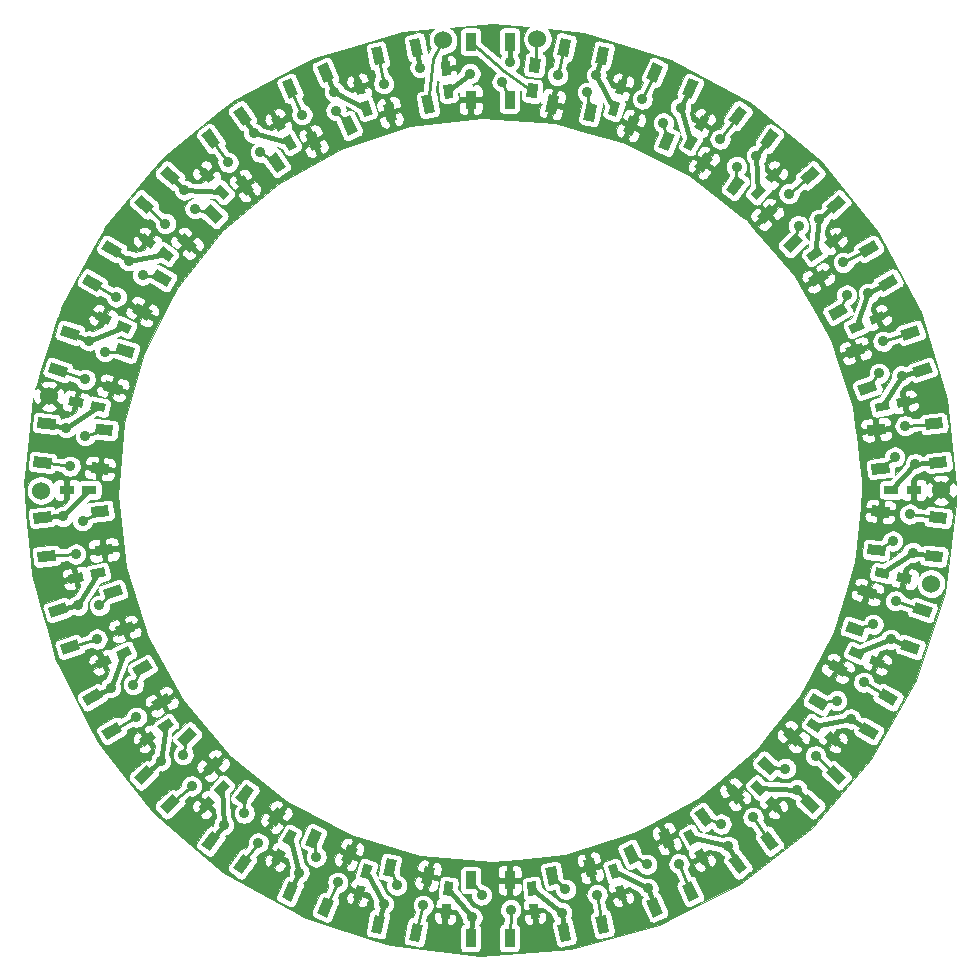
<source format=gtl>
G04 #@! TF.FileFunction,Copper,L1,Top,Signal*
%FSLAX46Y46*%
G04 Gerber Fmt 4.6, Leading zero omitted, Abs format (unit mm)*
G04 Created by KiCad (PCBNEW 4.0.1-stable) date 2/4/2016 5:34:16 PM*
%MOMM*%
G01*
G04 APERTURE LIST*
%ADD10C,0.100000*%
%ADD11R,1.200000X0.750000*%
%ADD12C,1.524000*%
%ADD13R,0.900000X1.500000*%
%ADD14C,0.900000*%
%ADD15C,0.400000*%
%ADD16C,0.250000*%
G04 APERTURE END LIST*
D10*
G36*
X202668533Y-101836666D02*
X202111174Y-102338514D01*
X201308217Y-101446740D01*
X201865576Y-100944892D01*
X202668533Y-101836666D01*
X202668533Y-101836666D01*
G37*
G36*
X201397185Y-100424690D02*
X200839826Y-100926538D01*
X200036869Y-100034764D01*
X200594228Y-99532916D01*
X201397185Y-100424690D01*
X201397185Y-100424690D01*
G37*
G36*
X188906938Y-40218080D02*
X189620230Y-40449842D01*
X189249410Y-41591110D01*
X188536118Y-41359348D01*
X188906938Y-40218080D01*
X188906938Y-40218080D01*
G37*
G36*
X188319806Y-42025088D02*
X189033098Y-42256850D01*
X188662278Y-43398118D01*
X187948986Y-43166356D01*
X188319806Y-42025088D01*
X188319806Y-42025088D01*
G37*
G36*
X195900165Y-43245831D02*
X196549685Y-43620831D01*
X195949685Y-44660061D01*
X195300165Y-44285061D01*
X195900165Y-43245831D01*
X195900165Y-43245831D01*
G37*
G36*
X194950165Y-44891279D02*
X195599685Y-45266279D01*
X194999685Y-46305509D01*
X194350165Y-45930509D01*
X194950165Y-44891279D01*
X194950165Y-44891279D01*
G37*
G36*
X202111069Y-47661391D02*
X202668428Y-48163239D01*
X201865471Y-49055013D01*
X201308112Y-48553165D01*
X202111069Y-47661391D01*
X202111069Y-47661391D01*
G37*
G36*
X200839721Y-49073367D02*
X201397080Y-49575215D01*
X200594123Y-50466989D01*
X200036764Y-49965141D01*
X200839721Y-49073367D01*
X200839721Y-49073367D01*
G37*
G36*
X207268203Y-53271781D02*
X207709042Y-53878544D01*
X206738221Y-54583887D01*
X206297382Y-53977124D01*
X207268203Y-53271781D01*
X207268203Y-53271781D01*
G37*
G36*
X205731071Y-54388573D02*
X206171910Y-54995336D01*
X205201089Y-55700679D01*
X204760250Y-55093916D01*
X205731071Y-54388573D01*
X205731071Y-54388573D01*
G37*
G36*
X211146174Y-59831799D02*
X211451227Y-60516959D01*
X210354972Y-61005043D01*
X210049919Y-60319883D01*
X211146174Y-59831799D01*
X211146174Y-59831799D01*
G37*
G36*
X209410438Y-60604599D02*
X209715491Y-61289759D01*
X208619236Y-61777843D01*
X208314183Y-61092683D01*
X209410438Y-60604599D01*
X209410438Y-60604599D01*
G37*
G36*
X213575497Y-67054741D02*
X213731430Y-67788351D01*
X212557653Y-68037845D01*
X212401720Y-67304235D01*
X213575497Y-67054741D01*
X213575497Y-67054741D01*
G37*
G36*
X211717017Y-67449773D02*
X211872950Y-68183383D01*
X210699173Y-68432877D01*
X210543240Y-67699267D01*
X211717017Y-67449773D01*
X211717017Y-67449773D01*
G37*
D11*
X213849999Y-74999929D03*
X211949999Y-74999929D03*
D10*
G36*
X213731460Y-82211510D02*
X213575527Y-82945120D01*
X212401750Y-82695626D01*
X212557683Y-81962016D01*
X213731460Y-82211510D01*
X213731460Y-82211510D01*
G37*
G36*
X211872980Y-81816478D02*
X211717047Y-82550088D01*
X210543270Y-82300594D01*
X210699203Y-81566984D01*
X211872980Y-81816478D01*
X211872980Y-81816478D01*
G37*
G36*
X211451284Y-89482912D02*
X211146231Y-90168072D01*
X210049976Y-89679988D01*
X210355029Y-88994828D01*
X211451284Y-89482912D01*
X211451284Y-89482912D01*
G37*
G36*
X209715548Y-88710112D02*
X209410495Y-89395272D01*
X208314240Y-88907188D01*
X208619293Y-88222028D01*
X209715548Y-88710112D01*
X209715548Y-88710112D01*
G37*
G36*
X207709125Y-96121341D02*
X207268286Y-96728104D01*
X206297465Y-96022761D01*
X206738304Y-95415998D01*
X207709125Y-96121341D01*
X207709125Y-96121341D01*
G37*
G36*
X206171993Y-95004549D02*
X205731154Y-95611312D01*
X204760333Y-94905969D01*
X205201172Y-94299206D01*
X206171993Y-95004549D01*
X206171993Y-95004549D01*
G37*
G36*
X196549807Y-106379098D02*
X195900287Y-106754098D01*
X195300287Y-105714868D01*
X195949807Y-105339868D01*
X196549807Y-106379098D01*
X196549807Y-106379098D01*
G37*
G36*
X195599807Y-104733650D02*
X194950287Y-105108650D01*
X194350287Y-104069420D01*
X194999807Y-103694420D01*
X195599807Y-104733650D01*
X195599807Y-104733650D01*
G37*
G36*
X189620364Y-109550113D02*
X188907072Y-109781875D01*
X188536252Y-108640607D01*
X189249544Y-108408845D01*
X189620364Y-109550113D01*
X189620364Y-109550113D01*
G37*
G36*
X189033232Y-107743105D02*
X188319940Y-107974867D01*
X187949120Y-106833599D01*
X188662412Y-106601837D01*
X189033232Y-107743105D01*
X189033232Y-107743105D01*
G37*
G36*
X182183056Y-111211120D02*
X181437164Y-111289516D01*
X181311730Y-110096090D01*
X182057622Y-110017694D01*
X182183056Y-111211120D01*
X182183056Y-111211120D01*
G37*
G36*
X181984452Y-109321528D02*
X181238560Y-109399924D01*
X181113126Y-108206498D01*
X181859018Y-108128102D01*
X181984452Y-109321528D01*
X181984452Y-109321528D01*
G37*
G36*
X174562928Y-111289525D02*
X173817036Y-111211129D01*
X173942470Y-110017703D01*
X174688362Y-110096099D01*
X174562928Y-111289525D01*
X174562928Y-111289525D01*
G37*
G36*
X174761532Y-109399933D02*
X174015640Y-109321537D01*
X174141074Y-108128111D01*
X174886966Y-108206507D01*
X174761532Y-109399933D01*
X174761532Y-109399933D01*
G37*
G36*
X167093017Y-109781904D02*
X166379725Y-109550142D01*
X166750545Y-108408874D01*
X167463837Y-108640636D01*
X167093017Y-109781904D01*
X167093017Y-109781904D01*
G37*
G36*
X167680149Y-107974896D02*
X166966857Y-107743134D01*
X167337677Y-106601866D01*
X168050969Y-106833628D01*
X167680149Y-107974896D01*
X167680149Y-107974896D01*
G37*
G36*
X160099793Y-106754145D02*
X159450273Y-106379145D01*
X160050273Y-105339915D01*
X160699793Y-105714915D01*
X160099793Y-106754145D01*
X160099793Y-106754145D01*
G37*
G36*
X161049793Y-105108697D02*
X160400273Y-104733697D01*
X161000273Y-103694467D01*
X161649793Y-104069467D01*
X161049793Y-105108697D01*
X161049793Y-105108697D01*
G37*
G36*
X153888895Y-102338577D02*
X153331536Y-101836729D01*
X154134493Y-100944955D01*
X154691852Y-101446803D01*
X153888895Y-102338577D01*
X153888895Y-102338577D01*
G37*
G36*
X155160243Y-100926601D02*
X154602884Y-100424753D01*
X155405841Y-99532979D01*
X155963200Y-100034827D01*
X155160243Y-100926601D01*
X155160243Y-100926601D01*
G37*
G36*
X148731769Y-96728180D02*
X148290930Y-96121417D01*
X149261751Y-95416074D01*
X149702590Y-96022837D01*
X148731769Y-96728180D01*
X148731769Y-96728180D01*
G37*
G36*
X150268901Y-95611388D02*
X149828062Y-95004625D01*
X150798883Y-94299282D01*
X151239722Y-94906045D01*
X150268901Y-95611388D01*
X150268901Y-95611388D01*
G37*
G36*
X144853806Y-90168158D02*
X144548753Y-89482998D01*
X145645008Y-88994914D01*
X145950061Y-89680074D01*
X144853806Y-90168158D01*
X144853806Y-90168158D01*
G37*
G36*
X146589542Y-89395358D02*
X146284489Y-88710198D01*
X147380744Y-88222114D01*
X147685797Y-88907274D01*
X146589542Y-89395358D01*
X146589542Y-89395358D01*
G37*
G36*
X142424492Y-82945212D02*
X142268559Y-82211602D01*
X143442336Y-81962108D01*
X143598269Y-82695718D01*
X142424492Y-82945212D01*
X142424492Y-82945212D01*
G37*
G36*
X144282972Y-82550180D02*
X144127039Y-81816570D01*
X145300816Y-81567076D01*
X145456749Y-82300686D01*
X144282972Y-82550180D01*
X144282972Y-82550180D01*
G37*
D11*
X142150000Y-75000023D03*
X144050000Y-75000023D03*
D10*
G36*
X142268549Y-67788443D02*
X142424482Y-67054833D01*
X143598259Y-67304327D01*
X143442326Y-68037937D01*
X142268549Y-67788443D01*
X142268549Y-67788443D01*
G37*
G36*
X144127029Y-68183475D02*
X144282962Y-67449865D01*
X145456739Y-67699359D01*
X145300806Y-68432969D01*
X144127029Y-68183475D01*
X144127029Y-68183475D01*
G37*
G36*
X144548734Y-60517044D02*
X144853787Y-59831884D01*
X145950042Y-60319968D01*
X145644989Y-61005128D01*
X144548734Y-60517044D01*
X144548734Y-60517044D01*
G37*
G36*
X146284470Y-61289844D02*
X146589523Y-60604684D01*
X147685778Y-61092768D01*
X147380725Y-61777928D01*
X146284470Y-61289844D01*
X146284470Y-61289844D01*
G37*
G36*
X148290902Y-53878620D02*
X148731741Y-53271857D01*
X149702562Y-53977200D01*
X149261723Y-54583963D01*
X148290902Y-53878620D01*
X148290902Y-53878620D01*
G37*
G36*
X149828034Y-54995412D02*
X150268873Y-54388649D01*
X151239694Y-55093992D01*
X150798855Y-55700755D01*
X149828034Y-54995412D01*
X149828034Y-54995412D01*
G37*
G36*
X153331501Y-48163301D02*
X153888860Y-47661453D01*
X154691817Y-48553227D01*
X154134458Y-49055075D01*
X153331501Y-48163301D01*
X153331501Y-48163301D01*
G37*
G36*
X154602849Y-49575277D02*
X155160208Y-49073429D01*
X155963165Y-49965203D01*
X155405806Y-50467051D01*
X154602849Y-49575277D01*
X154602849Y-49575277D01*
G37*
G36*
X159450233Y-43620878D02*
X160099753Y-43245878D01*
X160699753Y-44285108D01*
X160050233Y-44660108D01*
X159450233Y-43620878D01*
X159450233Y-43620878D01*
G37*
G36*
X160400233Y-45266326D02*
X161049753Y-44891326D01*
X161649753Y-45930556D01*
X161000233Y-46305556D01*
X160400233Y-45266326D01*
X160400233Y-45266326D01*
G37*
G36*
X166379680Y-40449872D02*
X167092972Y-40218110D01*
X167463792Y-41359378D01*
X166750500Y-41591140D01*
X166379680Y-40449872D01*
X166379680Y-40449872D01*
G37*
G36*
X166966812Y-42256880D02*
X167680104Y-42025118D01*
X168050924Y-43166386D01*
X167337632Y-43398148D01*
X166966812Y-42256880D01*
X166966812Y-42256880D01*
G37*
G36*
X173816990Y-38788875D02*
X174562882Y-38710479D01*
X174688316Y-39903905D01*
X173942424Y-39982301D01*
X173816990Y-38788875D01*
X173816990Y-38788875D01*
G37*
G36*
X174015594Y-40678467D02*
X174761486Y-40600071D01*
X174886920Y-41793497D01*
X174141028Y-41871893D01*
X174015594Y-40678467D01*
X174015594Y-40678467D01*
G37*
D12*
X140650000Y-67060000D03*
X182000000Y-36820000D03*
X139980000Y-75050000D03*
X216200000Y-75030000D03*
X215320000Y-82940000D03*
X174010000Y-36940000D03*
D10*
G36*
X181939837Y-41857725D02*
X181044767Y-41763649D01*
X181170201Y-40570223D01*
X182065271Y-40664299D01*
X181939837Y-41857725D01*
X181939837Y-41857725D01*
G37*
G36*
X182169799Y-39669777D02*
X181274729Y-39575701D01*
X181400163Y-38382275D01*
X182295233Y-38476351D01*
X182169799Y-39669777D01*
X182169799Y-39669777D01*
G37*
G36*
X161773136Y-41504195D02*
X160950945Y-41870258D01*
X160340840Y-40499939D01*
X161163031Y-40133876D01*
X161773136Y-41504195D01*
X161773136Y-41504195D01*
G37*
G36*
X164787836Y-40161964D02*
X163965645Y-40528027D01*
X163355540Y-39157708D01*
X164177731Y-38791645D01*
X164787836Y-40161964D01*
X164787836Y-40161964D01*
G37*
G36*
X163766146Y-45980568D02*
X162943955Y-46346631D01*
X162333850Y-44976312D01*
X163156041Y-44610249D01*
X163766146Y-45980568D01*
X163766146Y-45980568D01*
G37*
G36*
X166780846Y-44638337D02*
X165958655Y-45004400D01*
X165348550Y-43634081D01*
X166170741Y-43268018D01*
X166780846Y-44638337D01*
X166780846Y-44638337D01*
G37*
G36*
X155163560Y-45609915D02*
X154435444Y-46138922D01*
X153553766Y-44925397D01*
X154281882Y-44396390D01*
X155163560Y-45609915D01*
X155163560Y-45609915D01*
G37*
G36*
X157833316Y-43670224D02*
X157105200Y-44199231D01*
X156223522Y-42985706D01*
X156951638Y-42456699D01*
X157833316Y-43670224D01*
X157833316Y-43670224D01*
G37*
G36*
X158043708Y-49574098D02*
X157315592Y-50103105D01*
X156433914Y-48889580D01*
X157162030Y-48360573D01*
X158043708Y-49574098D01*
X158043708Y-49574098D01*
G37*
G36*
X160713464Y-47634407D02*
X159985348Y-48163414D01*
X159103670Y-46949889D01*
X159831786Y-46420882D01*
X160713464Y-47634407D01*
X160713464Y-47634407D01*
G37*
G36*
X149552047Y-51000124D02*
X148949830Y-51668954D01*
X147835113Y-50665258D01*
X148437330Y-49996428D01*
X149552047Y-51000124D01*
X149552047Y-51000124D01*
G37*
G36*
X151760178Y-48547746D02*
X151157961Y-49216576D01*
X150043244Y-48212880D01*
X150645461Y-47544050D01*
X151760178Y-48547746D01*
X151760178Y-48547746D01*
G37*
G36*
X153193456Y-54278864D02*
X152591239Y-54947694D01*
X151476522Y-53943998D01*
X152078739Y-53275168D01*
X153193456Y-54278864D01*
X153193456Y-54278864D01*
G37*
G36*
X155401587Y-51826486D02*
X154799370Y-52495316D01*
X153684653Y-51491620D01*
X154286870Y-50822790D01*
X155401587Y-51826486D01*
X155401587Y-51826486D01*
G37*
G36*
X145183847Y-57439244D02*
X144733847Y-58218666D01*
X143434809Y-57468666D01*
X143884809Y-56689244D01*
X145183847Y-57439244D01*
X145183847Y-57439244D01*
G37*
G36*
X146833847Y-54581360D02*
X146383847Y-55360782D01*
X145084809Y-54610782D01*
X145534809Y-53831360D01*
X146833847Y-54581360D01*
X146833847Y-54581360D01*
G37*
G36*
X149427371Y-59889244D02*
X148977371Y-60668666D01*
X147678333Y-59918666D01*
X148128333Y-59139244D01*
X149427371Y-59889244D01*
X149427371Y-59889244D01*
G37*
G36*
X151077371Y-57031360D02*
X150627371Y-57810782D01*
X149328333Y-57060782D01*
X149778333Y-56281360D01*
X151077371Y-57031360D01*
X151077371Y-57031360D01*
G37*
G36*
X142249870Y-64645853D02*
X141971755Y-65501804D01*
X140545170Y-65038279D01*
X140823285Y-64182328D01*
X142249870Y-64645853D01*
X142249870Y-64645853D01*
G37*
G36*
X143269627Y-61507366D02*
X142991512Y-62363317D01*
X141564927Y-61899792D01*
X141843042Y-61043841D01*
X143269627Y-61507366D01*
X143269627Y-61507366D01*
G37*
G36*
X146910047Y-66160036D02*
X146631932Y-67015987D01*
X145205347Y-66552462D01*
X145483462Y-65696511D01*
X146910047Y-66160036D01*
X146910047Y-66160036D01*
G37*
G36*
X147929804Y-63021549D02*
X147651689Y-63877500D01*
X146225104Y-63413975D01*
X146503219Y-62558024D01*
X147929804Y-63021549D01*
X147929804Y-63021549D01*
G37*
G36*
X140878348Y-72304988D02*
X140784273Y-73200058D01*
X139292490Y-73043266D01*
X139386565Y-72148196D01*
X140878348Y-72304988D01*
X140878348Y-72304988D01*
G37*
G36*
X141223292Y-69023066D02*
X141129217Y-69918136D01*
X139637434Y-69761344D01*
X139731509Y-68866274D01*
X141223292Y-69023066D01*
X141223292Y-69023066D01*
G37*
G36*
X145751506Y-72817178D02*
X145657431Y-73712248D01*
X144165648Y-73555456D01*
X144259723Y-72660386D01*
X145751506Y-72817178D01*
X145751506Y-72817178D01*
G37*
G36*
X146096450Y-69535256D02*
X146002375Y-70430326D01*
X144510592Y-70273534D01*
X144604667Y-69378464D01*
X146096450Y-69535256D01*
X146096450Y-69535256D01*
G37*
G36*
X141129222Y-80081910D02*
X141223297Y-80976980D01*
X139731514Y-81133772D01*
X139637439Y-80238702D01*
X141129222Y-80081910D01*
X141129222Y-80081910D01*
G37*
G36*
X140784278Y-76799988D02*
X140878353Y-77695058D01*
X139386570Y-77851850D01*
X139292495Y-76956780D01*
X140784278Y-76799988D01*
X140784278Y-76799988D01*
G37*
G36*
X146002380Y-79569720D02*
X146096455Y-80464790D01*
X144604672Y-80621582D01*
X144510597Y-79726512D01*
X146002380Y-79569720D01*
X146002380Y-79569720D01*
G37*
G36*
X145657436Y-76287798D02*
X145751511Y-77182868D01*
X144259728Y-77339660D01*
X144165653Y-76444590D01*
X145657436Y-76287798D01*
X145657436Y-76287798D01*
G37*
G36*
X142991527Y-87636727D02*
X143269642Y-88492678D01*
X141843057Y-88956203D01*
X141564942Y-88100252D01*
X142991527Y-87636727D01*
X142991527Y-87636727D01*
G37*
G36*
X141971770Y-84498240D02*
X142249885Y-85354191D01*
X140823300Y-85817716D01*
X140545185Y-84961765D01*
X141971770Y-84498240D01*
X141971770Y-84498240D01*
G37*
G36*
X147651704Y-86122544D02*
X147929819Y-86978495D01*
X146503234Y-87442020D01*
X146225119Y-86586069D01*
X147651704Y-86122544D01*
X147651704Y-86122544D01*
G37*
G36*
X146631947Y-82984057D02*
X146910062Y-83840008D01*
X145483477Y-84303533D01*
X145205362Y-83447582D01*
X146631947Y-82984057D01*
X146631947Y-82984057D01*
G37*
G36*
X146383871Y-94639258D02*
X146833871Y-95418680D01*
X145534833Y-96168680D01*
X145084833Y-95389258D01*
X146383871Y-94639258D01*
X146383871Y-94639258D01*
G37*
G36*
X144733871Y-91781374D02*
X145183871Y-92560796D01*
X143884833Y-93310796D01*
X143434833Y-92531374D01*
X144733871Y-91781374D01*
X144733871Y-91781374D01*
G37*
G36*
X150627395Y-92189258D02*
X151077395Y-92968680D01*
X149778357Y-93718680D01*
X149328357Y-92939258D01*
X150627395Y-92189258D01*
X150627395Y-92189258D01*
G37*
G36*
X148977395Y-89331374D02*
X149427395Y-90110796D01*
X148128357Y-90860796D01*
X147678357Y-90081374D01*
X148977395Y-89331374D01*
X148977395Y-89331374D01*
G37*
G36*
X151157993Y-100783458D02*
X151760210Y-101452288D01*
X150645493Y-102455984D01*
X150043276Y-101787154D01*
X151157993Y-100783458D01*
X151157993Y-100783458D01*
G37*
G36*
X148949862Y-98331080D02*
X149552079Y-98999910D01*
X148437362Y-100003606D01*
X147835145Y-99334776D01*
X148949862Y-98331080D01*
X148949862Y-98331080D01*
G37*
G36*
X154799402Y-97504718D02*
X155401619Y-98173548D01*
X154286902Y-99177244D01*
X153684685Y-98508414D01*
X154799402Y-97504718D01*
X154799402Y-97504718D01*
G37*
G36*
X152591271Y-95052340D02*
X153193488Y-95721170D01*
X152078771Y-96724866D01*
X151476554Y-96056036D01*
X152591271Y-95052340D01*
X152591271Y-95052340D01*
G37*
G36*
X157105239Y-105800796D02*
X157833355Y-106329803D01*
X156951677Y-107543328D01*
X156223561Y-107014321D01*
X157105239Y-105800796D01*
X157105239Y-105800796D01*
G37*
G36*
X154435483Y-103861105D02*
X155163599Y-104390112D01*
X154281921Y-105603637D01*
X153553805Y-105074630D01*
X154435483Y-103861105D01*
X154435483Y-103861105D01*
G37*
G36*
X159985387Y-101836613D02*
X160713503Y-102365620D01*
X159831825Y-103579145D01*
X159103709Y-103050138D01*
X159985387Y-101836613D01*
X159985387Y-101836613D01*
G37*
G36*
X157315631Y-99896922D02*
X158043747Y-100425929D01*
X157162069Y-101639454D01*
X156433953Y-101110447D01*
X157315631Y-99896922D01*
X157315631Y-99896922D01*
G37*
G36*
X163965689Y-109471991D02*
X164787880Y-109838054D01*
X164177775Y-111208373D01*
X163355584Y-110842310D01*
X163965689Y-109471991D01*
X163965689Y-109471991D01*
G37*
G36*
X160950989Y-108129760D02*
X161773180Y-108495823D01*
X161163075Y-109866142D01*
X160340884Y-109500079D01*
X160950989Y-108129760D01*
X160950989Y-108129760D01*
G37*
G36*
X165958699Y-104995618D02*
X166780890Y-105361681D01*
X166170785Y-106732000D01*
X165348594Y-106365937D01*
X165958699Y-104995618D01*
X165958699Y-104995618D01*
G37*
G36*
X162943999Y-103653387D02*
X163766190Y-104019450D01*
X163156085Y-105389769D01*
X162333894Y-105023706D01*
X162943999Y-103653387D01*
X162943999Y-103653387D01*
G37*
G36*
X171439505Y-111636594D02*
X172319838Y-111823715D01*
X172007971Y-113290936D01*
X171127638Y-113103815D01*
X171439505Y-111636594D01*
X171439505Y-111636594D01*
G37*
G36*
X168211618Y-110950485D02*
X169091951Y-111137606D01*
X168780084Y-112604827D01*
X167899751Y-112417706D01*
X168211618Y-110950485D01*
X168211618Y-110950485D01*
G37*
G36*
X172458272Y-106843671D02*
X173338605Y-107030792D01*
X173026738Y-108498013D01*
X172146405Y-108310892D01*
X172458272Y-106843671D01*
X172458272Y-106843671D01*
G37*
G36*
X169230385Y-106157562D02*
X170110718Y-106344683D01*
X169798851Y-107811904D01*
X168918518Y-107624783D01*
X169230385Y-106157562D01*
X169230385Y-106157562D01*
G37*
D13*
X179650047Y-112949999D03*
X176350047Y-112949999D03*
X179650047Y-108049999D03*
X176350047Y-108049999D03*
D10*
G36*
X186908141Y-111137586D02*
X187788474Y-110950465D01*
X188100341Y-112417686D01*
X187220008Y-112604807D01*
X186908141Y-111137586D01*
X186908141Y-111137586D01*
G37*
G36*
X183680254Y-111823695D02*
X184560587Y-111636574D01*
X184872454Y-113103795D01*
X183992121Y-113290916D01*
X183680254Y-111823695D01*
X183680254Y-111823695D01*
G37*
G36*
X185889374Y-106344663D02*
X186769707Y-106157542D01*
X187081574Y-107624763D01*
X186201241Y-107811884D01*
X185889374Y-106344663D01*
X185889374Y-106344663D01*
G37*
G36*
X182661487Y-107030772D02*
X183541820Y-106843651D01*
X183853687Y-108310872D01*
X182973354Y-108497993D01*
X182661487Y-107030772D01*
X182661487Y-107030772D01*
G37*
G36*
X194226907Y-108495784D02*
X195049098Y-108129721D01*
X195659203Y-109500040D01*
X194837012Y-109866103D01*
X194226907Y-108495784D01*
X194226907Y-108495784D01*
G37*
G36*
X191212207Y-109838015D02*
X192034398Y-109471952D01*
X192644503Y-110842271D01*
X191822312Y-111208334D01*
X191212207Y-109838015D01*
X191212207Y-109838015D01*
G37*
G36*
X192233897Y-104019411D02*
X193056088Y-103653348D01*
X193666193Y-105023667D01*
X192844002Y-105389730D01*
X192233897Y-104019411D01*
X192233897Y-104019411D01*
G37*
G36*
X189219197Y-105361642D02*
X190041388Y-104995579D01*
X190651493Y-106365898D01*
X189829302Y-106731961D01*
X189219197Y-105361642D01*
X189219197Y-105361642D01*
G37*
G36*
X206447984Y-98999839D02*
X207050201Y-98331009D01*
X208164918Y-99334705D01*
X207562701Y-100003535D01*
X206447984Y-98999839D01*
X206447984Y-98999839D01*
G37*
G36*
X204239853Y-101452217D02*
X204842070Y-100783387D01*
X205956787Y-101787083D01*
X205354570Y-102455913D01*
X204239853Y-101452217D01*
X204239853Y-101452217D01*
G37*
G36*
X202806575Y-95721099D02*
X203408792Y-95052269D01*
X204523509Y-96055965D01*
X203921292Y-96724795D01*
X202806575Y-95721099D01*
X202806575Y-95721099D01*
G37*
G36*
X200598444Y-98173477D02*
X201200661Y-97504647D01*
X202315378Y-98508343D01*
X201713161Y-99177173D01*
X200598444Y-98173477D01*
X200598444Y-98173477D01*
G37*
G36*
X210816176Y-92560713D02*
X211266176Y-91781291D01*
X212565214Y-92531291D01*
X212115214Y-93310713D01*
X210816176Y-92560713D01*
X210816176Y-92560713D01*
G37*
G36*
X209166176Y-95418597D02*
X209616176Y-94639175D01*
X210915214Y-95389175D01*
X210465214Y-96168597D01*
X209166176Y-95418597D01*
X209166176Y-95418597D01*
G37*
G36*
X206572652Y-90110713D02*
X207022652Y-89331291D01*
X208321690Y-90081291D01*
X207871690Y-90860713D01*
X206572652Y-90110713D01*
X206572652Y-90110713D01*
G37*
G36*
X204922652Y-92968597D02*
X205372652Y-92189175D01*
X206671690Y-92939175D01*
X206221690Y-93718597D01*
X204922652Y-92968597D01*
X204922652Y-92968597D01*
G37*
G36*
X213750144Y-85354100D02*
X214028259Y-84498149D01*
X215454844Y-84961674D01*
X215176729Y-85817625D01*
X213750144Y-85354100D01*
X213750144Y-85354100D01*
G37*
G36*
X212730387Y-88492587D02*
X213008502Y-87636636D01*
X214435087Y-88100161D01*
X214156972Y-88956112D01*
X212730387Y-88492587D01*
X212730387Y-88492587D01*
G37*
G36*
X209089967Y-83839917D02*
X209368082Y-82983966D01*
X210794667Y-83447491D01*
X210516552Y-84303442D01*
X209089967Y-83839917D01*
X209089967Y-83839917D01*
G37*
G36*
X208070210Y-86978404D02*
X208348325Y-86122453D01*
X209774910Y-86585978D01*
X209496795Y-87441929D01*
X208070210Y-86978404D01*
X208070210Y-86978404D01*
G37*
G36*
X215121656Y-77694963D02*
X215215731Y-76799893D01*
X216707514Y-76956685D01*
X216613439Y-77851755D01*
X215121656Y-77694963D01*
X215121656Y-77694963D01*
G37*
G36*
X214776712Y-80976885D02*
X214870787Y-80081815D01*
X216362570Y-80238607D01*
X216268495Y-81133677D01*
X214776712Y-80976885D01*
X214776712Y-80976885D01*
G37*
G36*
X210248498Y-77182773D02*
X210342573Y-76287703D01*
X211834356Y-76444495D01*
X211740281Y-77339565D01*
X210248498Y-77182773D01*
X210248498Y-77182773D01*
G37*
G36*
X209903554Y-80464695D02*
X209997629Y-79569625D01*
X211489412Y-79726417D01*
X211395337Y-80621487D01*
X209903554Y-80464695D01*
X209903554Y-80464695D01*
G37*
G36*
X214870772Y-69918041D02*
X214776697Y-69022971D01*
X216268480Y-68866179D01*
X216362555Y-69761249D01*
X214870772Y-69918041D01*
X214870772Y-69918041D01*
G37*
G36*
X215215716Y-73199963D02*
X215121641Y-72304893D01*
X216613424Y-72148101D01*
X216707499Y-73043171D01*
X215215716Y-73199963D01*
X215215716Y-73199963D01*
G37*
G36*
X209997614Y-70430231D02*
X209903539Y-69535161D01*
X211395322Y-69378369D01*
X211489397Y-70273439D01*
X209997614Y-70430231D01*
X209997614Y-70430231D01*
G37*
G36*
X210342558Y-73712153D02*
X210248483Y-72817083D01*
X211740266Y-72660291D01*
X211834341Y-73555361D01*
X210342558Y-73712153D01*
X210342558Y-73712153D01*
G37*
G36*
X213008457Y-62363226D02*
X212730342Y-61507275D01*
X214156927Y-61043750D01*
X214435042Y-61899701D01*
X213008457Y-62363226D01*
X213008457Y-62363226D01*
G37*
G36*
X214028214Y-65501713D02*
X213750099Y-64645762D01*
X215176684Y-64182237D01*
X215454799Y-65038188D01*
X214028214Y-65501713D01*
X214028214Y-65501713D01*
G37*
G36*
X208348280Y-63877409D02*
X208070165Y-63021458D01*
X209496750Y-62557933D01*
X209774865Y-63413884D01*
X208348280Y-63877409D01*
X208348280Y-63877409D01*
G37*
G36*
X209368037Y-67015896D02*
X209089922Y-66159945D01*
X210516507Y-65696420D01*
X210794622Y-66552371D01*
X209368037Y-67015896D01*
X209368037Y-67015896D01*
G37*
G36*
X204841974Y-49216505D02*
X204239757Y-48547675D01*
X205354474Y-47543979D01*
X205956691Y-48212809D01*
X204841974Y-49216505D01*
X204841974Y-49216505D01*
G37*
G36*
X207050105Y-51668883D02*
X206447888Y-51000053D01*
X207562605Y-49996357D01*
X208164822Y-50665187D01*
X207050105Y-51668883D01*
X207050105Y-51668883D01*
G37*
G36*
X201200565Y-52495245D02*
X200598348Y-51826415D01*
X201713065Y-50822719D01*
X202315282Y-51491549D01*
X201200565Y-52495245D01*
X201200565Y-52495245D01*
G37*
G36*
X203408696Y-54947623D02*
X202806479Y-54278793D01*
X203921196Y-53275097D01*
X204523413Y-53943927D01*
X203408696Y-54947623D01*
X203408696Y-54947623D01*
G37*
G36*
X198894721Y-44199175D02*
X198166605Y-43670168D01*
X199048283Y-42456643D01*
X199776399Y-42985650D01*
X198894721Y-44199175D01*
X198894721Y-44199175D01*
G37*
G36*
X201564477Y-46138866D02*
X200836361Y-45609859D01*
X201718039Y-44396334D01*
X202446155Y-44925341D01*
X201564477Y-46138866D01*
X201564477Y-46138866D01*
G37*
G36*
X196014573Y-48163358D02*
X195286457Y-47634351D01*
X196168135Y-46420826D01*
X196896251Y-46949833D01*
X196014573Y-48163358D01*
X196014573Y-48163358D01*
G37*
G36*
X198684329Y-50103049D02*
X197956213Y-49574042D01*
X198837891Y-48360517D01*
X199566007Y-48889524D01*
X198684329Y-50103049D01*
X198684329Y-50103049D01*
G37*
G36*
X192034267Y-40527988D02*
X191212076Y-40161925D01*
X191822181Y-38791606D01*
X192644372Y-39157669D01*
X192034267Y-40527988D01*
X192034267Y-40527988D01*
G37*
G36*
X195048967Y-41870219D02*
X194226776Y-41504156D01*
X194836881Y-40133837D01*
X195659072Y-40499900D01*
X195048967Y-41870219D01*
X195048967Y-41870219D01*
G37*
G36*
X190041257Y-45004361D02*
X189219066Y-44638298D01*
X189829171Y-43267979D01*
X190651362Y-43634042D01*
X190041257Y-45004361D01*
X190041257Y-45004361D01*
G37*
G36*
X193055957Y-46346592D02*
X192233766Y-45980529D01*
X192843871Y-44610210D01*
X193666062Y-44976273D01*
X193055957Y-46346592D01*
X193055957Y-46346592D01*
G37*
G36*
X184560447Y-38363395D02*
X183680114Y-38176274D01*
X183991981Y-36709053D01*
X184872314Y-36896174D01*
X184560447Y-38363395D01*
X184560447Y-38363395D01*
G37*
G36*
X187788334Y-39049504D02*
X186908001Y-38862383D01*
X187219868Y-37395162D01*
X188100201Y-37582283D01*
X187788334Y-39049504D01*
X187788334Y-39049504D01*
G37*
G36*
X183541680Y-43156318D02*
X182661347Y-42969197D01*
X182973214Y-41501976D01*
X183853547Y-41689097D01*
X183541680Y-43156318D01*
X183541680Y-43156318D01*
G37*
G36*
X186769567Y-43842427D02*
X185889234Y-43655306D01*
X186201101Y-42188085D01*
X187081434Y-42375206D01*
X186769567Y-43842427D01*
X186769567Y-43842427D01*
G37*
G36*
X200836477Y-104390056D02*
X201564593Y-103861049D01*
X202446271Y-105074574D01*
X201718155Y-105603581D01*
X200836477Y-104390056D01*
X200836477Y-104390056D01*
G37*
G36*
X198166721Y-106329747D02*
X198894837Y-105800740D01*
X199776515Y-107014265D01*
X199048399Y-107543272D01*
X198166721Y-106329747D01*
X198166721Y-106329747D01*
G37*
G36*
X197956329Y-100425873D02*
X198684445Y-99896866D01*
X199566123Y-101110391D01*
X198838007Y-101639398D01*
X197956329Y-100425873D01*
X197956329Y-100425873D01*
G37*
G36*
X195286573Y-102365564D02*
X196014689Y-101836557D01*
X196896367Y-103050082D01*
X196168251Y-103579089D01*
X195286573Y-102365564D01*
X195286573Y-102365564D01*
G37*
G36*
X209616105Y-55360700D02*
X209166105Y-54581278D01*
X210465143Y-53831278D01*
X210915143Y-54610700D01*
X209616105Y-55360700D01*
X209616105Y-55360700D01*
G37*
G36*
X211266105Y-58218584D02*
X210816105Y-57439162D01*
X212115143Y-56689162D01*
X212565143Y-57468584D01*
X211266105Y-58218584D01*
X211266105Y-58218584D01*
G37*
G36*
X205372581Y-57810700D02*
X204922581Y-57031278D01*
X206221619Y-56281278D01*
X206671619Y-57060700D01*
X205372581Y-57810700D01*
X205372581Y-57810700D01*
G37*
G36*
X207022581Y-60668584D02*
X206572581Y-59889162D01*
X207871619Y-59139162D01*
X208321619Y-59918584D01*
X207022581Y-60668584D01*
X207022581Y-60668584D01*
G37*
D13*
X176350000Y-37050000D03*
X179650000Y-37050000D03*
X176350000Y-41950000D03*
X179650000Y-41950000D03*
D10*
G36*
X169091904Y-38862403D02*
X168211571Y-39049524D01*
X167899704Y-37582303D01*
X168780037Y-37395182D01*
X169091904Y-38862403D01*
X169091904Y-38862403D01*
G37*
G36*
X172319791Y-38176294D02*
X171439458Y-38363415D01*
X171127591Y-36896194D01*
X172007924Y-36709073D01*
X172319791Y-38176294D01*
X172319791Y-38176294D01*
G37*
G36*
X170110671Y-43655326D02*
X169230338Y-43842447D01*
X168918471Y-42375226D01*
X169798804Y-42188105D01*
X170110671Y-43655326D01*
X170110671Y-43655326D01*
G37*
G36*
X173338558Y-42969217D02*
X172458225Y-43156338D01*
X172146358Y-41689117D01*
X173026691Y-41501996D01*
X173338558Y-42969217D01*
X173338558Y-42969217D01*
G37*
D14*
X186980000Y-39870000D03*
X194120000Y-42630000D03*
X200540000Y-46700000D03*
X210030000Y-58360000D03*
X212850000Y-65330000D03*
X213770000Y-80300000D03*
X211900000Y-87660000D03*
X208540000Y-94390000D03*
X203990000Y-100380000D03*
X198160000Y-105180000D03*
X191370000Y-108730000D03*
X184060000Y-110780000D03*
X168980000Y-110050000D03*
X161830000Y-107410000D03*
X155450000Y-103370000D03*
X150120000Y-97940000D03*
X145860000Y-91740000D03*
X143080000Y-84770000D03*
X141830000Y-77240000D03*
X142120000Y-69740000D03*
X144030000Y-62380000D03*
X152120000Y-49620000D03*
X157970000Y-44790000D03*
X176300000Y-39750000D03*
X205840000Y-52080000D03*
X214010000Y-72790000D03*
X176460000Y-111190000D03*
X164800000Y-41290000D03*
X172070000Y-39240000D03*
X179650000Y-38750000D03*
X147400000Y-55600000D03*
X183710000Y-39910000D03*
X179000000Y-40440000D03*
X190880000Y-41910000D03*
X186230000Y-41350000D03*
X155810000Y-47260000D03*
X153010000Y-51190000D03*
X212330000Y-84390000D03*
X212080000Y-79330000D03*
X162070000Y-43220000D03*
X158540000Y-46410000D03*
X169000000Y-40600000D03*
X164940000Y-42880000D03*
X148050000Y-94240000D03*
X152010000Y-97430000D03*
X209630000Y-91280000D03*
X210430000Y-86380000D03*
X205550000Y-97510000D03*
X207350000Y-92840000D03*
X200250000Y-102710000D03*
X203000000Y-98590000D03*
X193990000Y-106650000D03*
X197550000Y-103290000D03*
X187060000Y-109270000D03*
X191250000Y-106700000D03*
X179740000Y-110530000D03*
X184380000Y-108810000D03*
X172330000Y-110170000D03*
X177270000Y-109300000D03*
X165100000Y-108220000D03*
X170080000Y-108470000D03*
X158370000Y-104890000D03*
X163270000Y-106070000D03*
X152730000Y-100060000D03*
X157180000Y-102370000D03*
X144720000Y-87620000D03*
X147790000Y-91480000D03*
X142910000Y-80430000D03*
X144920000Y-84780000D03*
X142440000Y-72990000D03*
X143500000Y-77600000D03*
X143720000Y-65650000D03*
X143740000Y-70410000D03*
X146360000Y-58660000D03*
X145390000Y-63280000D03*
X197470000Y-45300000D03*
X192670000Y-43930000D03*
X203300000Y-49910000D03*
X198870000Y-47630000D03*
X207910000Y-55740000D03*
X204110000Y-52630000D03*
X211260000Y-62410000D03*
X208180000Y-58500000D03*
X213130000Y-69570000D03*
X210940000Y-65130000D03*
X213510000Y-77040000D03*
X212240000Y-72220000D03*
X150510000Y-52450000D03*
X148580000Y-56810000D03*
D15*
X188491042Y-42711603D02*
X186980000Y-39870000D01*
X186980000Y-39870000D02*
X187504101Y-38222333D01*
X194974925Y-45598394D02*
X194120000Y-42630000D01*
X194120000Y-42630000D02*
X194942924Y-41002028D01*
X200716922Y-49770178D02*
X200540000Y-46700000D01*
X200540000Y-46700000D02*
X201641258Y-45267600D01*
X205466080Y-55044626D02*
X205840000Y-52080000D01*
X209014837Y-61191221D02*
X210030000Y-58360000D01*
X210030000Y-58360000D02*
X211690624Y-57453873D01*
X211208095Y-67941325D02*
X212850000Y-65330000D01*
X212850000Y-65330000D02*
X214602449Y-64841975D01*
X211949999Y-74999929D02*
X214010000Y-72790000D01*
X211208125Y-82058536D02*
X213770000Y-80300000D01*
X213770000Y-80300000D02*
X215569641Y-80607746D01*
X209014894Y-88808650D02*
X211900000Y-87660000D01*
X211900000Y-87660000D02*
X213582737Y-88296374D01*
X205466163Y-94955259D02*
X208540000Y-94390000D01*
X208540000Y-94390000D02*
X210040695Y-95403886D01*
X200717027Y-100229727D02*
X203990000Y-100380000D01*
X203990000Y-100380000D02*
X205098320Y-101619650D01*
X194975047Y-104401535D02*
X198160000Y-105180000D01*
X198160000Y-105180000D02*
X198971618Y-106672006D01*
X188491176Y-107288352D02*
X191370000Y-108730000D01*
X191370000Y-108730000D02*
X191928355Y-110340143D01*
X181548789Y-108764013D02*
X184060000Y-110780000D01*
X184060000Y-110780000D02*
X184276354Y-112463745D01*
X174451303Y-108764022D02*
X176460000Y-111190000D01*
X167508913Y-107288381D02*
X168980000Y-110050000D01*
X168980000Y-110050000D02*
X168495851Y-111777656D01*
X161025033Y-104401582D02*
X161830000Y-107410000D01*
X161830000Y-107410000D02*
X161057032Y-108997951D01*
X155283042Y-100229790D02*
X155450000Y-103370000D01*
X155450000Y-103370000D02*
X154358702Y-104732371D01*
X150533892Y-94955335D02*
X150120000Y-97940000D01*
X150120000Y-97940000D02*
X148693612Y-99167343D01*
X146985143Y-88808736D02*
X145860000Y-91740000D01*
X145860000Y-91740000D02*
X144309352Y-92546085D01*
X144791894Y-82058628D02*
X143080000Y-84770000D01*
X143080000Y-84770000D02*
X141397535Y-85157978D01*
X144050000Y-75000023D02*
X141830000Y-77240000D01*
X141830000Y-77240000D02*
X140085424Y-77325919D01*
X144791884Y-67941417D02*
X142120000Y-69740000D01*
X142120000Y-69740000D02*
X140430363Y-69392205D01*
X146985124Y-61191306D02*
X144030000Y-62380000D01*
X144030000Y-62380000D02*
X142417277Y-61703579D01*
X147400000Y-55600000D02*
X145959328Y-54596071D01*
X155283007Y-49770240D02*
X152120000Y-49620000D01*
X152120000Y-49620000D02*
X150901711Y-48380313D01*
X161024993Y-45598441D02*
X157970000Y-44790000D01*
X157970000Y-44790000D02*
X157028419Y-43327965D01*
X167508868Y-42711633D02*
X164800000Y-41290000D01*
X174451257Y-41235982D02*
X176300000Y-39750000D01*
X207306355Y-50832620D02*
X205840000Y-52080000D01*
X215914570Y-72674032D02*
X214010000Y-72790000D01*
X176350047Y-112949999D02*
X176460000Y-111190000D01*
X164071688Y-39659836D02*
X164800000Y-41290000D01*
X171723691Y-37536244D02*
X172070000Y-39240000D01*
X179650000Y-37050000D02*
X179650000Y-38750000D01*
X150533864Y-55044702D02*
X147400000Y-55600000D01*
D16*
X181555019Y-41213974D02*
X179180000Y-39500000D01*
X179180000Y-39500000D02*
X176350000Y-37050000D01*
X179650000Y-41950000D02*
X179000000Y-40440000D01*
X183710000Y-39910000D02*
X184276214Y-37536224D01*
X186485334Y-43015256D02*
X186230000Y-41350000D01*
X190880000Y-41910000D02*
X191928224Y-39659797D01*
X154543120Y-51659053D02*
X153010000Y-51190000D01*
X155810000Y-47260000D02*
X154358663Y-45267656D01*
X210696483Y-80095556D02*
X212080000Y-79330000D01*
X212330000Y-84390000D02*
X214602494Y-85157887D01*
X159908567Y-47292148D02*
X158540000Y-46410000D01*
X162070000Y-43220000D02*
X161056988Y-41002067D01*
X166064698Y-44136209D02*
X164940000Y-42880000D01*
X169000000Y-40600000D02*
X168495804Y-38222353D01*
X152335021Y-95888603D02*
X152010000Y-97430000D01*
X148050000Y-94240000D02*
X145959352Y-95403969D01*
X208922560Y-86782191D02*
X210430000Y-86380000D01*
X209630000Y-91280000D02*
X211690695Y-92546002D01*
X205797171Y-92953886D02*
X207350000Y-92840000D01*
X205550000Y-97510000D02*
X207306451Y-99167272D01*
X201456911Y-98340910D02*
X203000000Y-98590000D01*
X200250000Y-102710000D02*
X201641374Y-104732315D01*
X196091470Y-102707823D02*
X197550000Y-103290000D01*
X193990000Y-106650000D02*
X194943055Y-108997912D01*
X189935345Y-105863770D02*
X191250000Y-106700000D01*
X187060000Y-109270000D02*
X187504241Y-111777636D01*
X183257587Y-107670822D02*
X184380000Y-108810000D01*
X179740000Y-110530000D02*
X179650047Y-112949999D01*
X176350047Y-108049999D02*
X177270000Y-109300000D01*
X172330000Y-110170000D02*
X171723738Y-112463765D01*
X169514618Y-106984733D02*
X170080000Y-108470000D01*
X165100000Y-108220000D02*
X164071732Y-110340182D01*
X163050042Y-104521578D02*
X163270000Y-106070000D01*
X158370000Y-104890000D02*
X157028458Y-106672062D01*
X157238850Y-100768188D02*
X157180000Y-102370000D01*
X152730000Y-100060000D02*
X150901743Y-101619721D01*
X148552876Y-90096085D02*
X147790000Y-91480000D01*
X144720000Y-87620000D02*
X142417292Y-88296465D01*
X146057712Y-83643795D02*
X144920000Y-84780000D01*
X142910000Y-80430000D02*
X140430368Y-80607841D01*
X144958582Y-76813729D02*
X143500000Y-77600000D01*
X142440000Y-72990000D02*
X140085419Y-72674127D01*
X145303521Y-69904395D02*
X143740000Y-70410000D01*
X143720000Y-65650000D02*
X141397520Y-64842066D01*
X147077454Y-63217762D02*
X145390000Y-63280000D01*
X146360000Y-58660000D02*
X144309328Y-57453955D01*
X192949914Y-45478401D02*
X192670000Y-43930000D01*
X197470000Y-45300000D02*
X198971502Y-43327909D01*
X198761110Y-49231783D02*
X198870000Y-47630000D01*
X203300000Y-49910000D02*
X205098224Y-48380242D01*
X203664946Y-54111360D02*
X204110000Y-52630000D01*
X207910000Y-55740000D02*
X210040624Y-54595989D01*
X207447100Y-59903873D02*
X208180000Y-58500000D01*
X211260000Y-62410000D02*
X213582692Y-61703488D01*
X209942272Y-66356158D02*
X210940000Y-65130000D01*
X213130000Y-69570000D02*
X215569626Y-69392110D01*
X211041412Y-73186222D02*
X212240000Y-72220000D01*
X213510000Y-77040000D02*
X215914585Y-77325824D01*
X150202852Y-57046071D02*
X148580000Y-56810000D01*
X150510000Y-52450000D02*
X148693580Y-50832691D01*
X174010000Y-36940000D02*
X173150000Y-38490000D01*
X173150000Y-38490000D02*
X172742458Y-42329167D01*
X182000000Y-36820000D02*
X181784981Y-39026026D01*
D10*
G36*
X181281208Y-35841866D02*
X181236882Y-35870872D01*
X181067062Y-36037172D01*
X180932778Y-36233290D01*
X180839143Y-36451755D01*
X180789726Y-36684246D01*
X180786407Y-36921908D01*
X180829314Y-37155689D01*
X180916812Y-37376683D01*
X181045568Y-37576474D01*
X181210678Y-37747450D01*
X181324188Y-37826342D01*
X181312798Y-37943204D01*
X181250750Y-37955497D01*
X181137768Y-38014019D01*
X181045562Y-38101700D01*
X180981435Y-38211598D01*
X180950463Y-38335010D01*
X180825029Y-39528436D01*
X180823222Y-39600301D01*
X180847951Y-39725114D01*
X180906473Y-39838096D01*
X180994154Y-39930302D01*
X181104051Y-39994429D01*
X181227463Y-40025401D01*
X182122533Y-40119477D01*
X182194399Y-40121284D01*
X182319212Y-40096555D01*
X182432194Y-40038033D01*
X182487255Y-39985674D01*
X182808817Y-39985674D01*
X182840678Y-40159274D01*
X182905652Y-40323379D01*
X183001263Y-40471738D01*
X183123870Y-40598701D01*
X183268802Y-40699431D01*
X183430539Y-40770093D01*
X183602921Y-40807993D01*
X183779381Y-40811690D01*
X183953199Y-40781041D01*
X184117753Y-40717214D01*
X184266777Y-40622641D01*
X184394592Y-40500924D01*
X184496332Y-40356699D01*
X184568121Y-40195459D01*
X184607224Y-40023346D01*
X184610039Y-39821750D01*
X184575757Y-39648613D01*
X184508498Y-39485431D01*
X184430431Y-39367930D01*
X184562867Y-38812708D01*
X184664431Y-38803453D01*
X184782912Y-38757062D01*
X184883777Y-38679499D01*
X184959041Y-38576906D01*
X185002743Y-38457408D01*
X185314610Y-36990187D01*
X185323919Y-36918904D01*
X185312372Y-36792190D01*
X185265981Y-36673709D01*
X185188418Y-36572844D01*
X185085826Y-36497580D01*
X184966327Y-36453878D01*
X184085994Y-36266757D01*
X184014711Y-36257448D01*
X183887997Y-36268995D01*
X183769516Y-36315386D01*
X183668651Y-36392949D01*
X183593387Y-36495542D01*
X183549685Y-36615040D01*
X183237818Y-38082261D01*
X183228509Y-38153544D01*
X183240056Y-38280258D01*
X183286447Y-38398739D01*
X183364010Y-38499604D01*
X183441695Y-38556595D01*
X183312064Y-39100053D01*
X183291016Y-39108557D01*
X183143328Y-39205202D01*
X183017224Y-39328692D01*
X182917508Y-39474324D01*
X182847977Y-39636550D01*
X182811281Y-39809193D01*
X182808817Y-39985674D01*
X182487255Y-39985674D01*
X182524400Y-39950352D01*
X182588527Y-39840454D01*
X182619499Y-39717042D01*
X182744933Y-38523616D01*
X182746740Y-38451751D01*
X182722011Y-38326938D01*
X182663489Y-38213956D01*
X182575808Y-38121750D01*
X182465911Y-38057623D01*
X182457306Y-38055463D01*
X182468733Y-37938224D01*
X182549108Y-37907048D01*
X182749792Y-37779690D01*
X182921917Y-37615777D01*
X183058927Y-37421554D01*
X183155602Y-37204418D01*
X183208261Y-36972639D01*
X183212052Y-36701157D01*
X183165885Y-36467999D01*
X183075310Y-36248247D01*
X182943777Y-36050274D01*
X182906450Y-36012685D01*
X185937551Y-36331267D01*
X193297178Y-38609452D01*
X200074140Y-42273742D01*
X206010305Y-47184565D01*
X210879566Y-53154869D01*
X214496455Y-59957247D01*
X216723205Y-67332599D01*
X217430492Y-74546075D01*
X217380210Y-74424685D01*
X217171016Y-74347484D01*
X216488500Y-75030000D01*
X217171016Y-75712516D01*
X217380210Y-75635315D01*
X217469282Y-75409515D01*
X217459609Y-76102207D01*
X216494021Y-83745627D01*
X214062207Y-91055929D01*
X210256795Y-97754666D01*
X205222731Y-103586684D01*
X199151763Y-108329845D01*
X192275130Y-111803482D01*
X184854762Y-113875286D01*
X177173298Y-114466342D01*
X169523323Y-113554138D01*
X168067416Y-113081085D01*
X170676033Y-113081085D01*
X170687580Y-113207799D01*
X170733971Y-113326280D01*
X170811534Y-113427145D01*
X170914126Y-113502409D01*
X171033625Y-113546111D01*
X171913958Y-113733232D01*
X171985241Y-113742541D01*
X172111955Y-113730994D01*
X172230436Y-113684603D01*
X172331301Y-113607040D01*
X172406565Y-113504447D01*
X172450267Y-113384949D01*
X172762134Y-111917728D01*
X172771443Y-111846445D01*
X172759896Y-111719731D01*
X172713505Y-111601250D01*
X172635942Y-111500385D01*
X172583317Y-111461778D01*
X172650535Y-111207459D01*
X173256348Y-111207459D01*
X173266406Y-111316914D01*
X173297624Y-111422304D01*
X173348802Y-111519579D01*
X173417975Y-111605000D01*
X173502484Y-111675285D01*
X173599079Y-111727732D01*
X173704052Y-111760328D01*
X173806446Y-111771090D01*
X173911357Y-111686134D01*
X174332710Y-111686134D01*
X174456864Y-111839451D01*
X174449944Y-111838724D01*
X174559258Y-111850213D01*
X174668714Y-111840155D01*
X174774103Y-111808938D01*
X174871378Y-111757759D01*
X174956799Y-111688586D01*
X175027084Y-111604078D01*
X175079531Y-111507481D01*
X175112126Y-111402509D01*
X175144682Y-111092757D01*
X175020528Y-110939440D01*
X174417848Y-110876096D01*
X174332710Y-111686134D01*
X173911357Y-111686134D01*
X173959764Y-111646935D01*
X174044902Y-110836897D01*
X173442222Y-110773553D01*
X173288905Y-110897707D01*
X173256348Y-111207459D01*
X172650535Y-111207459D01*
X172708380Y-110988607D01*
X172737753Y-110977214D01*
X172886777Y-110882641D01*
X173014592Y-110760924D01*
X173116332Y-110616699D01*
X173188121Y-110455459D01*
X173227224Y-110283346D01*
X173228185Y-110214471D01*
X173360716Y-110214471D01*
X173484870Y-110367788D01*
X174087550Y-110431132D01*
X174089641Y-110411242D01*
X174462587Y-110450440D01*
X174460496Y-110470331D01*
X175063176Y-110533675D01*
X175068861Y-110529071D01*
X175560806Y-111123211D01*
X175558817Y-111265674D01*
X175590678Y-111439274D01*
X175655652Y-111603379D01*
X175751263Y-111751738D01*
X175770355Y-111771508D01*
X175706842Y-111791177D01*
X175600596Y-111861188D01*
X175518061Y-111958027D01*
X175465772Y-112074025D01*
X175447870Y-112199999D01*
X175447870Y-113699999D01*
X175453584Y-113771660D01*
X175491225Y-113893204D01*
X175561236Y-113999450D01*
X175658075Y-114081985D01*
X175774073Y-114134274D01*
X175900047Y-114152176D01*
X176800047Y-114152176D01*
X176871708Y-114146462D01*
X176993252Y-114108821D01*
X177099498Y-114038810D01*
X177182033Y-113941971D01*
X177234322Y-113825973D01*
X177252224Y-113699999D01*
X177252224Y-112199999D01*
X178747870Y-112199999D01*
X178747870Y-113699999D01*
X178753584Y-113771660D01*
X178791225Y-113893204D01*
X178861236Y-113999450D01*
X178958075Y-114081985D01*
X179074073Y-114134274D01*
X179200047Y-114152176D01*
X180100047Y-114152176D01*
X180171708Y-114146462D01*
X180293252Y-114108821D01*
X180399498Y-114038810D01*
X180482033Y-113941971D01*
X180534322Y-113825973D01*
X180552224Y-113699999D01*
X180552224Y-112199999D01*
X180546510Y-112128338D01*
X180508869Y-112006794D01*
X180438858Y-111900548D01*
X180342019Y-111818013D01*
X180268748Y-111784984D01*
X180288717Y-111247756D01*
X180296777Y-111242641D01*
X180424592Y-111120924D01*
X180444468Y-111092748D01*
X180855410Y-111092748D01*
X180887966Y-111402500D01*
X180920561Y-111507472D01*
X180973008Y-111604069D01*
X181043293Y-111688577D01*
X181128714Y-111757750D01*
X181225989Y-111808929D01*
X181331378Y-111840146D01*
X181440834Y-111850204D01*
X181550062Y-111838724D01*
X181543228Y-111839442D01*
X181667382Y-111686125D01*
X181582244Y-110876087D01*
X180979564Y-110939431D01*
X180855410Y-111092748D01*
X180444468Y-111092748D01*
X180526332Y-110976699D01*
X180588580Y-110836888D01*
X181955190Y-110836888D01*
X182040328Y-111646926D01*
X182193646Y-111771081D01*
X182296040Y-111760319D01*
X182401013Y-111727723D01*
X182497608Y-111675276D01*
X182582117Y-111604991D01*
X182651290Y-111519570D01*
X182702468Y-111422295D01*
X182733686Y-111316905D01*
X182743744Y-111207450D01*
X182711187Y-110897698D01*
X182557870Y-110773544D01*
X181955190Y-110836888D01*
X180588580Y-110836888D01*
X180598121Y-110815459D01*
X180637224Y-110643346D01*
X180640039Y-110441750D01*
X180605757Y-110268613D01*
X180538498Y-110105431D01*
X180440825Y-109958421D01*
X180316458Y-109833182D01*
X180170133Y-109734485D01*
X180007425Y-109666089D01*
X179834531Y-109630599D01*
X179658036Y-109629367D01*
X179484663Y-109662440D01*
X179321016Y-109728557D01*
X179173328Y-109825202D01*
X179047224Y-109948692D01*
X178947508Y-110094324D01*
X178877977Y-110256550D01*
X178841281Y-110429193D01*
X178838817Y-110605674D01*
X178870678Y-110779274D01*
X178935652Y-110943379D01*
X179031263Y-111091738D01*
X179139555Y-111203877D01*
X179119016Y-111756438D01*
X179006842Y-111791177D01*
X178900596Y-111861188D01*
X178818061Y-111958027D01*
X178765772Y-112074025D01*
X178747870Y-112199999D01*
X177252224Y-112199999D01*
X177246510Y-112128338D01*
X177208869Y-112006794D01*
X177138858Y-111900548D01*
X177075595Y-111846629D01*
X177144592Y-111780924D01*
X177246332Y-111636699D01*
X177318121Y-111475459D01*
X177357224Y-111303346D01*
X177360039Y-111101750D01*
X177325757Y-110928613D01*
X177258498Y-110765431D01*
X177160825Y-110618421D01*
X177036458Y-110493182D01*
X176890133Y-110394485D01*
X176727425Y-110326089D01*
X176560148Y-110291752D01*
X175600965Y-109133311D01*
X175658075Y-109181985D01*
X175774073Y-109234274D01*
X175900047Y-109252176D01*
X176370541Y-109252176D01*
X176368817Y-109375674D01*
X176400678Y-109549274D01*
X176465652Y-109713379D01*
X176561263Y-109861738D01*
X176683870Y-109988701D01*
X176828802Y-110089431D01*
X176990539Y-110160093D01*
X177162921Y-110197993D01*
X177339381Y-110201690D01*
X177513199Y-110171041D01*
X177677753Y-110107214D01*
X177826777Y-110012641D01*
X177954592Y-109890924D01*
X178056332Y-109746699D01*
X178128121Y-109585459D01*
X178167224Y-109413346D01*
X178170039Y-109211750D01*
X178135757Y-109038613D01*
X178068498Y-108875431D01*
X177970825Y-108728421D01*
X177846458Y-108603182D01*
X177700133Y-108504485D01*
X177537425Y-108436089D01*
X177364531Y-108400599D01*
X177321792Y-108400301D01*
X177316787Y-108393499D01*
X178642047Y-108393499D01*
X178642047Y-108854957D01*
X178663491Y-108962761D01*
X178705554Y-109064311D01*
X178766620Y-109155703D01*
X178844343Y-109233426D01*
X178935735Y-109294492D01*
X179037284Y-109336555D01*
X179145089Y-109357999D01*
X179306547Y-109357999D01*
X179446047Y-109218499D01*
X179446047Y-108253999D01*
X179854047Y-108253999D01*
X179854047Y-109218499D01*
X179993547Y-109357999D01*
X180155005Y-109357999D01*
X180262810Y-109336555D01*
X180364359Y-109294492D01*
X180455751Y-109233426D01*
X180533474Y-109155703D01*
X180594540Y-109064311D01*
X180636603Y-108962761D01*
X180658047Y-108854957D01*
X180658047Y-108393499D01*
X180518547Y-108253999D01*
X179854047Y-108253999D01*
X179446047Y-108253999D01*
X178781547Y-108253999D01*
X178642047Y-108393499D01*
X177316787Y-108393499D01*
X177252224Y-108305774D01*
X177252224Y-108253763D01*
X180663426Y-108253763D01*
X180788860Y-109447189D01*
X180802034Y-109517860D01*
X180852172Y-109634804D01*
X180910109Y-109705380D01*
X180843496Y-109787640D01*
X180792318Y-109884915D01*
X180761100Y-109990305D01*
X180751042Y-110099760D01*
X180783599Y-110409512D01*
X180936916Y-110533666D01*
X181539596Y-110470322D01*
X181537505Y-110450431D01*
X181910451Y-110411233D01*
X181912542Y-110431123D01*
X182509028Y-110368430D01*
X183166222Y-110896022D01*
X183190678Y-111029274D01*
X183255652Y-111193379D01*
X183351263Y-111341738D01*
X183447208Y-111441092D01*
X183406272Y-111463976D01*
X183316904Y-111554547D01*
X183256306Y-111666430D01*
X183229278Y-111790765D01*
X183237958Y-111917708D01*
X183549825Y-113384929D01*
X183570314Y-113453836D01*
X183632402Y-113564898D01*
X183722973Y-113654266D01*
X183834856Y-113714864D01*
X183959191Y-113741892D01*
X184086134Y-113733212D01*
X184966467Y-113546091D01*
X185035373Y-113525602D01*
X185146436Y-113463514D01*
X185235804Y-113372943D01*
X185296402Y-113261060D01*
X185323430Y-113136725D01*
X185314750Y-113009782D01*
X185002883Y-111542561D01*
X184982394Y-111473654D01*
X184920306Y-111362592D01*
X184829735Y-111273224D01*
X184817997Y-111266866D01*
X184846332Y-111226699D01*
X184918121Y-111065459D01*
X184957224Y-110893346D01*
X184960039Y-110691750D01*
X184925757Y-110518613D01*
X184858498Y-110355431D01*
X184760825Y-110208421D01*
X184636458Y-110083182D01*
X184490133Y-109984485D01*
X184327425Y-109916089D01*
X184154531Y-109880599D01*
X183978036Y-109879367D01*
X183976737Y-109879615D01*
X182716878Y-108868206D01*
X182816089Y-108921941D01*
X182940424Y-108948969D01*
X183067367Y-108940289D01*
X183479277Y-108852735D01*
X183478817Y-108885674D01*
X183510678Y-109059274D01*
X183575652Y-109223379D01*
X183671263Y-109371738D01*
X183793870Y-109498701D01*
X183938802Y-109599431D01*
X184100539Y-109670093D01*
X184272921Y-109707993D01*
X184449381Y-109711690D01*
X184623199Y-109681041D01*
X184787753Y-109617214D01*
X184936777Y-109522641D01*
X185064592Y-109400924D01*
X185103566Y-109345674D01*
X186158817Y-109345674D01*
X186190678Y-109519274D01*
X186255652Y-109683379D01*
X186351263Y-109831738D01*
X186473870Y-109958701D01*
X186615491Y-110057130D01*
X186733350Y-110722416D01*
X186634159Y-110777867D01*
X186544791Y-110868438D01*
X186484193Y-110980321D01*
X186457165Y-111104656D01*
X186465845Y-111231599D01*
X186777712Y-112698820D01*
X186798201Y-112767727D01*
X186860289Y-112878789D01*
X186950860Y-112968157D01*
X187062743Y-113028755D01*
X187187078Y-113055783D01*
X187314021Y-113047103D01*
X188194354Y-112859982D01*
X188263260Y-112839493D01*
X188374323Y-112777405D01*
X188463691Y-112686834D01*
X188524289Y-112574951D01*
X188551317Y-112450616D01*
X188542637Y-112323673D01*
X188230770Y-110856452D01*
X188210281Y-110787545D01*
X188148193Y-110676483D01*
X188057622Y-110587115D01*
X187945739Y-110526517D01*
X187863380Y-110508614D01*
X187747826Y-109856339D01*
X187846332Y-109716699D01*
X187849153Y-109710361D01*
X188297120Y-109710361D01*
X188393365Y-110006575D01*
X188447073Y-110102476D01*
X188518458Y-110186058D01*
X188604777Y-110254106D01*
X188702714Y-110304007D01*
X188808503Y-110333843D01*
X188918080Y-110342467D01*
X189027235Y-110329548D01*
X189131683Y-110295611D01*
X189125154Y-110297732D01*
X189214719Y-110121952D01*
X188963024Y-109347316D01*
X188386684Y-109534581D01*
X188297120Y-109710361D01*
X187849153Y-109710361D01*
X187918121Y-109555459D01*
X187957224Y-109383346D01*
X187959345Y-109231435D01*
X189319671Y-109231435D01*
X189571365Y-110006070D01*
X189747145Y-110095635D01*
X189845064Y-110063819D01*
X189940966Y-110010111D01*
X190024547Y-109938726D01*
X190092595Y-109852408D01*
X190142497Y-109754471D01*
X190172332Y-109648681D01*
X190180956Y-109539103D01*
X190168037Y-109429949D01*
X190071791Y-109133735D01*
X189896011Y-109044171D01*
X189319671Y-109231435D01*
X187959345Y-109231435D01*
X187960039Y-109181750D01*
X187925757Y-109008613D01*
X187858498Y-108845431D01*
X187760825Y-108698421D01*
X187636458Y-108573182D01*
X187490133Y-108474485D01*
X187327425Y-108406089D01*
X187154531Y-108370599D01*
X186978036Y-108369367D01*
X186804663Y-108402440D01*
X186641016Y-108468557D01*
X186493328Y-108565202D01*
X186367224Y-108688692D01*
X186267508Y-108834324D01*
X186197977Y-108996550D01*
X186161281Y-109169193D01*
X186158817Y-109345674D01*
X185103566Y-109345674D01*
X185166332Y-109256699D01*
X185238121Y-109095459D01*
X185277224Y-108923346D01*
X185280039Y-108721750D01*
X185245757Y-108548613D01*
X185178498Y-108385431D01*
X185080825Y-108238421D01*
X184956458Y-108113182D01*
X184810133Y-108014485D01*
X184647425Y-107946089D01*
X184474531Y-107910599D01*
X184299845Y-107909380D01*
X184211586Y-107819802D01*
X184150047Y-107530282D01*
X185570919Y-107530282D01*
X185666861Y-107981656D01*
X185710251Y-108082645D01*
X185772508Y-108173231D01*
X185851241Y-108249930D01*
X185943425Y-108309795D01*
X186045516Y-108350525D01*
X186153591Y-108370555D01*
X186263499Y-108369117D01*
X186371013Y-108346264D01*
X186421429Y-108335548D01*
X186528877Y-108170092D01*
X186328346Y-107226669D01*
X185678367Y-107364826D01*
X185570919Y-107530282D01*
X184150047Y-107530282D01*
X184067482Y-107141841D01*
X186727430Y-107141841D01*
X186927961Y-108085264D01*
X187093416Y-108192712D01*
X187143832Y-108181996D01*
X187251346Y-108159143D01*
X187352337Y-108115754D01*
X187442921Y-108053497D01*
X187519620Y-107974764D01*
X187579485Y-107882580D01*
X187620215Y-107780489D01*
X187640245Y-107672412D01*
X187638807Y-107562506D01*
X187542864Y-107111132D01*
X187377409Y-107003684D01*
X186727430Y-107141841D01*
X184067482Y-107141841D01*
X183984116Y-106749638D01*
X183963627Y-106680731D01*
X183901539Y-106569669D01*
X183810968Y-106480301D01*
X183699085Y-106419703D01*
X183574750Y-106392675D01*
X183447807Y-106401355D01*
X182567474Y-106588476D01*
X182498568Y-106608965D01*
X182387505Y-106671053D01*
X182298137Y-106761624D01*
X182237539Y-106873507D01*
X182210511Y-106997842D01*
X182219191Y-107124785D01*
X182531058Y-108592006D01*
X182551547Y-108660913D01*
X182613635Y-108771975D01*
X182686212Y-108843588D01*
X182361487Y-108582900D01*
X182308718Y-108080837D01*
X182295544Y-108010166D01*
X182245406Y-107893222D01*
X182164672Y-107794876D01*
X182059736Y-107722915D01*
X181938908Y-107683038D01*
X181811753Y-107678402D01*
X181065861Y-107756798D01*
X180995190Y-107769972D01*
X180878246Y-107820111D01*
X180779900Y-107900844D01*
X180707939Y-108005780D01*
X180668062Y-108126609D01*
X180663426Y-108253763D01*
X177252224Y-108253763D01*
X177252224Y-107299999D01*
X177247842Y-107245041D01*
X178642047Y-107245041D01*
X178642047Y-107706499D01*
X178781547Y-107845999D01*
X179446047Y-107845999D01*
X179446047Y-106881499D01*
X179854047Y-106881499D01*
X179854047Y-107845999D01*
X180518547Y-107845999D01*
X180658047Y-107706499D01*
X180658047Y-107245041D01*
X180636603Y-107137237D01*
X180594540Y-107035687D01*
X180533474Y-106944295D01*
X180455751Y-106866572D01*
X180364359Y-106805506D01*
X180262810Y-106763443D01*
X180155005Y-106741999D01*
X179993547Y-106741999D01*
X179854047Y-106881499D01*
X179446047Y-106881499D01*
X179306547Y-106741999D01*
X179145089Y-106741999D01*
X179037284Y-106763443D01*
X178935735Y-106805506D01*
X178844343Y-106866572D01*
X178766620Y-106944295D01*
X178705554Y-107035687D01*
X178663491Y-107137237D01*
X178642047Y-107245041D01*
X177247842Y-107245041D01*
X177246510Y-107228338D01*
X177208869Y-107106794D01*
X177138858Y-107000548D01*
X177042019Y-106918013D01*
X176926021Y-106865724D01*
X176800047Y-106847822D01*
X175900047Y-106847822D01*
X175828386Y-106853536D01*
X175706842Y-106891177D01*
X175600596Y-106961188D01*
X175518061Y-107058027D01*
X175465772Y-107174025D01*
X175447870Y-107299999D01*
X175447870Y-108799999D01*
X175453584Y-108871660D01*
X175491225Y-108993204D01*
X175515657Y-109030281D01*
X175284406Y-108750991D01*
X175336666Y-108253772D01*
X175338473Y-108181907D01*
X175313744Y-108057094D01*
X175255222Y-107944111D01*
X175167541Y-107851906D01*
X175057643Y-107787779D01*
X174934231Y-107756807D01*
X174188339Y-107678411D01*
X174116474Y-107676604D01*
X173991661Y-107701333D01*
X173878679Y-107759855D01*
X173786473Y-107847536D01*
X173722346Y-107957434D01*
X173691374Y-108080846D01*
X173565940Y-109274272D01*
X173564133Y-109346137D01*
X173588862Y-109470950D01*
X173630859Y-109552029D01*
X173548599Y-109618642D01*
X173478314Y-109703150D01*
X173425867Y-109799747D01*
X173393272Y-109904719D01*
X173360716Y-110214471D01*
X173228185Y-110214471D01*
X173230039Y-110081750D01*
X173195757Y-109908613D01*
X173128498Y-109745431D01*
X173030825Y-109598421D01*
X172906458Y-109473182D01*
X172760133Y-109374485D01*
X172597425Y-109306089D01*
X172424531Y-109270599D01*
X172248036Y-109269367D01*
X172074663Y-109302440D01*
X171911016Y-109368557D01*
X171763328Y-109465202D01*
X171637224Y-109588692D01*
X171537508Y-109734324D01*
X171467977Y-109896550D01*
X171431281Y-110069193D01*
X171428817Y-110245674D01*
X171460678Y-110419274D01*
X171525652Y-110583379D01*
X171596811Y-110693796D01*
X171466826Y-111185589D01*
X171462235Y-111184989D01*
X171335521Y-111196536D01*
X171217040Y-111242927D01*
X171116175Y-111320490D01*
X171040911Y-111423083D01*
X170997209Y-111542581D01*
X170685342Y-113009802D01*
X170676033Y-113081085D01*
X168067416Y-113081085D01*
X162196222Y-111173419D01*
X161622057Y-110852529D01*
X162903522Y-110852529D01*
X162924267Y-110978065D01*
X162979164Y-111092853D01*
X163063866Y-111187802D01*
X163171667Y-111255394D01*
X163993858Y-111621457D01*
X164061648Y-111645384D01*
X164187994Y-111660435D01*
X164313530Y-111639690D01*
X164428318Y-111584793D01*
X164523267Y-111500091D01*
X164590859Y-111392290D01*
X165156436Y-110121981D01*
X166785370Y-110121981D01*
X166874935Y-110297761D01*
X166874005Y-110297459D01*
X166972854Y-110329577D01*
X167082009Y-110342496D01*
X167191586Y-110333872D01*
X167297375Y-110304036D01*
X167395312Y-110254135D01*
X167481631Y-110186087D01*
X167553016Y-110102505D01*
X167606724Y-110006604D01*
X167702969Y-109710390D01*
X167613405Y-109534610D01*
X167037065Y-109347345D01*
X166785370Y-110121981D01*
X165156436Y-110121981D01*
X165200964Y-110021971D01*
X165224891Y-109954181D01*
X165239942Y-109827835D01*
X165219197Y-109702299D01*
X165164300Y-109587511D01*
X165121143Y-109539132D01*
X165819133Y-109539132D01*
X165827757Y-109648710D01*
X165857592Y-109754500D01*
X165907494Y-109852437D01*
X165975542Y-109938755D01*
X166059123Y-110010140D01*
X166155025Y-110063848D01*
X166252944Y-110095664D01*
X166428724Y-110006099D01*
X166680418Y-109231464D01*
X166104078Y-109044200D01*
X165928298Y-109133764D01*
X165832052Y-109429978D01*
X165819133Y-109539132D01*
X165121143Y-109539132D01*
X165106986Y-109523263D01*
X165314123Y-109096168D01*
X165343199Y-109091041D01*
X165507753Y-109027214D01*
X165656777Y-108932641D01*
X165784592Y-108810924D01*
X165886332Y-108666699D01*
X165958121Y-108505459D01*
X165963816Y-108480388D01*
X166140593Y-108480388D01*
X166230157Y-108656168D01*
X166806497Y-108843433D01*
X166812677Y-108824411D01*
X167169324Y-108940293D01*
X167163144Y-108959314D01*
X167739484Y-109146578D01*
X167757418Y-109137440D01*
X168112241Y-109803536D01*
X168081281Y-109949193D01*
X168078817Y-110125674D01*
X168110678Y-110299274D01*
X168175652Y-110463379D01*
X168185036Y-110477940D01*
X168177722Y-110504040D01*
X168107634Y-110510427D01*
X167989153Y-110556818D01*
X167888288Y-110634381D01*
X167813024Y-110736974D01*
X167769322Y-110856472D01*
X167457455Y-112323693D01*
X167448146Y-112394976D01*
X167459693Y-112521690D01*
X167506084Y-112640171D01*
X167583647Y-112741036D01*
X167686239Y-112816300D01*
X167805738Y-112860002D01*
X168686071Y-113047123D01*
X168757354Y-113056432D01*
X168884068Y-113044885D01*
X169002549Y-112998494D01*
X169103414Y-112920931D01*
X169178678Y-112818338D01*
X169222380Y-112698840D01*
X169534247Y-111231619D01*
X169543556Y-111160336D01*
X169532009Y-111033622D01*
X169485618Y-110915141D01*
X169432101Y-110845546D01*
X169437717Y-110825506D01*
X169536777Y-110762641D01*
X169664592Y-110640924D01*
X169766332Y-110496699D01*
X169838121Y-110335459D01*
X169877224Y-110163346D01*
X169880039Y-109961750D01*
X169845757Y-109788613D01*
X169778498Y-109625431D01*
X169680825Y-109478421D01*
X169556458Y-109353182D01*
X169410133Y-109254485D01*
X169258826Y-109190881D01*
X168584195Y-107924421D01*
X168602414Y-107948113D01*
X168705006Y-108023377D01*
X168824505Y-108067079D01*
X169235982Y-108154541D01*
X169217977Y-108196550D01*
X169181281Y-108369193D01*
X169178817Y-108545674D01*
X169210678Y-108719274D01*
X169275652Y-108883379D01*
X169371263Y-109031738D01*
X169493870Y-109158701D01*
X169638802Y-109259431D01*
X169800539Y-109330093D01*
X169972921Y-109367993D01*
X170149381Y-109371690D01*
X170323199Y-109341041D01*
X170487753Y-109277214D01*
X170636777Y-109182641D01*
X170764592Y-109060924D01*
X170866332Y-108916699D01*
X170938121Y-108755459D01*
X170977224Y-108583346D01*
X170980039Y-108381750D01*
X170975444Y-108358541D01*
X171587734Y-108358541D01*
X171607764Y-108466618D01*
X171648494Y-108568709D01*
X171708359Y-108660893D01*
X171785058Y-108739626D01*
X171875642Y-108801883D01*
X171976633Y-108845272D01*
X172084147Y-108868125D01*
X172134563Y-108878841D01*
X172169394Y-108856221D01*
X172699102Y-108856221D01*
X172806550Y-109021677D01*
X172856966Y-109032393D01*
X172964480Y-109055246D01*
X173074388Y-109056684D01*
X173182463Y-109036654D01*
X173284554Y-108995924D01*
X173376738Y-108936059D01*
X173455471Y-108859360D01*
X173517728Y-108768774D01*
X173561118Y-108667785D01*
X173657060Y-108216411D01*
X173549612Y-108050955D01*
X172899633Y-107912798D01*
X172699102Y-108856221D01*
X172169394Y-108856221D01*
X172300018Y-108771393D01*
X172500549Y-107827970D01*
X171850570Y-107689813D01*
X171685115Y-107797261D01*
X171589172Y-108248635D01*
X171587734Y-108358541D01*
X170975444Y-108358541D01*
X170945757Y-108208613D01*
X170878498Y-108045431D01*
X170780825Y-107898421D01*
X170656458Y-107773182D01*
X170510133Y-107674485D01*
X170370008Y-107615582D01*
X170331232Y-107513714D01*
X172984461Y-107513714D01*
X173634440Y-107651871D01*
X173799895Y-107544423D01*
X173895838Y-107093049D01*
X173897276Y-106983143D01*
X173877246Y-106875066D01*
X173836516Y-106772975D01*
X173776651Y-106680791D01*
X173699952Y-106602058D01*
X173609368Y-106539801D01*
X173508377Y-106496412D01*
X173400863Y-106473559D01*
X173350447Y-106462843D01*
X173184992Y-106570291D01*
X172984461Y-107513714D01*
X170331232Y-107513714D01*
X170326920Y-107502388D01*
X170407078Y-107125273D01*
X171827950Y-107125273D01*
X171935398Y-107290729D01*
X172585377Y-107428886D01*
X172785908Y-106485463D01*
X172678460Y-106320007D01*
X172628044Y-106309291D01*
X172520530Y-106286438D01*
X172410622Y-106285000D01*
X172302547Y-106305030D01*
X172200456Y-106345760D01*
X172108272Y-106405625D01*
X172029539Y-106482324D01*
X171967282Y-106572910D01*
X171923892Y-106673899D01*
X171827950Y-107125273D01*
X170407078Y-107125273D01*
X170553014Y-106438696D01*
X170562323Y-106367413D01*
X170550776Y-106240699D01*
X170504385Y-106122218D01*
X170426822Y-106021353D01*
X170324230Y-105946089D01*
X170204731Y-105902387D01*
X169324398Y-105715266D01*
X169253115Y-105705957D01*
X169126401Y-105717504D01*
X169007920Y-105763895D01*
X168907055Y-105841458D01*
X168831791Y-105944051D01*
X168788089Y-106063549D01*
X168476222Y-107530770D01*
X168466913Y-107602053D01*
X168478148Y-107725342D01*
X168328165Y-107443784D01*
X168481015Y-106973358D01*
X168497725Y-106903439D01*
X168499486Y-106776212D01*
X168465733Y-106653531D01*
X168399138Y-106545111D01*
X168304975Y-106459536D01*
X168190699Y-106403582D01*
X167477407Y-106171820D01*
X167407488Y-106155110D01*
X167280261Y-106153349D01*
X167157580Y-106187102D01*
X167049160Y-106253697D01*
X166963585Y-106347860D01*
X166907631Y-106462136D01*
X166536811Y-107603404D01*
X166520101Y-107673323D01*
X166518340Y-107800550D01*
X166542562Y-107888589D01*
X166448250Y-107936643D01*
X166361931Y-108004691D01*
X166290546Y-108088273D01*
X166236838Y-108184174D01*
X166140593Y-108480388D01*
X165963816Y-108480388D01*
X165997224Y-108333346D01*
X166000039Y-108131750D01*
X165965757Y-107958613D01*
X165898498Y-107795431D01*
X165800825Y-107648421D01*
X165676458Y-107523182D01*
X165530133Y-107424485D01*
X165367425Y-107356089D01*
X165194531Y-107320599D01*
X165018036Y-107319367D01*
X164844663Y-107352440D01*
X164681016Y-107418557D01*
X164533328Y-107515202D01*
X164407224Y-107638692D01*
X164307508Y-107784324D01*
X164237977Y-107946550D01*
X164201281Y-108119193D01*
X164198817Y-108295674D01*
X164230678Y-108469274D01*
X164279834Y-108593428D01*
X164066567Y-109033163D01*
X163955470Y-109019929D01*
X163829934Y-109040674D01*
X163715146Y-109095571D01*
X163620197Y-109180273D01*
X163552605Y-109288074D01*
X162942500Y-110658393D01*
X162918573Y-110726183D01*
X162903522Y-110852529D01*
X161622057Y-110852529D01*
X155471082Y-107414865D01*
X155051103Y-107057434D01*
X155773444Y-107057434D01*
X155803276Y-107181127D01*
X155866386Y-107291612D01*
X155957778Y-107380140D01*
X156685894Y-107909147D01*
X156747228Y-107946645D01*
X156867683Y-107987635D01*
X156994790Y-107993445D01*
X157118483Y-107963614D01*
X157228967Y-107900503D01*
X157317496Y-107809111D01*
X157752842Y-107209908D01*
X159773198Y-107209908D01*
X159779223Y-107213387D01*
X159779223Y-107213386D01*
X159773198Y-107209908D01*
X157752842Y-107209908D01*
X157888765Y-107022827D01*
X159728163Y-107022827D01*
X159779223Y-107213386D01*
X159868388Y-107264866D01*
X159972471Y-107300198D01*
X160081447Y-107314545D01*
X160191128Y-107307356D01*
X160297299Y-107278907D01*
X160395880Y-107230293D01*
X160483083Y-107163379D01*
X160555556Y-107080740D01*
X160711285Y-106811010D01*
X160660224Y-106620449D01*
X160135413Y-106317449D01*
X159728163Y-107022827D01*
X157888765Y-107022827D01*
X158199174Y-106595586D01*
X158236672Y-106534252D01*
X158277662Y-106413796D01*
X158280084Y-106360800D01*
X158889874Y-106360800D01*
X158897063Y-106470480D01*
X158925511Y-106576652D01*
X158974126Y-106675233D01*
X159041039Y-106762435D01*
X159123678Y-106834908D01*
X159212843Y-106886387D01*
X159403403Y-106835327D01*
X159810653Y-106129949D01*
X159285842Y-105826949D01*
X159095281Y-105878010D01*
X158939552Y-106147740D01*
X158904221Y-106251823D01*
X158889874Y-106360800D01*
X158280084Y-106360800D01*
X158283472Y-106286690D01*
X158253640Y-106162997D01*
X158200904Y-106070673D01*
X158411365Y-105791103D01*
X158439381Y-105791690D01*
X158613199Y-105761041D01*
X158777753Y-105697214D01*
X158926777Y-105602641D01*
X159054592Y-105480924D01*
X159156332Y-105336699D01*
X159180218Y-105283050D01*
X159438781Y-105283050D01*
X159489842Y-105473611D01*
X160014653Y-105776611D01*
X160024653Y-105759290D01*
X160349413Y-105946790D01*
X160339413Y-105964111D01*
X160848974Y-106258306D01*
X161039702Y-106971120D01*
X161037508Y-106974324D01*
X160967977Y-107136550D01*
X160931281Y-107309193D01*
X160928817Y-107485674D01*
X160960678Y-107659274D01*
X160969319Y-107681099D01*
X160940770Y-107677698D01*
X160815234Y-107698443D01*
X160700446Y-107753340D01*
X160605497Y-107838042D01*
X160537905Y-107945843D01*
X159927800Y-109316162D01*
X159903873Y-109383952D01*
X159888822Y-109510298D01*
X159909567Y-109635834D01*
X159964464Y-109750622D01*
X160049166Y-109845571D01*
X160156967Y-109913163D01*
X160979158Y-110279226D01*
X161046948Y-110303153D01*
X161173294Y-110318204D01*
X161298830Y-110297459D01*
X161413618Y-110242562D01*
X161508567Y-110157860D01*
X161576159Y-110050059D01*
X162186264Y-108679740D01*
X162210191Y-108611950D01*
X162225242Y-108485604D01*
X162204497Y-108360068D01*
X162152072Y-108250448D01*
X162237753Y-108217214D01*
X162386777Y-108122641D01*
X162514592Y-108000924D01*
X162616332Y-107856699D01*
X162688121Y-107695459D01*
X162727224Y-107523346D01*
X162730039Y-107321750D01*
X162695757Y-107148613D01*
X162640381Y-107014261D01*
X165775834Y-107014261D01*
X165846533Y-107198440D01*
X165893619Y-107219405D01*
X165994033Y-107264111D01*
X166101239Y-107288370D01*
X166211118Y-107291247D01*
X166319446Y-107272633D01*
X166422062Y-107233242D01*
X166515021Y-107174589D01*
X166594752Y-107098927D01*
X166658190Y-107009165D01*
X166845882Y-106587602D01*
X166775182Y-106403423D01*
X166168131Y-106133147D01*
X165775834Y-107014261D01*
X162640381Y-107014261D01*
X162628498Y-106985431D01*
X162530825Y-106838421D01*
X162406458Y-106713182D01*
X162296588Y-106639074D01*
X161867097Y-105033925D01*
X161881832Y-105033925D01*
X161902577Y-105159461D01*
X161957474Y-105274249D01*
X162042176Y-105369198D01*
X162149977Y-105436790D01*
X162504641Y-105594697D01*
X162477508Y-105634324D01*
X162407977Y-105796550D01*
X162371281Y-105969193D01*
X162368817Y-106145674D01*
X162400678Y-106319274D01*
X162465652Y-106483379D01*
X162561263Y-106631738D01*
X162683870Y-106758701D01*
X162828802Y-106859431D01*
X162990539Y-106930093D01*
X163162921Y-106967993D01*
X163339381Y-106971690D01*
X163513199Y-106941041D01*
X163677753Y-106877214D01*
X163826777Y-106782641D01*
X163954592Y-106660924D01*
X164056332Y-106516699D01*
X164105498Y-106406269D01*
X164789347Y-106406269D01*
X164807961Y-106514598D01*
X164847352Y-106617214D01*
X164906005Y-106710173D01*
X164981666Y-106789903D01*
X165071428Y-106853342D01*
X165171842Y-106898048D01*
X165218928Y-106919012D01*
X165403107Y-106848313D01*
X165795404Y-105967198D01*
X165330974Y-105760420D01*
X166334080Y-105760420D01*
X166941131Y-106030697D01*
X167125310Y-105959997D01*
X167313002Y-105538434D01*
X167337260Y-105431228D01*
X167340137Y-105321349D01*
X167321523Y-105213020D01*
X167282132Y-105110404D01*
X167223479Y-105017445D01*
X167147818Y-104937715D01*
X167058056Y-104874276D01*
X166957642Y-104829570D01*
X166910556Y-104808606D01*
X166726377Y-104879305D01*
X166334080Y-105760420D01*
X165330974Y-105760420D01*
X165188353Y-105696921D01*
X165004174Y-105767621D01*
X164816482Y-106189184D01*
X164792224Y-106296390D01*
X164789347Y-106406269D01*
X164105498Y-106406269D01*
X164128121Y-106355459D01*
X164167224Y-106183346D01*
X164170039Y-105981750D01*
X164135757Y-105808613D01*
X164068498Y-105645431D01*
X163970825Y-105498421D01*
X163846458Y-105373182D01*
X163741755Y-105302560D01*
X163729208Y-105214232D01*
X163762251Y-105140016D01*
X165283602Y-105140016D01*
X165354302Y-105324195D01*
X165961353Y-105594471D01*
X166353650Y-104713357D01*
X166282951Y-104529178D01*
X166235865Y-104508213D01*
X166135451Y-104463507D01*
X166028245Y-104439248D01*
X165918366Y-104436371D01*
X165810038Y-104454985D01*
X165707422Y-104494376D01*
X165614463Y-104553029D01*
X165534732Y-104628691D01*
X165471294Y-104718453D01*
X165283602Y-105140016D01*
X163762251Y-105140016D01*
X164179274Y-104203367D01*
X164203201Y-104135577D01*
X164218252Y-104009231D01*
X164197507Y-103883695D01*
X164142610Y-103768907D01*
X164057908Y-103673958D01*
X163950107Y-103606366D01*
X163127916Y-103240303D01*
X163060126Y-103216376D01*
X162933780Y-103201325D01*
X162808244Y-103222070D01*
X162693456Y-103276967D01*
X162598507Y-103361669D01*
X162530915Y-103469470D01*
X161920810Y-104839789D01*
X161896883Y-104907579D01*
X161881832Y-105033925D01*
X161867097Y-105033925D01*
X161787291Y-104735668D01*
X162041390Y-104295556D01*
X162072271Y-104230638D01*
X162100446Y-104106557D01*
X162092938Y-103979540D01*
X162050340Y-103859643D01*
X161976027Y-103756360D01*
X161875881Y-103677870D01*
X161226361Y-103302870D01*
X161161444Y-103271989D01*
X161037364Y-103243814D01*
X160910346Y-103251322D01*
X160790449Y-103293920D01*
X160687167Y-103368233D01*
X160608676Y-103468378D01*
X160008676Y-104507608D01*
X159977795Y-104572526D01*
X159949620Y-104696607D01*
X159955008Y-104787757D01*
X159852767Y-104815153D01*
X159754186Y-104863767D01*
X159666983Y-104930681D01*
X159594510Y-105013320D01*
X159438781Y-105283050D01*
X159180218Y-105283050D01*
X159228121Y-105175459D01*
X159267224Y-105003346D01*
X159270039Y-104801750D01*
X159235757Y-104628613D01*
X159168498Y-104465431D01*
X159070825Y-104318421D01*
X158946458Y-104193182D01*
X158800133Y-104094485D01*
X158637425Y-104026089D01*
X158464531Y-103990599D01*
X158288036Y-103989367D01*
X158114663Y-104022440D01*
X157951016Y-104088557D01*
X157803328Y-104185202D01*
X157677224Y-104308692D01*
X157577508Y-104454324D01*
X157507977Y-104616550D01*
X157471281Y-104789193D01*
X157468817Y-104965674D01*
X157493220Y-105098637D01*
X157276701Y-105386254D01*
X157189233Y-105356489D01*
X157062126Y-105350679D01*
X156938433Y-105380510D01*
X156827949Y-105443621D01*
X156739420Y-105535013D01*
X155857742Y-106748538D01*
X155820244Y-106809872D01*
X155779254Y-106930328D01*
X155773444Y-107057434D01*
X155051103Y-107057434D01*
X152771973Y-105117743D01*
X153103688Y-105117743D01*
X153133520Y-105241436D01*
X153196630Y-105351921D01*
X153288022Y-105440449D01*
X154016138Y-105969456D01*
X154077472Y-106006954D01*
X154197927Y-106047944D01*
X154325034Y-106053754D01*
X154448727Y-106023923D01*
X154559211Y-105960812D01*
X154647740Y-105869420D01*
X155529418Y-104655895D01*
X155566916Y-104594561D01*
X155607906Y-104474105D01*
X155613716Y-104346999D01*
X155592446Y-104258807D01*
X155693199Y-104241041D01*
X155857753Y-104177214D01*
X156006777Y-104082641D01*
X156134592Y-103960924D01*
X156236332Y-103816699D01*
X156255732Y-103773124D01*
X159386818Y-103773124D01*
X159417680Y-103967977D01*
X159459379Y-103998273D01*
X159548302Y-104062880D01*
X159648123Y-104108898D01*
X159755002Y-104134557D01*
X159864833Y-104138872D01*
X159973397Y-104121678D01*
X160076519Y-104083634D01*
X160170239Y-104026202D01*
X160250953Y-103951591D01*
X160522191Y-103578264D01*
X160491329Y-103383410D01*
X159953737Y-102992827D01*
X159386818Y-103773124D01*
X156255732Y-103773124D01*
X156308121Y-103655459D01*
X156347224Y-103483346D01*
X156350039Y-103281750D01*
X156315757Y-103108613D01*
X156248498Y-102945431D01*
X156150825Y-102798421D01*
X156065986Y-102712987D01*
X155983075Y-101153560D01*
X155983836Y-101153560D01*
X156013668Y-101277253D01*
X156076778Y-101387738D01*
X156168170Y-101476266D01*
X156534486Y-101742410D01*
X156487224Y-101788692D01*
X156387508Y-101934324D01*
X156317977Y-102096550D01*
X156281281Y-102269193D01*
X156278817Y-102445674D01*
X156310678Y-102619274D01*
X156375652Y-102783379D01*
X156471263Y-102931738D01*
X156593870Y-103058701D01*
X156738802Y-103159431D01*
X156900539Y-103230093D01*
X157072921Y-103267993D01*
X157249381Y-103271690D01*
X157423199Y-103241041D01*
X157587753Y-103177214D01*
X157735979Y-103083147D01*
X158543982Y-103083147D01*
X158561177Y-103191711D01*
X158599221Y-103294833D01*
X158656652Y-103388552D01*
X158731263Y-103469266D01*
X158820187Y-103533873D01*
X158861886Y-103564169D01*
X159056739Y-103533307D01*
X159623658Y-102753010D01*
X159499424Y-102662748D01*
X160193554Y-102662748D01*
X160731145Y-103053331D01*
X160925999Y-103022469D01*
X161197238Y-102649142D01*
X161243255Y-102549322D01*
X161268915Y-102442442D01*
X161273230Y-102332611D01*
X161256035Y-102224047D01*
X161217991Y-102120925D01*
X161160560Y-102027206D01*
X161085949Y-101946492D01*
X160997025Y-101881885D01*
X160955326Y-101851589D01*
X160760473Y-101882451D01*
X160193554Y-102662748D01*
X159499424Y-102662748D01*
X159086067Y-102362427D01*
X158891213Y-102393289D01*
X158619974Y-102766616D01*
X158573957Y-102866436D01*
X158548297Y-102973316D01*
X158543982Y-103083147D01*
X157735979Y-103083147D01*
X157736777Y-103082641D01*
X157864592Y-102960924D01*
X157966332Y-102816699D01*
X158038121Y-102655459D01*
X158077224Y-102483346D01*
X158080039Y-102281750D01*
X158045757Y-102108613D01*
X157978498Y-101945431D01*
X157906785Y-101837494D01*
X159295021Y-101837494D01*
X159325883Y-102032348D01*
X159863475Y-102422931D01*
X160430394Y-101642634D01*
X160399532Y-101447781D01*
X160357833Y-101417485D01*
X160268910Y-101352878D01*
X160169089Y-101306860D01*
X160062210Y-101281201D01*
X159952379Y-101276886D01*
X159843815Y-101294080D01*
X159740693Y-101332124D01*
X159646973Y-101389556D01*
X159566259Y-101464167D01*
X159295021Y-101837494D01*
X157906785Y-101837494D01*
X157880825Y-101798421D01*
X157780113Y-101697003D01*
X157785489Y-101550680D01*
X158409566Y-100691712D01*
X158447064Y-100630378D01*
X158488054Y-100509922D01*
X158493864Y-100382816D01*
X158464032Y-100259123D01*
X158400922Y-100148638D01*
X158309530Y-100060110D01*
X157581414Y-99531103D01*
X157520080Y-99493605D01*
X157399625Y-99452615D01*
X157272518Y-99446805D01*
X157148825Y-99476636D01*
X157038341Y-99539747D01*
X156949812Y-99631139D01*
X156068134Y-100844664D01*
X156030636Y-100905998D01*
X155989646Y-101026454D01*
X155983836Y-101153560D01*
X155983075Y-101153560D01*
X155959728Y-100714450D01*
X156299233Y-100337392D01*
X156342937Y-100280314D01*
X156396294Y-100164803D01*
X156415358Y-100039000D01*
X156398619Y-99912867D01*
X156347403Y-99796390D01*
X156265765Y-99698794D01*
X155708406Y-99196946D01*
X155651328Y-99153242D01*
X155535817Y-99099885D01*
X155410014Y-99080821D01*
X155283881Y-99097560D01*
X155167405Y-99148776D01*
X155069808Y-99230414D01*
X154266851Y-100122188D01*
X154223147Y-100179266D01*
X154169790Y-100294777D01*
X154156109Y-100385057D01*
X154050406Y-100390596D01*
X153943872Y-100417653D01*
X153844663Y-100464973D01*
X153756592Y-100530738D01*
X153548186Y-100762197D01*
X153558511Y-100959209D01*
X154008857Y-101364702D01*
X154022239Y-101349840D01*
X154300918Y-101600764D01*
X154287536Y-101615626D01*
X154726836Y-102011175D01*
X154767633Y-102778498D01*
X154757224Y-102788692D01*
X154657508Y-102934324D01*
X154587977Y-103096550D01*
X154551281Y-103269193D01*
X154549080Y-103426872D01*
X154519477Y-103416798D01*
X154392370Y-103410988D01*
X154268677Y-103440819D01*
X154158193Y-103503930D01*
X154069664Y-103595322D01*
X153187986Y-104808847D01*
X153150488Y-104870181D01*
X153109498Y-104990637D01*
X153103688Y-105117743D01*
X152771973Y-105117743D01*
X149604061Y-102421639D01*
X149060425Y-101735740D01*
X149594031Y-101735740D01*
X149597494Y-101862932D01*
X149636254Y-101984124D01*
X149707243Y-102089719D01*
X150309460Y-102758549D01*
X150361657Y-102807980D01*
X150470958Y-102873119D01*
X150594079Y-102905229D01*
X150721271Y-102901766D01*
X150842463Y-102863006D01*
X150948059Y-102792017D01*
X151245587Y-102524121D01*
X153469524Y-102524121D01*
X153479849Y-102721133D01*
X153476836Y-102718421D01*
X153556362Y-102790026D01*
X153650825Y-102846225D01*
X153754437Y-102882916D01*
X153863215Y-102898688D01*
X153972982Y-102892936D01*
X154079516Y-102865879D01*
X154178725Y-102818559D01*
X154266796Y-102752794D01*
X154475202Y-102521335D01*
X154464877Y-102324323D01*
X154014531Y-101918830D01*
X153469524Y-102524121D01*
X151245587Y-102524121D01*
X152037534Y-101811049D01*
X152771425Y-101811049D01*
X152777177Y-101920816D01*
X152804234Y-102027350D01*
X152851554Y-102126558D01*
X152917320Y-102214630D01*
X152993832Y-102283522D01*
X153190845Y-102273197D01*
X153735852Y-101667906D01*
X153285506Y-101262412D01*
X153088494Y-101272737D01*
X152880087Y-101504196D01*
X152823888Y-101598659D01*
X152787197Y-101702271D01*
X152771425Y-101811049D01*
X152037534Y-101811049D01*
X152062776Y-101788321D01*
X152112206Y-101736124D01*
X152177345Y-101626823D01*
X152209455Y-101503702D01*
X152205992Y-101376510D01*
X152177435Y-101287220D01*
X152575552Y-100947579D01*
X152622921Y-100957993D01*
X152799381Y-100961690D01*
X152973199Y-100931041D01*
X153137753Y-100867214D01*
X153286777Y-100772641D01*
X153414592Y-100650924D01*
X153516332Y-100506699D01*
X153588121Y-100345459D01*
X153627224Y-100173346D01*
X153630039Y-99971750D01*
X153595757Y-99798613D01*
X153528498Y-99635431D01*
X153430825Y-99488421D01*
X153413996Y-99471474D01*
X153800965Y-99471474D01*
X153835453Y-99509777D01*
X153909001Y-99591461D01*
X153997073Y-99657227D01*
X154096281Y-99704547D01*
X154202816Y-99731603D01*
X154312582Y-99737356D01*
X154421360Y-99721583D01*
X154524972Y-99684892D01*
X154619435Y-99628693D01*
X154962365Y-99319917D01*
X154972690Y-99122905D01*
X154528053Y-98629085D01*
X153811290Y-99274462D01*
X153800965Y-99471474D01*
X153413996Y-99471474D01*
X153306458Y-99363182D01*
X153160133Y-99264485D01*
X152997425Y-99196089D01*
X152824531Y-99160599D01*
X152648036Y-99159367D01*
X152474663Y-99192440D01*
X152311016Y-99258557D01*
X152163328Y-99355202D01*
X152037224Y-99478692D01*
X151937508Y-99624324D01*
X151867977Y-99786550D01*
X151831281Y-99959193D01*
X151829703Y-100072245D01*
X151422289Y-100419817D01*
X151332528Y-100366323D01*
X151209407Y-100334213D01*
X151082215Y-100337676D01*
X150961023Y-100376436D01*
X150855427Y-100447425D01*
X149740710Y-101451121D01*
X149691280Y-101503318D01*
X149626141Y-101612619D01*
X149594031Y-101735740D01*
X149060425Y-101735740D01*
X147116694Y-99283362D01*
X147385900Y-99283362D01*
X147389363Y-99410554D01*
X147428123Y-99531746D01*
X147499112Y-99637341D01*
X148101329Y-100306171D01*
X148153526Y-100355602D01*
X148262827Y-100420741D01*
X148385948Y-100452851D01*
X148513140Y-100449388D01*
X148634332Y-100410628D01*
X148739928Y-100339639D01*
X149854645Y-99335943D01*
X149904075Y-99283746D01*
X149969214Y-99174445D01*
X150001324Y-99051324D01*
X149997861Y-98924132D01*
X149992460Y-98907245D01*
X150071517Y-98839221D01*
X150189381Y-98841690D01*
X150363199Y-98811041D01*
X150527753Y-98747214D01*
X150676777Y-98652641D01*
X150801264Y-98534093D01*
X153124573Y-98534093D01*
X153140345Y-98642872D01*
X153177036Y-98746483D01*
X153233236Y-98840947D01*
X153306784Y-98922630D01*
X153341272Y-98960934D01*
X153538285Y-98971259D01*
X154221509Y-98356080D01*
X154831256Y-98356080D01*
X155275893Y-98849900D01*
X155472906Y-98860225D01*
X155815836Y-98551449D01*
X155881601Y-98463378D01*
X155928922Y-98364169D01*
X155955978Y-98257635D01*
X155961731Y-98147869D01*
X155945959Y-98039090D01*
X155909268Y-97935479D01*
X155853068Y-97841015D01*
X155779520Y-97759332D01*
X155745032Y-97721028D01*
X155548019Y-97710703D01*
X154831256Y-98356080D01*
X154221509Y-98356080D01*
X154255048Y-98325882D01*
X153810411Y-97832062D01*
X153613398Y-97821737D01*
X153270468Y-98130513D01*
X153204703Y-98218584D01*
X153157382Y-98317793D01*
X153130326Y-98424327D01*
X153124573Y-98534093D01*
X150801264Y-98534093D01*
X150804592Y-98530924D01*
X150906332Y-98386699D01*
X150978121Y-98225459D01*
X151017224Y-98053346D01*
X151020039Y-97851750D01*
X150985757Y-97678613D01*
X150918498Y-97515431D01*
X150849498Y-97411577D01*
X151030147Y-96108875D01*
X151030772Y-96131814D01*
X151069532Y-96253006D01*
X151140521Y-96358601D01*
X151460495Y-96713968D01*
X151443328Y-96725202D01*
X151317224Y-96848692D01*
X151217508Y-96994324D01*
X151147977Y-97156550D01*
X151111281Y-97329193D01*
X151108817Y-97505674D01*
X151140678Y-97679274D01*
X151205652Y-97843379D01*
X151301263Y-97991738D01*
X151423870Y-98118701D01*
X151568802Y-98219431D01*
X151730539Y-98290093D01*
X151902921Y-98327993D01*
X152079381Y-98331690D01*
X152253199Y-98301041D01*
X152417753Y-98237214D01*
X152566777Y-98142641D01*
X152694592Y-98020924D01*
X152796332Y-97876699D01*
X152868121Y-97715459D01*
X152903654Y-97559057D01*
X154113614Y-97559057D01*
X154558251Y-98052877D01*
X155275014Y-97407500D01*
X155285339Y-97210488D01*
X155250851Y-97172185D01*
X155177303Y-97090501D01*
X155089231Y-97024735D01*
X154990023Y-96977415D01*
X154883488Y-96950359D01*
X154773722Y-96944606D01*
X154664944Y-96960379D01*
X154561332Y-96997070D01*
X154466869Y-97053269D01*
X154123939Y-97362045D01*
X154113614Y-97559057D01*
X152903654Y-97559057D01*
X152907224Y-97543346D01*
X152910039Y-97341750D01*
X152875757Y-97168613D01*
X152808498Y-97005431D01*
X152716399Y-96866810D01*
X152744405Y-96733991D01*
X153496054Y-96057203D01*
X153545484Y-96005006D01*
X153610623Y-95895705D01*
X153642733Y-95772584D01*
X153639270Y-95645392D01*
X153600510Y-95524200D01*
X153529521Y-95418605D01*
X152927304Y-94749775D01*
X152875107Y-94700344D01*
X152765806Y-94635205D01*
X152642685Y-94603095D01*
X152515493Y-94606558D01*
X152394301Y-94645318D01*
X152288705Y-94716307D01*
X151173988Y-95720003D01*
X151124558Y-95772200D01*
X151062363Y-95876561D01*
X151105964Y-95562148D01*
X151505505Y-95271864D01*
X151560121Y-95225120D01*
X151636328Y-95123226D01*
X151681131Y-95004136D01*
X151690983Y-94877279D01*
X151665103Y-94752699D01*
X151605541Y-94640262D01*
X151164702Y-94033499D01*
X151117958Y-93978883D01*
X151016064Y-93902676D01*
X150896974Y-93857873D01*
X150770117Y-93848021D01*
X150645537Y-93873901D01*
X150533100Y-93933463D01*
X149562279Y-94638806D01*
X149507663Y-94685550D01*
X149431456Y-94787444D01*
X149399304Y-94872906D01*
X149294759Y-94856347D01*
X149184928Y-94860663D01*
X149078048Y-94886322D01*
X148978229Y-94932339D01*
X148726254Y-95115410D01*
X148695392Y-95310264D01*
X149051590Y-95800528D01*
X149067770Y-95788773D01*
X149288189Y-96092153D01*
X149272009Y-96103909D01*
X149628207Y-96594174D01*
X149649932Y-96597615D01*
X149562333Y-97229309D01*
X149553328Y-97235202D01*
X149427224Y-97358692D01*
X149327508Y-97504324D01*
X149257977Y-97666550D01*
X149221281Y-97839193D01*
X149221046Y-97856006D01*
X149141716Y-97924267D01*
X149124397Y-97913945D01*
X149001276Y-97881835D01*
X148874084Y-97885298D01*
X148752892Y-97924058D01*
X148647296Y-97995047D01*
X147532579Y-98998743D01*
X147483149Y-99050940D01*
X147418010Y-99160241D01*
X147385900Y-99283362D01*
X147116694Y-99283362D01*
X145320660Y-97017331D01*
X148252124Y-97017331D01*
X148312641Y-97100626D01*
X148393356Y-97175237D01*
X148487075Y-97232668D01*
X148590197Y-97270712D01*
X148698761Y-97287907D01*
X148808592Y-97283591D01*
X148915472Y-97257932D01*
X149015291Y-97211915D01*
X149267266Y-97028844D01*
X149298128Y-96833990D01*
X148941930Y-96343726D01*
X148282986Y-96822477D01*
X148252124Y-97017331D01*
X145320660Y-97017331D01*
X144818633Y-96383932D01*
X144297902Y-95370697D01*
X144633037Y-95370697D01*
X144645753Y-95497299D01*
X144693236Y-95615347D01*
X145143236Y-96394769D01*
X145184016Y-96453971D01*
X145277385Y-96540412D01*
X145391140Y-96597418D01*
X145516272Y-96620476D01*
X145642874Y-96607760D01*
X145760922Y-96560277D01*
X146578223Y-96088408D01*
X147731203Y-96088408D01*
X147735518Y-96198240D01*
X147761178Y-96305118D01*
X147807195Y-96404939D01*
X147871747Y-96493787D01*
X147867713Y-96488234D01*
X148062566Y-96519096D01*
X148721511Y-96040345D01*
X148365313Y-95550080D01*
X148170459Y-95519218D01*
X147918484Y-95702289D01*
X147843873Y-95783003D01*
X147786442Y-95876722D01*
X147748398Y-95979845D01*
X147731203Y-96088408D01*
X146578223Y-96088408D01*
X147059960Y-95810277D01*
X147119163Y-95769497D01*
X147205603Y-95676128D01*
X147262609Y-95562373D01*
X147285667Y-95437241D01*
X147274862Y-95329668D01*
X147723850Y-95079695D01*
X147770539Y-95100093D01*
X147942921Y-95137993D01*
X148119381Y-95141690D01*
X148293199Y-95111041D01*
X148457753Y-95047214D01*
X148606777Y-94952641D01*
X148734592Y-94830924D01*
X148836332Y-94686699D01*
X148908121Y-94525459D01*
X148947224Y-94353346D01*
X148950039Y-94151750D01*
X148915757Y-93978613D01*
X148885601Y-93905449D01*
X149241865Y-93905449D01*
X149267636Y-93950085D01*
X149322594Y-94045275D01*
X149395067Y-94127915D01*
X149482269Y-94194828D01*
X149580850Y-94243443D01*
X149687022Y-94271891D01*
X149796703Y-94279080D01*
X149905679Y-94264733D01*
X150009762Y-94229402D01*
X150409396Y-93998673D01*
X150460457Y-93808112D01*
X150128207Y-93232638D01*
X149292925Y-93714888D01*
X149241865Y-93905449D01*
X148885601Y-93905449D01*
X148848498Y-93815431D01*
X148750825Y-93668421D01*
X148626458Y-93543182D01*
X148480133Y-93444485D01*
X148317425Y-93376089D01*
X148144531Y-93340599D01*
X147968036Y-93339367D01*
X147794663Y-93372440D01*
X147631016Y-93438557D01*
X147483328Y-93535202D01*
X147357224Y-93658692D01*
X147257508Y-93804324D01*
X147187977Y-93966550D01*
X147165009Y-94074609D01*
X146707858Y-94329128D01*
X146641319Y-94267526D01*
X146527564Y-94210520D01*
X146402432Y-94187462D01*
X146275830Y-94200178D01*
X146157782Y-94247661D01*
X144858744Y-94997661D01*
X144799541Y-95038441D01*
X144713101Y-95131810D01*
X144656095Y-95245565D01*
X144633037Y-95370697D01*
X144297902Y-95370697D01*
X142829149Y-92512813D01*
X142983037Y-92512813D01*
X142995753Y-92639415D01*
X143043236Y-92757463D01*
X143493236Y-93536885D01*
X143534016Y-93596087D01*
X143627385Y-93682528D01*
X143741140Y-93739534D01*
X143866272Y-93762592D01*
X143992874Y-93749876D01*
X144110922Y-93702393D01*
X145400936Y-92957603D01*
X148767957Y-92957603D01*
X148782304Y-93066579D01*
X148817636Y-93170663D01*
X148872594Y-93265853D01*
X148898365Y-93310489D01*
X149088925Y-93361550D01*
X149665545Y-93028638D01*
X150481545Y-93028638D01*
X150813795Y-93604112D01*
X151004356Y-93655173D01*
X151403990Y-93424444D01*
X151486629Y-93351971D01*
X151553542Y-93264768D01*
X151602157Y-93166187D01*
X151630606Y-93060016D01*
X151637795Y-92950335D01*
X151623448Y-92841359D01*
X151588116Y-92737275D01*
X151533158Y-92642085D01*
X151507387Y-92597449D01*
X151316827Y-92546388D01*
X150481545Y-93028638D01*
X149665545Y-93028638D01*
X149924207Y-92879300D01*
X149591957Y-92303826D01*
X149401396Y-92252765D01*
X149001762Y-92483494D01*
X148919123Y-92555967D01*
X148852210Y-92643170D01*
X148803595Y-92741751D01*
X148775146Y-92847922D01*
X148767957Y-92957603D01*
X145400936Y-92957603D01*
X145409960Y-92952393D01*
X145469163Y-92911613D01*
X145555603Y-92818244D01*
X145612609Y-92704489D01*
X145629848Y-92610934D01*
X145752921Y-92637993D01*
X145929381Y-92641690D01*
X146103199Y-92611041D01*
X146267753Y-92547214D01*
X146416777Y-92452641D01*
X146544592Y-92330924D01*
X146646332Y-92186699D01*
X146718121Y-92025459D01*
X146757224Y-91853346D01*
X146760039Y-91651750D01*
X146741016Y-91555674D01*
X146888817Y-91555674D01*
X146920678Y-91729274D01*
X146985652Y-91893379D01*
X147081263Y-92041738D01*
X147203870Y-92168701D01*
X147348802Y-92269431D01*
X147510539Y-92340093D01*
X147682921Y-92377993D01*
X147859381Y-92381690D01*
X148033199Y-92351041D01*
X148197753Y-92287214D01*
X148346777Y-92192641D01*
X148444242Y-92099826D01*
X149945295Y-92099826D01*
X150277545Y-92675300D01*
X151112827Y-92193050D01*
X151163887Y-92002489D01*
X151138116Y-91957853D01*
X151083158Y-91862663D01*
X151010685Y-91780023D01*
X150923483Y-91713110D01*
X150824902Y-91664495D01*
X150718730Y-91636047D01*
X150609049Y-91628858D01*
X150500073Y-91643205D01*
X150395990Y-91678536D01*
X149996356Y-91909265D01*
X149945295Y-92099826D01*
X148444242Y-92099826D01*
X148474592Y-92070924D01*
X148576332Y-91926699D01*
X148648121Y-91765459D01*
X148687224Y-91593346D01*
X148690039Y-91391750D01*
X148655757Y-91218613D01*
X148627909Y-91151048D01*
X148673626Y-91068114D01*
X149653484Y-90502393D01*
X149712687Y-90461613D01*
X149799127Y-90368244D01*
X149856133Y-90254489D01*
X149879191Y-90129357D01*
X149866475Y-90002755D01*
X149818992Y-89884707D01*
X149368992Y-89105285D01*
X149328212Y-89046083D01*
X149234843Y-88959642D01*
X149121088Y-88902636D01*
X148995956Y-88879578D01*
X148869354Y-88892294D01*
X148751306Y-88939777D01*
X147452268Y-89689777D01*
X147393065Y-89730557D01*
X147306625Y-89823926D01*
X147249619Y-89937681D01*
X147226561Y-90062813D01*
X147239277Y-90189415D01*
X147286760Y-90307463D01*
X147476424Y-90635970D01*
X147371016Y-90678557D01*
X147223328Y-90775202D01*
X147097224Y-90898692D01*
X146997508Y-91044324D01*
X146927977Y-91206550D01*
X146891281Y-91379193D01*
X146888817Y-91555674D01*
X146741016Y-91555674D01*
X146725757Y-91478613D01*
X146689933Y-91391697D01*
X147405702Y-89526949D01*
X147869714Y-89320358D01*
X147932855Y-89285991D01*
X148028582Y-89202168D01*
X148097166Y-89094996D01*
X148133178Y-88972959D01*
X148133765Y-88845721D01*
X148098881Y-88723357D01*
X147793828Y-88038197D01*
X147759461Y-87975056D01*
X147675638Y-87879329D01*
X147568466Y-87810745D01*
X147446429Y-87774733D01*
X147319191Y-87774146D01*
X147196827Y-87809030D01*
X146100572Y-88297114D01*
X146037431Y-88331481D01*
X145941704Y-88415304D01*
X145892486Y-88492214D01*
X145793669Y-88454281D01*
X145685341Y-88435667D01*
X145575462Y-88438545D01*
X145468256Y-88462803D01*
X145183725Y-88589484D01*
X145113025Y-88773663D01*
X145359507Y-89327272D01*
X145377778Y-89319137D01*
X145530304Y-89661716D01*
X145512033Y-89669851D01*
X145751726Y-90208210D01*
X145476963Y-90924034D01*
X145441016Y-90938557D01*
X145293328Y-91035202D01*
X145167224Y-91158692D01*
X145067508Y-91304324D01*
X145013548Y-91430221D01*
X144991319Y-91409642D01*
X144877564Y-91352636D01*
X144752432Y-91329578D01*
X144625830Y-91342294D01*
X144507782Y-91389777D01*
X143208744Y-92139777D01*
X143149541Y-92180557D01*
X143063101Y-92273926D01*
X143006095Y-92387681D01*
X142983037Y-92512813D01*
X142829149Y-92512813D01*
X141718265Y-90351266D01*
X144324524Y-90351266D01*
X144366401Y-90445323D01*
X144429839Y-90535086D01*
X144509570Y-90610747D01*
X144602529Y-90669400D01*
X144705145Y-90708791D01*
X144813473Y-90727405D01*
X144923352Y-90724527D01*
X145030558Y-90700269D01*
X145315089Y-90573588D01*
X145385789Y-90389409D01*
X145139307Y-89835800D01*
X144395224Y-90167087D01*
X144324524Y-90351266D01*
X141718265Y-90351266D01*
X141297073Y-89531717D01*
X141271539Y-89442666D01*
X143989506Y-89442666D01*
X143992384Y-89552544D01*
X144016642Y-89659751D01*
X144058518Y-89753808D01*
X144061311Y-89760078D01*
X144058519Y-89753809D01*
X144058518Y-89753808D01*
X144058519Y-89753809D01*
X144242698Y-89824507D01*
X144986781Y-89493221D01*
X144740298Y-88939612D01*
X144556119Y-88868912D01*
X144271588Y-88995594D01*
X144181826Y-89059031D01*
X144106164Y-89138762D01*
X144047511Y-89231721D01*
X144008120Y-89334337D01*
X143989506Y-89442666D01*
X141271539Y-89442666D01*
X140890734Y-88114642D01*
X141112994Y-88114642D01*
X141134896Y-88239982D01*
X141413011Y-89095933D01*
X141440590Y-89162321D01*
X141513947Y-89266285D01*
X141613364Y-89345696D01*
X141730968Y-89394267D01*
X141857447Y-89408151D01*
X141982787Y-89386249D01*
X143409372Y-88922724D01*
X143475760Y-88895145D01*
X143579724Y-88821788D01*
X143659135Y-88722371D01*
X143707706Y-88604767D01*
X143717698Y-88513743D01*
X144217593Y-88366890D01*
X144278802Y-88409431D01*
X144440539Y-88480093D01*
X144612921Y-88517993D01*
X144789381Y-88521690D01*
X144963199Y-88491041D01*
X145127753Y-88427214D01*
X145276777Y-88332641D01*
X145404592Y-88210924D01*
X145506332Y-88066699D01*
X145578121Y-87905459D01*
X145617224Y-87733346D01*
X145620039Y-87531750D01*
X145616359Y-87513164D01*
X145939634Y-87513164D01*
X145955562Y-87562183D01*
X145989528Y-87666720D01*
X146043236Y-87762622D01*
X146114620Y-87846203D01*
X146200939Y-87914251D01*
X146298876Y-87964152D01*
X146404665Y-87993988D01*
X146514243Y-88002611D01*
X146623398Y-87989693D01*
X147062270Y-87847094D01*
X147151835Y-87671314D01*
X146946493Y-87039337D01*
X146029199Y-87337384D01*
X145939634Y-87513164D01*
X145616359Y-87513164D01*
X145585757Y-87358613D01*
X145518498Y-87195431D01*
X145420825Y-87048421D01*
X145296458Y-86923182D01*
X145150133Y-86824485D01*
X144987425Y-86756089D01*
X144814531Y-86720599D01*
X144638036Y-86719367D01*
X144464663Y-86752440D01*
X144301016Y-86818557D01*
X144153328Y-86915202D01*
X144027224Y-87038692D01*
X143927508Y-87184324D01*
X143893582Y-87263478D01*
X143382090Y-87413739D01*
X143320637Y-87326645D01*
X143221220Y-87247234D01*
X143103616Y-87198663D01*
X142977137Y-87184779D01*
X142851797Y-87206681D01*
X141425212Y-87670206D01*
X141358824Y-87697785D01*
X141254860Y-87771142D01*
X141175449Y-87870559D01*
X141126878Y-87988163D01*
X141112994Y-88114642D01*
X140890734Y-88114642D01*
X140455580Y-86597077D01*
X145664527Y-86597077D01*
X145677446Y-86706233D01*
X145711412Y-86810769D01*
X145727340Y-86859788D01*
X145903120Y-86949353D01*
X146014208Y-86913258D01*
X147334524Y-86913258D01*
X147539866Y-87545235D01*
X147715646Y-87634800D01*
X148154519Y-87492201D01*
X148250420Y-87438494D01*
X148334001Y-87367109D01*
X148402050Y-87280790D01*
X148451951Y-87182853D01*
X148481787Y-87077064D01*
X148490411Y-86967487D01*
X148477492Y-86858331D01*
X148443526Y-86753795D01*
X148427598Y-86704776D01*
X148251818Y-86615211D01*
X147334524Y-86913258D01*
X146014208Y-86913258D01*
X146820414Y-86651306D01*
X146615072Y-86019329D01*
X146439292Y-85929764D01*
X146000419Y-86072363D01*
X145904518Y-86126070D01*
X145820937Y-86197455D01*
X145752888Y-86283774D01*
X145702987Y-86381711D01*
X145673151Y-86487500D01*
X145664527Y-86597077D01*
X140455580Y-86597077D01*
X139990787Y-84976155D01*
X140093237Y-84976155D01*
X140115139Y-85101495D01*
X140393254Y-85957446D01*
X140420833Y-86023834D01*
X140494190Y-86127798D01*
X140593607Y-86207209D01*
X140711211Y-86255780D01*
X140837690Y-86269664D01*
X140963030Y-86247762D01*
X142054107Y-85893250D01*
X147003103Y-85893250D01*
X147208445Y-86525227D01*
X148125739Y-86227180D01*
X148215304Y-86051400D01*
X148199376Y-86002381D01*
X148165410Y-85897844D01*
X148111702Y-85801942D01*
X148040318Y-85718361D01*
X147953999Y-85650313D01*
X147856062Y-85600412D01*
X147750273Y-85570576D01*
X147640695Y-85561953D01*
X147531540Y-85574871D01*
X147092668Y-85717470D01*
X147003103Y-85893250D01*
X142054107Y-85893250D01*
X142389615Y-85784237D01*
X142456003Y-85756658D01*
X142559967Y-85683301D01*
X142639378Y-85583884D01*
X142647845Y-85563382D01*
X142800539Y-85630093D01*
X142972921Y-85667993D01*
X143149381Y-85671690D01*
X143323199Y-85641041D01*
X143487753Y-85577214D01*
X143636777Y-85482641D01*
X143764592Y-85360924D01*
X143866332Y-85216699D01*
X143938121Y-85055459D01*
X143977224Y-84883346D01*
X143980039Y-84681750D01*
X143961989Y-84590592D01*
X144791639Y-83276557D01*
X144767298Y-83335493D01*
X144753414Y-83461972D01*
X144775316Y-83587312D01*
X144870283Y-83879592D01*
X144838036Y-83879367D01*
X144664663Y-83912440D01*
X144501016Y-83978557D01*
X144353328Y-84075202D01*
X144227224Y-84198692D01*
X144127508Y-84344324D01*
X144057977Y-84506550D01*
X144021281Y-84679193D01*
X144018817Y-84855674D01*
X144050678Y-85029274D01*
X144115652Y-85193379D01*
X144211263Y-85341738D01*
X144333870Y-85468701D01*
X144478802Y-85569431D01*
X144640539Y-85640093D01*
X144812921Y-85677993D01*
X144989381Y-85681690D01*
X145163199Y-85651041D01*
X145327753Y-85587214D01*
X145476777Y-85492641D01*
X145604592Y-85370924D01*
X145706332Y-85226699D01*
X145778121Y-85065459D01*
X145817224Y-84893346D01*
X145820010Y-84693817D01*
X145855903Y-84657972D01*
X147049792Y-84270054D01*
X147116180Y-84242475D01*
X147220144Y-84169118D01*
X147299555Y-84069701D01*
X147348126Y-83952097D01*
X147362010Y-83825618D01*
X147340108Y-83700278D01*
X147061993Y-82844327D01*
X147034414Y-82777939D01*
X146961057Y-82673975D01*
X146861640Y-82594564D01*
X146744036Y-82545993D01*
X146617557Y-82532109D01*
X146492217Y-82554011D01*
X145065632Y-83017536D01*
X144999244Y-83045115D01*
X144895280Y-83118472D01*
X144877003Y-83141354D01*
X145063076Y-82846643D01*
X145550762Y-82742982D01*
X145619668Y-82722493D01*
X145730731Y-82660405D01*
X145820099Y-82569834D01*
X145880697Y-82457951D01*
X145907725Y-82333616D01*
X145899045Y-82206673D01*
X145743112Y-81473063D01*
X145722623Y-81404156D01*
X145660535Y-81293094D01*
X145569964Y-81203726D01*
X145458081Y-81143128D01*
X145333746Y-81116100D01*
X145206803Y-81124780D01*
X144033026Y-81374274D01*
X143964120Y-81394763D01*
X143853057Y-81456851D01*
X143788925Y-81521847D01*
X143700152Y-81464197D01*
X143598061Y-81423467D01*
X143489985Y-81403437D01*
X143380078Y-81404875D01*
X143075426Y-81469631D01*
X142967978Y-81635086D01*
X143093973Y-82227843D01*
X143113536Y-82223685D01*
X143191502Y-82590491D01*
X143171940Y-82594649D01*
X143297934Y-83187406D01*
X143306843Y-83193192D01*
X142863748Y-83894984D01*
X142824663Y-83902440D01*
X142661016Y-83968557D01*
X142513328Y-84065202D01*
X142387224Y-84188692D01*
X142344886Y-84250525D01*
X142300880Y-84188158D01*
X142201463Y-84108747D01*
X142083859Y-84060176D01*
X141957380Y-84046292D01*
X141832040Y-84068194D01*
X140405455Y-84531719D01*
X140339067Y-84559298D01*
X140235103Y-84632655D01*
X140155692Y-84732072D01*
X140107121Y-84849676D01*
X140093237Y-84976155D01*
X139990787Y-84976155D01*
X139428228Y-83014275D01*
X141868706Y-83014275D01*
X141890112Y-83114984D01*
X141933502Y-83215975D01*
X141995759Y-83306559D01*
X142074492Y-83383258D01*
X142166676Y-83443123D01*
X142268767Y-83483853D01*
X142376843Y-83503883D01*
X142486750Y-83502445D01*
X142791402Y-83437689D01*
X142898850Y-83272234D01*
X142772855Y-82679477D01*
X141976154Y-82848821D01*
X141868706Y-83014275D01*
X139428228Y-83014275D01*
X139184401Y-82163952D01*
X141709887Y-82163952D01*
X141711326Y-82273859D01*
X141732732Y-82374567D01*
X141898187Y-82482015D01*
X142694888Y-82312671D01*
X142568894Y-81719914D01*
X142403439Y-81612466D01*
X142098787Y-81677222D01*
X141997797Y-81720611D01*
X141907212Y-81782868D01*
X141830513Y-81861601D01*
X141770648Y-81953785D01*
X141729918Y-82055876D01*
X141709887Y-82163952D01*
X139184401Y-82163952D01*
X139173516Y-82125993D01*
X139019006Y-80285967D01*
X139187739Y-80285967D01*
X139281814Y-81181037D01*
X139294988Y-81251708D01*
X139345126Y-81368652D01*
X139425860Y-81466998D01*
X139530796Y-81538959D01*
X139651624Y-81578836D01*
X139778779Y-81583472D01*
X141270562Y-81426680D01*
X141341233Y-81413506D01*
X141458177Y-81363368D01*
X141556523Y-81282634D01*
X141628484Y-81177699D01*
X141655293Y-81096466D01*
X142260482Y-81053061D01*
X142323870Y-81118701D01*
X142468802Y-81219431D01*
X142630539Y-81290093D01*
X142802921Y-81327993D01*
X142979381Y-81331690D01*
X143153199Y-81301041D01*
X143317753Y-81237214D01*
X143466777Y-81142641D01*
X143594592Y-81020924D01*
X143696332Y-80876699D01*
X143768121Y-80715459D01*
X143800261Y-80573993D01*
X144038597Y-80573993D01*
X144043984Y-80625252D01*
X144055474Y-80734566D01*
X144088069Y-80839539D01*
X144140516Y-80936135D01*
X144210801Y-81020643D01*
X144296222Y-81089816D01*
X144393497Y-81140994D01*
X144498887Y-81172212D01*
X144608342Y-81182270D01*
X145067272Y-81134035D01*
X145191427Y-80980717D01*
X145121967Y-80319857D01*
X144162751Y-80420675D01*
X144038597Y-80573993D01*
X143800261Y-80573993D01*
X143807224Y-80543346D01*
X143810039Y-80341750D01*
X143797260Y-80277210D01*
X145527732Y-80277210D01*
X145597191Y-80938069D01*
X145750509Y-81062224D01*
X146209439Y-81013988D01*
X146314411Y-80981393D01*
X146411008Y-80928945D01*
X146495516Y-80858661D01*
X146564689Y-80773239D01*
X146615867Y-80675965D01*
X146647085Y-80570575D01*
X146657143Y-80461120D01*
X146645654Y-80351806D01*
X146640266Y-80300546D01*
X146486949Y-80176392D01*
X145527732Y-80277210D01*
X143797260Y-80277210D01*
X143775757Y-80168613D01*
X143708498Y-80005431D01*
X143610825Y-79858421D01*
X143486458Y-79733182D01*
X143482011Y-79730182D01*
X143949909Y-79730182D01*
X143961398Y-79839496D01*
X143966786Y-79890756D01*
X144120103Y-80014910D01*
X145079320Y-79914092D01*
X145009861Y-79253233D01*
X144957196Y-79210585D01*
X145415625Y-79210585D01*
X145485085Y-79871445D01*
X146444301Y-79770627D01*
X146568455Y-79617309D01*
X146563068Y-79566050D01*
X146551578Y-79456736D01*
X146518983Y-79351763D01*
X146466536Y-79255167D01*
X146396251Y-79170659D01*
X146310830Y-79101486D01*
X146213555Y-79050308D01*
X146108165Y-79019090D01*
X145998710Y-79009032D01*
X145539780Y-79057267D01*
X145415625Y-79210585D01*
X144957196Y-79210585D01*
X144856543Y-79129078D01*
X144397613Y-79177314D01*
X144292641Y-79209909D01*
X144196044Y-79262357D01*
X144111536Y-79332641D01*
X144042363Y-79418063D01*
X143991185Y-79515337D01*
X143959967Y-79620727D01*
X143949909Y-79730182D01*
X143482011Y-79730182D01*
X143340133Y-79634485D01*
X143177425Y-79566089D01*
X143004531Y-79530599D01*
X142828036Y-79529367D01*
X142654663Y-79562440D01*
X142491016Y-79628557D01*
X142343328Y-79725202D01*
X142217224Y-79848692D01*
X142177968Y-79906025D01*
X141559908Y-79950352D01*
X141515610Y-79847030D01*
X141434876Y-79748684D01*
X141329940Y-79676723D01*
X141209112Y-79636846D01*
X141081957Y-79632210D01*
X139590174Y-79789002D01*
X139519503Y-79802176D01*
X139402559Y-79852314D01*
X139304213Y-79933048D01*
X139232252Y-80037983D01*
X139192375Y-80158812D01*
X139187739Y-80285967D01*
X139019006Y-80285967D01*
X138743415Y-77004045D01*
X138842795Y-77004045D01*
X138936870Y-77899115D01*
X138950044Y-77969786D01*
X139000182Y-78086730D01*
X139080916Y-78185076D01*
X139185852Y-78257037D01*
X139306680Y-78296914D01*
X139433835Y-78301550D01*
X140925618Y-78144758D01*
X140996289Y-78131584D01*
X141113233Y-78081446D01*
X141211579Y-78000712D01*
X141255445Y-77936746D01*
X141388802Y-78029431D01*
X141550539Y-78100093D01*
X141722921Y-78137993D01*
X141899381Y-78141690D01*
X142073199Y-78111041D01*
X142237753Y-78047214D01*
X142386777Y-77952641D01*
X142514592Y-77830924D01*
X142604039Y-77704126D01*
X142630678Y-77849274D01*
X142695652Y-78013379D01*
X142791263Y-78161738D01*
X142913870Y-78288701D01*
X143058802Y-78389431D01*
X143220539Y-78460093D01*
X143392921Y-78497993D01*
X143569381Y-78501690D01*
X143743199Y-78471041D01*
X143907753Y-78407214D01*
X144056777Y-78312641D01*
X144184592Y-78190924D01*
X144286332Y-78046699D01*
X144358121Y-77885459D01*
X144381739Y-77781504D01*
X145798776Y-77632568D01*
X145869447Y-77619394D01*
X145986391Y-77569256D01*
X146084737Y-77488522D01*
X146156698Y-77383587D01*
X146196575Y-77262758D01*
X146201211Y-77135603D01*
X146107136Y-76240533D01*
X146093962Y-76169862D01*
X146043824Y-76052918D01*
X145963090Y-75954572D01*
X145858154Y-75882611D01*
X145737326Y-75842734D01*
X145610171Y-75838098D01*
X144118388Y-75994890D01*
X144047717Y-76008064D01*
X143930773Y-76058202D01*
X143853705Y-76121468D01*
X144145349Y-75827200D01*
X144650000Y-75827200D01*
X144721661Y-75821486D01*
X144843205Y-75783845D01*
X144949451Y-75713834D01*
X145031986Y-75616995D01*
X145084275Y-75500997D01*
X145092920Y-75440158D01*
X146478073Y-75440158D01*
X147163897Y-81554416D01*
X149024258Y-87419019D01*
X151988297Y-92810585D01*
X155943113Y-97523751D01*
X160738069Y-101378995D01*
X166190527Y-104229471D01*
X172092804Y-105966606D01*
X178220084Y-106524232D01*
X180381918Y-106297014D01*
X185330703Y-106297014D01*
X185332141Y-106406920D01*
X185428084Y-106858294D01*
X185593539Y-106965742D01*
X186147524Y-106847989D01*
X187497172Y-106847989D01*
X187519074Y-106973329D01*
X187889894Y-108114597D01*
X187917473Y-108180985D01*
X187990830Y-108284949D01*
X188062174Y-108341936D01*
X188014119Y-108436249D01*
X187984284Y-108542039D01*
X187975660Y-108651617D01*
X187988579Y-108760771D01*
X188084825Y-109056985D01*
X188260605Y-109146549D01*
X188836945Y-108959285D01*
X188830765Y-108940264D01*
X189187412Y-108824382D01*
X189193592Y-108843404D01*
X189769932Y-108656139D01*
X189770122Y-108655766D01*
X190521586Y-109032082D01*
X190565652Y-109143379D01*
X190661263Y-109291738D01*
X190783870Y-109418701D01*
X190910780Y-109506906D01*
X190869422Y-109543121D01*
X190800838Y-109650293D01*
X190764826Y-109772330D01*
X190764239Y-109899568D01*
X190799123Y-110021932D01*
X191409228Y-111392251D01*
X191443595Y-111455392D01*
X191527418Y-111551119D01*
X191634590Y-111619703D01*
X191756627Y-111655715D01*
X191883865Y-111656302D01*
X192006229Y-111621418D01*
X192828420Y-111255355D01*
X192891561Y-111220988D01*
X192987288Y-111137165D01*
X193055872Y-111029993D01*
X193091884Y-110907956D01*
X193092471Y-110780718D01*
X193057587Y-110658354D01*
X192447482Y-109288035D01*
X192413115Y-109224894D01*
X192329292Y-109129167D01*
X192222120Y-109060583D01*
X192209667Y-109056908D01*
X192228121Y-109015459D01*
X192267224Y-108843346D01*
X192270039Y-108641750D01*
X192235757Y-108468613D01*
X192168498Y-108305431D01*
X192070825Y-108158421D01*
X191946458Y-108033182D01*
X191800133Y-107934485D01*
X191637425Y-107866089D01*
X191464531Y-107830599D01*
X191288036Y-107829367D01*
X191114663Y-107862440D01*
X191100577Y-107868131D01*
X189669927Y-107151695D01*
X189763617Y-107179342D01*
X189890855Y-107179929D01*
X190013219Y-107145045D01*
X190391505Y-106976621D01*
X190445652Y-107113379D01*
X190541263Y-107261738D01*
X190663870Y-107388701D01*
X190808802Y-107489431D01*
X190970539Y-107560093D01*
X191142921Y-107597993D01*
X191319381Y-107601690D01*
X191493199Y-107571041D01*
X191657753Y-107507214D01*
X191806777Y-107412641D01*
X191934592Y-107290924D01*
X192036332Y-107146699D01*
X192108121Y-106985459D01*
X192147224Y-106813346D01*
X192148448Y-106725674D01*
X193088817Y-106725674D01*
X193120678Y-106899274D01*
X193185652Y-107063379D01*
X193281263Y-107211738D01*
X193403870Y-107338701D01*
X193548802Y-107439431D01*
X193710539Y-107510093D01*
X193719347Y-107512029D01*
X193968850Y-108126698D01*
X193884122Y-108200890D01*
X193815538Y-108308062D01*
X193779526Y-108430099D01*
X193778939Y-108557337D01*
X193813823Y-108679701D01*
X194423928Y-110050020D01*
X194458295Y-110113161D01*
X194542118Y-110208888D01*
X194649290Y-110277472D01*
X194771327Y-110313484D01*
X194898565Y-110314071D01*
X195020929Y-110279187D01*
X195843120Y-109913124D01*
X195906261Y-109878757D01*
X196001988Y-109794934D01*
X196070572Y-109687762D01*
X196106584Y-109565725D01*
X196107171Y-109438487D01*
X196072287Y-109316123D01*
X195462182Y-107945804D01*
X195427815Y-107882663D01*
X195343992Y-107786936D01*
X195236820Y-107718352D01*
X195114783Y-107682340D01*
X195029449Y-107681946D01*
X194784469Y-107078423D01*
X194848121Y-106935459D01*
X194876405Y-106810963D01*
X195288795Y-106810963D01*
X195444524Y-107080693D01*
X195516997Y-107163332D01*
X195604200Y-107230246D01*
X195702781Y-107278860D01*
X195808952Y-107307309D01*
X195918633Y-107314498D01*
X196027609Y-107300151D01*
X196131692Y-107264819D01*
X196220857Y-107213339D01*
X196220857Y-107213340D01*
X196226801Y-107209908D01*
X196220857Y-107213339D01*
X196271917Y-107022780D01*
X195864667Y-106317402D01*
X195339856Y-106620402D01*
X195288795Y-106810963D01*
X194876405Y-106810963D01*
X194887224Y-106763346D01*
X194890039Y-106561750D01*
X194855757Y-106388613D01*
X194788498Y-106225431D01*
X194690825Y-106078421D01*
X194566458Y-105953182D01*
X194420133Y-105854485D01*
X194257425Y-105786089D01*
X194084531Y-105750599D01*
X193908036Y-105749367D01*
X193734663Y-105782440D01*
X193571016Y-105848557D01*
X193423328Y-105945202D01*
X193297224Y-106068692D01*
X193197508Y-106214324D01*
X193127977Y-106376550D01*
X193091281Y-106549193D01*
X193088817Y-106725674D01*
X192148448Y-106725674D01*
X192150039Y-106611750D01*
X192115757Y-106438613D01*
X192048498Y-106275431D01*
X191950825Y-106128421D01*
X191826458Y-106003182D01*
X191680133Y-105904485D01*
X191517425Y-105836089D01*
X191344531Y-105800599D01*
X191168036Y-105799367D01*
X190994663Y-105832440D01*
X190971898Y-105841638D01*
X190889795Y-105789413D01*
X190647555Y-105245332D01*
X192168905Y-105245332D01*
X192356597Y-105666895D01*
X192420035Y-105756657D01*
X192499766Y-105832319D01*
X192592725Y-105890972D01*
X192695341Y-105930363D01*
X192803669Y-105948977D01*
X192913548Y-105946100D01*
X193020754Y-105921841D01*
X193121168Y-105877135D01*
X193168254Y-105856170D01*
X193238953Y-105671991D01*
X192846656Y-104790877D01*
X192239605Y-105061153D01*
X192168905Y-105245332D01*
X190647555Y-105245332D01*
X190454472Y-104811662D01*
X190420105Y-104748521D01*
X190336282Y-104652794D01*
X190229110Y-104584210D01*
X190107073Y-104548198D01*
X189979835Y-104547611D01*
X189857471Y-104582495D01*
X189035280Y-104948558D01*
X188972139Y-104982925D01*
X188876412Y-105066748D01*
X188807828Y-105173920D01*
X188771816Y-105295957D01*
X188771229Y-105423195D01*
X188806113Y-105545559D01*
X189416218Y-106915878D01*
X189450585Y-106979019D01*
X189534408Y-107074746D01*
X189599684Y-107116519D01*
X189247840Y-106940324D01*
X189092458Y-106462107D01*
X189064879Y-106395719D01*
X188991522Y-106291755D01*
X188892105Y-106212344D01*
X188774501Y-106163773D01*
X188648022Y-106149889D01*
X188522682Y-106171791D01*
X187809390Y-106403553D01*
X187743002Y-106431132D01*
X187639038Y-106504489D01*
X187559627Y-106603906D01*
X187511056Y-106721510D01*
X187497172Y-106847989D01*
X186147524Y-106847989D01*
X186243518Y-106827585D01*
X186042987Y-105884162D01*
X185912364Y-105799334D01*
X186442071Y-105799334D01*
X186642602Y-106742757D01*
X187292581Y-106604600D01*
X187400029Y-106439144D01*
X187304087Y-105987770D01*
X187260697Y-105886781D01*
X187198440Y-105796195D01*
X187119707Y-105719496D01*
X187027523Y-105659631D01*
X186925432Y-105618901D01*
X186817357Y-105598871D01*
X186707449Y-105600309D01*
X186599935Y-105623162D01*
X186549519Y-105633878D01*
X186442071Y-105799334D01*
X185912364Y-105799334D01*
X185877532Y-105776714D01*
X185827116Y-105787430D01*
X185719602Y-105810283D01*
X185618611Y-105853672D01*
X185528027Y-105915929D01*
X185451328Y-105994662D01*
X185391463Y-106086846D01*
X185350733Y-106188937D01*
X185330703Y-106297014D01*
X180381918Y-106297014D01*
X184338981Y-105881110D01*
X190216429Y-104061736D01*
X190369299Y-103979079D01*
X191674650Y-103979079D01*
X191677527Y-104088958D01*
X191701785Y-104196164D01*
X191889477Y-104617727D01*
X192073656Y-104688427D01*
X192216276Y-104624928D01*
X193219383Y-104624928D01*
X193611680Y-105506043D01*
X193795859Y-105576742D01*
X193842945Y-105555778D01*
X193943359Y-105511072D01*
X194033121Y-105447633D01*
X194108782Y-105367903D01*
X194167435Y-105274944D01*
X194206826Y-105172328D01*
X194225440Y-105063999D01*
X194222563Y-104954120D01*
X194198305Y-104846914D01*
X194010613Y-104425351D01*
X193826434Y-104354651D01*
X193219383Y-104624928D01*
X192216276Y-104624928D01*
X192680707Y-104418150D01*
X192288410Y-103537035D01*
X192104231Y-103466336D01*
X192057145Y-103487300D01*
X191956731Y-103532006D01*
X191866969Y-103595445D01*
X191791308Y-103675175D01*
X191732655Y-103768134D01*
X191693264Y-103870750D01*
X191674650Y-103979079D01*
X190369299Y-103979079D01*
X191493756Y-103371087D01*
X192661137Y-103371087D01*
X193053434Y-104252201D01*
X193505656Y-104050859D01*
X193898491Y-104050859D01*
X193911207Y-104177461D01*
X193958690Y-104295509D01*
X194558690Y-105334739D01*
X194599469Y-105393941D01*
X194692839Y-105480382D01*
X194774472Y-105521291D01*
X194747077Y-105623533D01*
X194739888Y-105733213D01*
X194754235Y-105842190D01*
X194789566Y-105946273D01*
X194945295Y-106216003D01*
X195135856Y-106267064D01*
X195373427Y-106129902D01*
X196189427Y-106129902D01*
X196596677Y-106835280D01*
X196787237Y-106886340D01*
X196876402Y-106834861D01*
X196959041Y-106762388D01*
X197025954Y-106675186D01*
X197074569Y-106576605D01*
X197103017Y-106470433D01*
X197110206Y-106360753D01*
X197095859Y-106251776D01*
X197060528Y-106147693D01*
X196904799Y-105877963D01*
X196714238Y-105826902D01*
X196189427Y-106129902D01*
X195373427Y-106129902D01*
X195660667Y-105964064D01*
X195650667Y-105946743D01*
X195975427Y-105759243D01*
X195985427Y-105776564D01*
X196510238Y-105473564D01*
X196517195Y-105447600D01*
X197400904Y-105663596D01*
X197451263Y-105741738D01*
X197573870Y-105868701D01*
X197718802Y-105969431D01*
X197838164Y-106021580D01*
X197770115Y-106112566D01*
X197725312Y-106231656D01*
X197715460Y-106358513D01*
X197741340Y-106483093D01*
X197800902Y-106595530D01*
X198682580Y-107809055D01*
X198729324Y-107863671D01*
X198831218Y-107939878D01*
X198950308Y-107984681D01*
X199077165Y-107994533D01*
X199201745Y-107968653D01*
X199314182Y-107909091D01*
X200042298Y-107380084D01*
X200096914Y-107333340D01*
X200173121Y-107231446D01*
X200217924Y-107112356D01*
X200227776Y-106985499D01*
X200201896Y-106860919D01*
X200142334Y-106748482D01*
X199260656Y-105534957D01*
X199213912Y-105480341D01*
X199112018Y-105404134D01*
X199038350Y-105376419D01*
X199057224Y-105293346D01*
X199060039Y-105091750D01*
X199025757Y-104918613D01*
X198958498Y-104755431D01*
X198860825Y-104608421D01*
X198736458Y-104483182D01*
X198590133Y-104384485D01*
X198427425Y-104316089D01*
X198254531Y-104280599D01*
X198078036Y-104279367D01*
X197904663Y-104312440D01*
X197741016Y-104378557D01*
X197707749Y-104400327D01*
X196192674Y-104030013D01*
X196197017Y-104030350D01*
X196321597Y-104004470D01*
X196434034Y-103944908D01*
X196752291Y-103713681D01*
X196841263Y-103851738D01*
X196963870Y-103978701D01*
X197108802Y-104079431D01*
X197270539Y-104150093D01*
X197442921Y-104187993D01*
X197619381Y-104191690D01*
X197793199Y-104161041D01*
X197957753Y-104097214D01*
X198106777Y-104002641D01*
X198234592Y-103880924D01*
X198336332Y-103736699D01*
X198408121Y-103575459D01*
X198447224Y-103403346D01*
X198450039Y-103201750D01*
X198415757Y-103028613D01*
X198348498Y-102865431D01*
X198295508Y-102785674D01*
X199348817Y-102785674D01*
X199380678Y-102959274D01*
X199445652Y-103123379D01*
X199541263Y-103271738D01*
X199663870Y-103398701D01*
X199808802Y-103499431D01*
X199970539Y-103570093D01*
X200142921Y-103607993D01*
X200170277Y-103608566D01*
X200501674Y-104090240D01*
X200439871Y-104172875D01*
X200395068Y-104291965D01*
X200385216Y-104418822D01*
X200411096Y-104543402D01*
X200470658Y-104655839D01*
X201352336Y-105869364D01*
X201399080Y-105923980D01*
X201500974Y-106000187D01*
X201620064Y-106044990D01*
X201746921Y-106054842D01*
X201871501Y-106028962D01*
X201983938Y-105969400D01*
X202712054Y-105440393D01*
X202766670Y-105393649D01*
X202842877Y-105291755D01*
X202887680Y-105172665D01*
X202897532Y-105045808D01*
X202871652Y-104921228D01*
X202812090Y-104808791D01*
X201930412Y-103595266D01*
X201883668Y-103540650D01*
X201781774Y-103464443D01*
X201662684Y-103419640D01*
X201535827Y-103409788D01*
X201442716Y-103429131D01*
X201117113Y-102955879D01*
X201147224Y-102823346D01*
X201150039Y-102621750D01*
X201130144Y-102521272D01*
X201524867Y-102521272D01*
X201733273Y-102752731D01*
X201821344Y-102818496D01*
X201920553Y-102865816D01*
X202027087Y-102892873D01*
X202136854Y-102898625D01*
X202245632Y-102882853D01*
X202349244Y-102846162D01*
X202443707Y-102789963D01*
X202523163Y-102718421D01*
X202520220Y-102721070D01*
X202530545Y-102524058D01*
X201985538Y-101918767D01*
X201535192Y-102324260D01*
X201524867Y-102521272D01*
X201130144Y-102521272D01*
X201115757Y-102448613D01*
X201048498Y-102285431D01*
X200950825Y-102138421D01*
X200826458Y-102013182D01*
X200680133Y-101914485D01*
X200517425Y-101846089D01*
X200344531Y-101810599D01*
X200168036Y-101809367D01*
X199994663Y-101842440D01*
X199831016Y-101908557D01*
X199683328Y-102005202D01*
X199557224Y-102128692D01*
X199457508Y-102274324D01*
X199387977Y-102436550D01*
X199351281Y-102609193D01*
X199348817Y-102785674D01*
X198295508Y-102785674D01*
X198250825Y-102718421D01*
X198126458Y-102593182D01*
X197980133Y-102494485D01*
X197817425Y-102426089D01*
X197644531Y-102390599D01*
X197468036Y-102389367D01*
X197294663Y-102422440D01*
X197131016Y-102488557D01*
X197116692Y-102497930D01*
X197028572Y-102462757D01*
X196429727Y-101638517D01*
X198147641Y-101638517D01*
X198418879Y-102011844D01*
X198499593Y-102086455D01*
X198593313Y-102143887D01*
X198696435Y-102181931D01*
X198804999Y-102199125D01*
X198914830Y-102194810D01*
X199021709Y-102169151D01*
X199121530Y-102123133D01*
X199210453Y-102058526D01*
X199252152Y-102028230D01*
X199283014Y-101833377D01*
X198716095Y-101053080D01*
X198178503Y-101443663D01*
X198147641Y-101638517D01*
X196429727Y-101638517D01*
X196380508Y-101570774D01*
X196333764Y-101516158D01*
X196231870Y-101439951D01*
X196112780Y-101395148D01*
X195985923Y-101385296D01*
X195861343Y-101411176D01*
X195748906Y-101470738D01*
X195020790Y-101999745D01*
X194966174Y-102046489D01*
X194889967Y-102148383D01*
X194845164Y-102267473D01*
X194835312Y-102394330D01*
X194861192Y-102518910D01*
X194920754Y-102631347D01*
X195802432Y-103844872D01*
X195849176Y-103899488D01*
X195941665Y-103968661D01*
X195637322Y-103894274D01*
X195391404Y-103468331D01*
X195350625Y-103409129D01*
X195257255Y-103322688D01*
X195143501Y-103265682D01*
X195018368Y-103242624D01*
X194891766Y-103255340D01*
X194773719Y-103302823D01*
X194124199Y-103677823D01*
X194064996Y-103718603D01*
X193978555Y-103811972D01*
X193921549Y-103925727D01*
X193898491Y-104050859D01*
X193505656Y-104050859D01*
X193660485Y-103981925D01*
X193731185Y-103797746D01*
X193543493Y-103376183D01*
X193480055Y-103286421D01*
X193400324Y-103210759D01*
X193307365Y-103152106D01*
X193204749Y-103112715D01*
X193096421Y-103094101D01*
X192986542Y-103096978D01*
X192879336Y-103121237D01*
X192778922Y-103165943D01*
X192731836Y-103186908D01*
X192661137Y-103371087D01*
X191493756Y-103371087D01*
X195628556Y-101135409D01*
X196526138Y-100392864D01*
X197396602Y-100392864D01*
X197400917Y-100502695D01*
X197426577Y-100609575D01*
X197472594Y-100709395D01*
X197743833Y-101082722D01*
X197938687Y-101113584D01*
X198352043Y-100813263D01*
X199046174Y-100813263D01*
X199613093Y-101593560D01*
X199807946Y-101624422D01*
X199849645Y-101594126D01*
X199938569Y-101529519D01*
X200013180Y-101448805D01*
X200070611Y-101355086D01*
X200108655Y-101251964D01*
X200125850Y-101143400D01*
X200121535Y-101033569D01*
X200095875Y-100926689D01*
X200049858Y-100826869D01*
X199778619Y-100453542D01*
X199583765Y-100422680D01*
X199046174Y-100813263D01*
X198352043Y-100813263D01*
X198476278Y-100723001D01*
X197909359Y-99942704D01*
X197714506Y-99911842D01*
X197672807Y-99942138D01*
X197583883Y-100006745D01*
X197509272Y-100087459D01*
X197451841Y-100181178D01*
X197413797Y-100284300D01*
X197396602Y-100392864D01*
X196526138Y-100392864D01*
X197360177Y-99702887D01*
X198239438Y-99702887D01*
X198806357Y-100483184D01*
X199343949Y-100092601D01*
X199361252Y-99983350D01*
X199587624Y-99983350D01*
X199591087Y-100110542D01*
X199629847Y-100231734D01*
X199700836Y-100337329D01*
X200503793Y-101229103D01*
X200555990Y-101278534D01*
X200665291Y-101343673D01*
X200753645Y-101366716D01*
X200748106Y-101472420D01*
X200763878Y-101581198D01*
X200800569Y-101684810D01*
X200856768Y-101779273D01*
X201065175Y-102010732D01*
X201262187Y-102021057D01*
X201654470Y-101667843D01*
X202264217Y-101667843D01*
X202809224Y-102273134D01*
X203006237Y-102283459D01*
X203082749Y-102214567D01*
X203148515Y-102126495D01*
X203195835Y-102027287D01*
X203222892Y-101920753D01*
X203228644Y-101810986D01*
X203212872Y-101702208D01*
X203176181Y-101598596D01*
X203119982Y-101504133D01*
X202911575Y-101272674D01*
X202714563Y-101262349D01*
X202264217Y-101667843D01*
X201654470Y-101667843D01*
X201712533Y-101615563D01*
X201699151Y-101600701D01*
X201977830Y-101349777D01*
X201991212Y-101364639D01*
X202441088Y-100959569D01*
X203338261Y-101000761D01*
X203403870Y-101068701D01*
X203548802Y-101169431D01*
X203710539Y-101240093D01*
X203832335Y-101266871D01*
X203806759Y-101322241D01*
X203787695Y-101448044D01*
X203804434Y-101574177D01*
X203855650Y-101690653D01*
X203937287Y-101788250D01*
X205052004Y-102791946D01*
X205109083Y-102835650D01*
X205224594Y-102889007D01*
X205350397Y-102908071D01*
X205476530Y-102891332D01*
X205593007Y-102840116D01*
X205690603Y-102758478D01*
X206292820Y-102089648D01*
X206336524Y-102032570D01*
X206389881Y-101917059D01*
X206408945Y-101791256D01*
X206392206Y-101665123D01*
X206340990Y-101548647D01*
X206259353Y-101451050D01*
X205144636Y-100447354D01*
X205087557Y-100403650D01*
X204972046Y-100350293D01*
X204889396Y-100337768D01*
X204890039Y-100291750D01*
X204855757Y-100118613D01*
X204788498Y-99955431D01*
X204690825Y-99808421D01*
X204566458Y-99683182D01*
X204420133Y-99584485D01*
X204257425Y-99516089D01*
X204084531Y-99480599D01*
X203908036Y-99479367D01*
X203734663Y-99512440D01*
X203571016Y-99578557D01*
X203423328Y-99675202D01*
X203395923Y-99702039D01*
X201735550Y-99625806D01*
X201835121Y-99612592D01*
X201951598Y-99561376D01*
X202049194Y-99479738D01*
X202318826Y-99180281D01*
X202413870Y-99278701D01*
X202558802Y-99379431D01*
X202720539Y-99450093D01*
X202892921Y-99487993D01*
X203069381Y-99491690D01*
X203243199Y-99461041D01*
X203407753Y-99397214D01*
X203556777Y-99302641D01*
X203684592Y-99180924D01*
X203786332Y-99036699D01*
X203858121Y-98875459D01*
X203897224Y-98703346D01*
X203900039Y-98501750D01*
X203865757Y-98328613D01*
X203798498Y-98165431D01*
X203700825Y-98018421D01*
X203576458Y-97893182D01*
X203430133Y-97794485D01*
X203267425Y-97726089D01*
X203094531Y-97690599D01*
X202918036Y-97689367D01*
X202744663Y-97722440D01*
X202581016Y-97788557D01*
X202433328Y-97885202D01*
X202406256Y-97911713D01*
X202311541Y-97896423D01*
X201966420Y-97585674D01*
X204648817Y-97585674D01*
X204680678Y-97759274D01*
X204745652Y-97923379D01*
X204841263Y-98071738D01*
X204963870Y-98198701D01*
X205108802Y-98299431D01*
X205270539Y-98370093D01*
X205442921Y-98407993D01*
X205619381Y-98411690D01*
X205660171Y-98404498D01*
X206056930Y-98778853D01*
X206014890Y-98869863D01*
X205995826Y-98995666D01*
X206012565Y-99121799D01*
X206063781Y-99238275D01*
X206145418Y-99335872D01*
X207260135Y-100339568D01*
X207317214Y-100383272D01*
X207432725Y-100436629D01*
X207558528Y-100455693D01*
X207684661Y-100438954D01*
X207801138Y-100387738D01*
X207898734Y-100306100D01*
X208500951Y-99637270D01*
X208544655Y-99580192D01*
X208598012Y-99464681D01*
X208617076Y-99338878D01*
X208600337Y-99212745D01*
X208549121Y-99096269D01*
X208467484Y-98998672D01*
X207352767Y-97994976D01*
X207295688Y-97951272D01*
X207180177Y-97897915D01*
X207054374Y-97878851D01*
X206928241Y-97895590D01*
X206838394Y-97935096D01*
X206448014Y-97566760D01*
X206450039Y-97421750D01*
X206415757Y-97248613D01*
X206348498Y-97085431D01*
X206250825Y-96938421D01*
X206147046Y-96833914D01*
X206701927Y-96833914D01*
X206732789Y-97028768D01*
X206984764Y-97211839D01*
X207084583Y-97257856D01*
X207191463Y-97283515D01*
X207301294Y-97287831D01*
X207409858Y-97270636D01*
X207512980Y-97232592D01*
X207606699Y-97175161D01*
X207687414Y-97100550D01*
X207747931Y-97017255D01*
X207717069Y-96822401D01*
X207058125Y-96343650D01*
X206701927Y-96833914D01*
X206147046Y-96833914D01*
X206126458Y-96813182D01*
X205980133Y-96714485D01*
X205817425Y-96646089D01*
X205644531Y-96610599D01*
X205468036Y-96609367D01*
X205294663Y-96642440D01*
X205131016Y-96708557D01*
X204983328Y-96805202D01*
X204857224Y-96928692D01*
X204757508Y-97074324D01*
X204687977Y-97236550D01*
X204651281Y-97409193D01*
X204648817Y-97585674D01*
X201966420Y-97585674D01*
X201503227Y-97168614D01*
X201446148Y-97124910D01*
X201330637Y-97071553D01*
X201204834Y-97052489D01*
X201078701Y-97069228D01*
X200962224Y-97120444D01*
X200864628Y-97202082D01*
X200262411Y-97870912D01*
X200218707Y-97927990D01*
X200165350Y-98043501D01*
X200146286Y-98169304D01*
X200163025Y-98295437D01*
X200214241Y-98411913D01*
X200295878Y-98509510D01*
X201410595Y-99513206D01*
X201467674Y-99556910D01*
X201583185Y-99610267D01*
X201664069Y-99622524D01*
X201266958Y-99604291D01*
X200930261Y-99230351D01*
X200878064Y-99180920D01*
X200768763Y-99115781D01*
X200645642Y-99083671D01*
X200518450Y-99087134D01*
X200397258Y-99125894D01*
X200291663Y-99196883D01*
X199734304Y-99698731D01*
X199684873Y-99750928D01*
X199619734Y-99860229D01*
X199587624Y-99983350D01*
X199361252Y-99983350D01*
X199374811Y-99897747D01*
X199103573Y-99524420D01*
X199022859Y-99449809D01*
X198929139Y-99392377D01*
X198826017Y-99354333D01*
X198717453Y-99337139D01*
X198607622Y-99341454D01*
X198500743Y-99367113D01*
X198400922Y-99413131D01*
X198311999Y-99477738D01*
X198270300Y-99508034D01*
X198239438Y-99702887D01*
X197360177Y-99702887D01*
X200369217Y-97213593D01*
X200812188Y-96670456D01*
X203235504Y-96670456D01*
X203245829Y-96867468D01*
X203588759Y-97176244D01*
X203683222Y-97232443D01*
X203786834Y-97269134D01*
X203895612Y-97284907D01*
X204005378Y-97279154D01*
X204111913Y-97252098D01*
X204211121Y-97204778D01*
X204299193Y-97139012D01*
X204372741Y-97057328D01*
X204407229Y-97019025D01*
X204396904Y-96822013D01*
X203680141Y-96176636D01*
X203235504Y-96670456D01*
X200812188Y-96670456D01*
X201607409Y-95695420D01*
X202246463Y-95695420D01*
X202252216Y-95805186D01*
X202279272Y-95911720D01*
X202326593Y-96010929D01*
X202392358Y-96099000D01*
X202735288Y-96407776D01*
X202932301Y-96397451D01*
X203376938Y-95903631D01*
X203343400Y-95873433D01*
X203953146Y-95873433D01*
X204669909Y-96518810D01*
X204866922Y-96508485D01*
X204901410Y-96470181D01*
X204974958Y-96388498D01*
X205031158Y-96294034D01*
X205067849Y-96190423D01*
X205083621Y-96081644D01*
X205077868Y-95971878D01*
X205050812Y-95865344D01*
X205003491Y-95766135D01*
X204937726Y-95678064D01*
X204594796Y-95369288D01*
X204397783Y-95379613D01*
X203953146Y-95873433D01*
X203343400Y-95873433D01*
X202660175Y-95258254D01*
X202463162Y-95268579D01*
X202428674Y-95306883D01*
X202355126Y-95388566D01*
X202298926Y-95483030D01*
X202262235Y-95586641D01*
X202246463Y-95695420D01*
X201607409Y-95695420D01*
X202371918Y-94758039D01*
X202922855Y-94758039D01*
X202933180Y-94955051D01*
X203649943Y-95600428D01*
X204094580Y-95106608D01*
X204086325Y-94949082D01*
X204310216Y-94949082D01*
X204340047Y-95072775D01*
X204403158Y-95183259D01*
X204494550Y-95271788D01*
X205465371Y-95977131D01*
X205526705Y-96014629D01*
X205647161Y-96055619D01*
X205738374Y-96059788D01*
X205754933Y-96164333D01*
X205792977Y-96267456D01*
X205850408Y-96361175D01*
X205925019Y-96441889D01*
X206176994Y-96624960D01*
X206371848Y-96594098D01*
X206728046Y-96103833D01*
X206711866Y-96092077D01*
X206749506Y-96040269D01*
X207278544Y-96040269D01*
X207937489Y-96519020D01*
X208132342Y-96488158D01*
X208132287Y-96488234D01*
X208192860Y-96404863D01*
X208238877Y-96305042D01*
X208264537Y-96198164D01*
X208268852Y-96088332D01*
X208251657Y-95979769D01*
X208213613Y-95876646D01*
X208156182Y-95782927D01*
X208081571Y-95702213D01*
X207829596Y-95519142D01*
X207634742Y-95550004D01*
X207278544Y-96040269D01*
X206749506Y-96040269D01*
X206932285Y-95788697D01*
X206948465Y-95800452D01*
X207304663Y-95310188D01*
X207299720Y-95278979D01*
X208044874Y-95141950D01*
X208098802Y-95179431D01*
X208260539Y-95250093D01*
X208432921Y-95287993D01*
X208609381Y-95291690D01*
X208691984Y-95277125D01*
X208732942Y-95304796D01*
X208715523Y-95381506D01*
X208723031Y-95508524D01*
X208765629Y-95628421D01*
X208839942Y-95731703D01*
X208940087Y-95810194D01*
X210239125Y-96560194D01*
X210304043Y-96591075D01*
X210428123Y-96619250D01*
X210555141Y-96611742D01*
X210675037Y-96569144D01*
X210778320Y-96494831D01*
X210856811Y-96394686D01*
X211306811Y-95615264D01*
X211337692Y-95550346D01*
X211365867Y-95426266D01*
X211358359Y-95299248D01*
X211315761Y-95179351D01*
X211241448Y-95076069D01*
X211141303Y-94997578D01*
X209842265Y-94247578D01*
X209777347Y-94216697D01*
X209653267Y-94188522D01*
X209526249Y-94196030D01*
X209452674Y-94222170D01*
X209419897Y-94200026D01*
X209405757Y-94128613D01*
X209338498Y-93965431D01*
X209240825Y-93818421D01*
X209116458Y-93693182D01*
X208970133Y-93594485D01*
X208807425Y-93526089D01*
X208634531Y-93490599D01*
X208458036Y-93489367D01*
X208284663Y-93522440D01*
X208121016Y-93588557D01*
X207973328Y-93685202D01*
X207847224Y-93808692D01*
X207809776Y-93863384D01*
X206435819Y-94116046D01*
X206534796Y-94044831D01*
X206613287Y-93944686D01*
X206827802Y-93573135D01*
X206908802Y-93629431D01*
X207070539Y-93700093D01*
X207242921Y-93737993D01*
X207419381Y-93741690D01*
X207593199Y-93711041D01*
X207757753Y-93647214D01*
X207906777Y-93552641D01*
X208034592Y-93430924D01*
X208136332Y-93286699D01*
X208208121Y-93125459D01*
X208247224Y-92953346D01*
X208250039Y-92751750D01*
X208215757Y-92578613D01*
X208148498Y-92415431D01*
X208050825Y-92268421D01*
X207926458Y-92143182D01*
X207780133Y-92044485D01*
X207617425Y-91976089D01*
X207444531Y-91940599D01*
X207268036Y-91939367D01*
X207094663Y-91972440D01*
X206931016Y-92038557D01*
X206783328Y-92135202D01*
X206657224Y-92258692D01*
X206617161Y-92317203D01*
X206512103Y-92324908D01*
X205598741Y-91797578D01*
X205533823Y-91766697D01*
X205409743Y-91738522D01*
X205282725Y-91746030D01*
X205162829Y-91788628D01*
X205059546Y-91862941D01*
X204981055Y-91963086D01*
X204531055Y-92742508D01*
X204500174Y-92807426D01*
X204471999Y-92931506D01*
X204479507Y-93058524D01*
X204522105Y-93178421D01*
X204596418Y-93281703D01*
X204696563Y-93360194D01*
X205995601Y-94110194D01*
X206060519Y-94141075D01*
X206167551Y-94165379D01*
X205863278Y-94221333D01*
X205466955Y-93933387D01*
X205405621Y-93895889D01*
X205285165Y-93854899D01*
X205158059Y-93849089D01*
X205034366Y-93878921D01*
X204923882Y-93942031D01*
X204835353Y-94033423D01*
X204394514Y-94640186D01*
X204357016Y-94701520D01*
X204316026Y-94821975D01*
X204310216Y-94949082D01*
X204086325Y-94949082D01*
X204084255Y-94909596D01*
X203741325Y-94600820D01*
X203646862Y-94544621D01*
X203543250Y-94507930D01*
X203434472Y-94492157D01*
X203324706Y-94497910D01*
X203218171Y-94524966D01*
X203118963Y-94572286D01*
X203030891Y-94638052D01*
X202957343Y-94719736D01*
X202922855Y-94758039D01*
X202371918Y-94758039D01*
X204257842Y-92445669D01*
X205053026Y-90950145D01*
X207189590Y-90950145D01*
X207240651Y-91140706D01*
X207640285Y-91371435D01*
X207744368Y-91406766D01*
X207853344Y-91421113D01*
X207963025Y-91413924D01*
X208069197Y-91385476D01*
X208129629Y-91355674D01*
X208728817Y-91355674D01*
X208760678Y-91529274D01*
X208825652Y-91693379D01*
X208921263Y-91841738D01*
X209043870Y-91968701D01*
X209188802Y-92069431D01*
X209350539Y-92140093D01*
X209522921Y-92177993D01*
X209699381Y-92181690D01*
X209873199Y-92151041D01*
X209919881Y-92132934D01*
X210388819Y-92421029D01*
X210365523Y-92523622D01*
X210373031Y-92650640D01*
X210415629Y-92770537D01*
X210489942Y-92873819D01*
X210590087Y-92952310D01*
X211889125Y-93702310D01*
X211954043Y-93733191D01*
X212078123Y-93761366D01*
X212205141Y-93753858D01*
X212325037Y-93711260D01*
X212428320Y-93636947D01*
X212506811Y-93536802D01*
X212956811Y-92757380D01*
X212987692Y-92692462D01*
X213015867Y-92568382D01*
X213008359Y-92441364D01*
X212965761Y-92321467D01*
X212891448Y-92218185D01*
X212791303Y-92139694D01*
X211492265Y-91389694D01*
X211427347Y-91358813D01*
X211303267Y-91330638D01*
X211176249Y-91338146D01*
X211056353Y-91380744D01*
X210980857Y-91435064D01*
X210522454Y-91153441D01*
X210495757Y-91018613D01*
X210428498Y-90855431D01*
X210330825Y-90708421D01*
X210206458Y-90583182D01*
X210060133Y-90484485D01*
X209897425Y-90416089D01*
X209767032Y-90389323D01*
X210614248Y-90389323D01*
X210684948Y-90573502D01*
X210969479Y-90700183D01*
X211076685Y-90724441D01*
X211186564Y-90727319D01*
X211294892Y-90708705D01*
X211397508Y-90669314D01*
X211490467Y-90610661D01*
X211570198Y-90535000D01*
X211633636Y-90445237D01*
X211675513Y-90351180D01*
X211604813Y-90167001D01*
X210860730Y-89835714D01*
X210614248Y-90389323D01*
X209767032Y-90389323D01*
X209724531Y-90380599D01*
X209548036Y-90379367D01*
X209374663Y-90412440D01*
X209211016Y-90478557D01*
X209063328Y-90575202D01*
X208937224Y-90698692D01*
X208837508Y-90844324D01*
X208767977Y-91006550D01*
X208731281Y-91179193D01*
X208728817Y-91355674D01*
X208129629Y-91355674D01*
X208167778Y-91336861D01*
X208254980Y-91269948D01*
X208327453Y-91187308D01*
X208382411Y-91092118D01*
X208408182Y-91047482D01*
X208357122Y-90856921D01*
X207521840Y-90374671D01*
X207189590Y-90950145D01*
X205053026Y-90950145D01*
X205509114Y-90092368D01*
X206012252Y-90092368D01*
X206019441Y-90202049D01*
X206047890Y-90308220D01*
X206096505Y-90406801D01*
X206163418Y-90494004D01*
X206246057Y-90566477D01*
X206645691Y-90797206D01*
X206836252Y-90746145D01*
X207168502Y-90170671D01*
X206909841Y-90021333D01*
X207725840Y-90021333D01*
X208561122Y-90503583D01*
X208751682Y-90452522D01*
X208777453Y-90407886D01*
X208832411Y-90312696D01*
X208867743Y-90208612D01*
X208882090Y-90099636D01*
X208874901Y-89989955D01*
X208846452Y-89883784D01*
X208797837Y-89785203D01*
X208730924Y-89698000D01*
X208648285Y-89625527D01*
X208248651Y-89394798D01*
X208058090Y-89445859D01*
X207725840Y-90021333D01*
X206909841Y-90021333D01*
X206333220Y-89688421D01*
X206142660Y-89739482D01*
X206116889Y-89784118D01*
X206061931Y-89879308D01*
X206026599Y-89983392D01*
X206012252Y-90092368D01*
X205509114Y-90092368D01*
X206013092Y-89144522D01*
X206486160Y-89144522D01*
X206537220Y-89335083D01*
X207372502Y-89817333D01*
X207704752Y-89241859D01*
X207653691Y-89051298D01*
X207254057Y-88820569D01*
X207149974Y-88785238D01*
X207040998Y-88770891D01*
X206931317Y-88778080D01*
X206825145Y-88806528D01*
X206726564Y-88855143D01*
X206639362Y-88922056D01*
X206566889Y-89004696D01*
X206511931Y-89099886D01*
X206486160Y-89144522D01*
X206013092Y-89144522D01*
X207134310Y-87035820D01*
X207621693Y-87035820D01*
X207655446Y-87158501D01*
X207722041Y-87266921D01*
X207816204Y-87352496D01*
X207930480Y-87408450D01*
X209357065Y-87871975D01*
X209426984Y-87888685D01*
X209554211Y-87890446D01*
X209585627Y-87881802D01*
X209258962Y-88011858D01*
X208803210Y-87808944D01*
X208735420Y-87785017D01*
X208609074Y-87769966D01*
X208483538Y-87790711D01*
X208368750Y-87845608D01*
X208273801Y-87930310D01*
X208206209Y-88038111D01*
X207901156Y-88723271D01*
X207877229Y-88791061D01*
X207862178Y-88917407D01*
X207882923Y-89042943D01*
X207937820Y-89157731D01*
X208022522Y-89252680D01*
X208130323Y-89320272D01*
X209226578Y-89808356D01*
X209294368Y-89832283D01*
X209420714Y-89847334D01*
X209510801Y-89832447D01*
X209548734Y-89931265D01*
X209607387Y-90024224D01*
X209683049Y-90103955D01*
X209772811Y-90167392D01*
X210057342Y-90294074D01*
X210241521Y-90223374D01*
X210488004Y-89669765D01*
X210469733Y-89661630D01*
X210544751Y-89493135D01*
X211013256Y-89493135D01*
X211757339Y-89824421D01*
X211941296Y-89753808D01*
X211941480Y-89753808D01*
X211941519Y-89753722D01*
X211941518Y-89753723D01*
X211941480Y-89753808D01*
X211941296Y-89753808D01*
X211941518Y-89753723D01*
X211983395Y-89659665D01*
X212007653Y-89552458D01*
X212010531Y-89442580D01*
X211991917Y-89334251D01*
X211952526Y-89231635D01*
X211893873Y-89138676D01*
X211818211Y-89058945D01*
X211728449Y-88995508D01*
X211443918Y-88868826D01*
X211259739Y-88939526D01*
X211013256Y-89493135D01*
X210544751Y-89493135D01*
X210622259Y-89319051D01*
X210640530Y-89327186D01*
X210887012Y-88773577D01*
X210883464Y-88764335D01*
X211561607Y-88494346D01*
X211620539Y-88520093D01*
X211792921Y-88557993D01*
X211969381Y-88561690D01*
X212143199Y-88531041D01*
X212253035Y-88488438D01*
X212282568Y-88499607D01*
X212281870Y-88550003D01*
X212315623Y-88672684D01*
X212382218Y-88781104D01*
X212476381Y-88866679D01*
X212590657Y-88922633D01*
X214017242Y-89386158D01*
X214087161Y-89402868D01*
X214214388Y-89404629D01*
X214337069Y-89370876D01*
X214445489Y-89304281D01*
X214531064Y-89210118D01*
X214587018Y-89095842D01*
X214865133Y-88239891D01*
X214881843Y-88169972D01*
X214883604Y-88042745D01*
X214849851Y-87920064D01*
X214783256Y-87811644D01*
X214689093Y-87726069D01*
X214574817Y-87670115D01*
X213148232Y-87206590D01*
X213078313Y-87189880D01*
X212951086Y-87188119D01*
X212828405Y-87221872D01*
X212733381Y-87280239D01*
X212713935Y-87272884D01*
X212698498Y-87235431D01*
X212600825Y-87088421D01*
X212476458Y-86963182D01*
X212330133Y-86864485D01*
X212167425Y-86796089D01*
X211994531Y-86760599D01*
X211818036Y-86759367D01*
X211644663Y-86792440D01*
X211481016Y-86858557D01*
X211333328Y-86955202D01*
X211207224Y-87078692D01*
X211107508Y-87224324D01*
X211080857Y-87286506D01*
X209728839Y-87824786D01*
X209785312Y-87790098D01*
X209870887Y-87695935D01*
X209926841Y-87581659D01*
X210051834Y-87196969D01*
X210150539Y-87240093D01*
X210322921Y-87277993D01*
X210499381Y-87281690D01*
X210673199Y-87251041D01*
X210837753Y-87187214D01*
X210986777Y-87092641D01*
X211114592Y-86970924D01*
X211216332Y-86826699D01*
X211288121Y-86665459D01*
X211327224Y-86493346D01*
X211330039Y-86291750D01*
X211295757Y-86118613D01*
X211228498Y-85955431D01*
X211130825Y-85808421D01*
X211006458Y-85683182D01*
X210860133Y-85584485D01*
X210697425Y-85516089D01*
X210524531Y-85480599D01*
X210348036Y-85479367D01*
X210174663Y-85512440D01*
X210011016Y-85578557D01*
X209863328Y-85675202D01*
X209737224Y-85798692D01*
X209637508Y-85944324D01*
X209612342Y-86003041D01*
X209519953Y-86027691D01*
X208488055Y-85692407D01*
X208418136Y-85675697D01*
X208290909Y-85673936D01*
X208168228Y-85707689D01*
X208059808Y-85774284D01*
X207974233Y-85868447D01*
X207918279Y-85982723D01*
X207640164Y-86838674D01*
X207623454Y-86908593D01*
X207621693Y-87035820D01*
X207134310Y-87035820D01*
X207146314Y-87013244D01*
X207895223Y-84532736D01*
X209867951Y-84532736D01*
X209957516Y-84708516D01*
X210396388Y-84851115D01*
X210505543Y-84864033D01*
X210615121Y-84855410D01*
X210720910Y-84825574D01*
X210818847Y-84775673D01*
X210905166Y-84707625D01*
X210976550Y-84624044D01*
X211030258Y-84528142D01*
X211050555Y-84465674D01*
X211428817Y-84465674D01*
X211460678Y-84639274D01*
X211525652Y-84803379D01*
X211621263Y-84951738D01*
X211743870Y-85078701D01*
X211888802Y-85179431D01*
X212050539Y-85250093D01*
X212222921Y-85287993D01*
X212399381Y-85291690D01*
X212573199Y-85261041D01*
X212737753Y-85197214D01*
X212802012Y-85156434D01*
X213302815Y-85325658D01*
X213301627Y-85411516D01*
X213335380Y-85534197D01*
X213401975Y-85642617D01*
X213496138Y-85728192D01*
X213610414Y-85784146D01*
X215036999Y-86247671D01*
X215106918Y-86264381D01*
X215234145Y-86266142D01*
X215356826Y-86232389D01*
X215465246Y-86165794D01*
X215550821Y-86071631D01*
X215606775Y-85957355D01*
X215884890Y-85101404D01*
X215901600Y-85031485D01*
X215903361Y-84904258D01*
X215869608Y-84781577D01*
X215803013Y-84673157D01*
X215708850Y-84587582D01*
X215594574Y-84531628D01*
X214167989Y-84068103D01*
X214098070Y-84051393D01*
X213970843Y-84049632D01*
X213848162Y-84083385D01*
X213739742Y-84149980D01*
X213663651Y-84233708D01*
X213170373Y-84067027D01*
X213128498Y-83965431D01*
X213030825Y-83818421D01*
X212906458Y-83693182D01*
X212760133Y-83594485D01*
X212597425Y-83526089D01*
X212424531Y-83490599D01*
X212248036Y-83489367D01*
X212074663Y-83522440D01*
X211911016Y-83588557D01*
X211763328Y-83685202D01*
X211637224Y-83808692D01*
X211537508Y-83954324D01*
X211467977Y-84116550D01*
X211431281Y-84289193D01*
X211428817Y-84465674D01*
X211050555Y-84465674D01*
X211064224Y-84423605D01*
X211080152Y-84374586D01*
X210990587Y-84198806D01*
X210073293Y-83900759D01*
X209867951Y-84532736D01*
X207895223Y-84532736D01*
X208107721Y-83828909D01*
X208529375Y-83828909D01*
X208537999Y-83938486D01*
X208567835Y-84044275D01*
X208617736Y-84142212D01*
X208685785Y-84228531D01*
X208769366Y-84299916D01*
X208865267Y-84353623D01*
X209304140Y-84496222D01*
X209479920Y-84406657D01*
X209685262Y-83774680D01*
X208879057Y-83512728D01*
X210199372Y-83512728D01*
X211116666Y-83810775D01*
X211292446Y-83721210D01*
X211308374Y-83672191D01*
X211342340Y-83567655D01*
X211355259Y-83458499D01*
X211346635Y-83348922D01*
X211316799Y-83243133D01*
X211266898Y-83145196D01*
X211198849Y-83058877D01*
X211115268Y-82987492D01*
X211019367Y-82933785D01*
X210580494Y-82791186D01*
X210404714Y-82880751D01*
X210199372Y-83512728D01*
X208879057Y-83512728D01*
X208767968Y-83476633D01*
X208592188Y-83566198D01*
X208576260Y-83615217D01*
X208542294Y-83719753D01*
X208529375Y-83828909D01*
X208107721Y-83828909D01*
X208384303Y-82912822D01*
X208804482Y-82912822D01*
X208894047Y-83088602D01*
X209811341Y-83386649D01*
X210016683Y-82754672D01*
X209927118Y-82578892D01*
X209488246Y-82436293D01*
X209379091Y-82423375D01*
X209269513Y-82431998D01*
X209163724Y-82461834D01*
X209065787Y-82511735D01*
X208979468Y-82579783D01*
X208908084Y-82663364D01*
X208854376Y-82759266D01*
X208820410Y-82863803D01*
X208804482Y-82912822D01*
X208384303Y-82912822D01*
X208924611Y-81123238D01*
X208986769Y-80489295D01*
X209452047Y-80489295D01*
X209476776Y-80614108D01*
X209535298Y-80727091D01*
X209622979Y-80819296D01*
X209732877Y-80883423D01*
X209856289Y-80914395D01*
X211348072Y-81071187D01*
X211419938Y-81072994D01*
X211525916Y-81051997D01*
X211271816Y-81226418D01*
X210793216Y-81124688D01*
X210721933Y-81115379D01*
X210595218Y-81126926D01*
X210476738Y-81173317D01*
X210375873Y-81250880D01*
X210300609Y-81353473D01*
X210256907Y-81472971D01*
X210100974Y-82206581D01*
X210091665Y-82277864D01*
X210103212Y-82404578D01*
X210149603Y-82523059D01*
X210227166Y-82623924D01*
X210329758Y-82699188D01*
X210449257Y-82742890D01*
X211623034Y-82992384D01*
X211694317Y-83001693D01*
X211821032Y-82990146D01*
X211906055Y-82956855D01*
X211963704Y-83045627D01*
X212040403Y-83124360D01*
X212130988Y-83186617D01*
X212231978Y-83230006D01*
X212536630Y-83294762D01*
X212571461Y-83272142D01*
X213101169Y-83272142D01*
X213208617Y-83437597D01*
X213513269Y-83502353D01*
X213623176Y-83503791D01*
X213731252Y-83483761D01*
X213833343Y-83443031D01*
X213925527Y-83383166D01*
X214004260Y-83306467D01*
X214066517Y-83215883D01*
X214109907Y-83114892D01*
X214115217Y-83089910D01*
X214149314Y-83275689D01*
X214236812Y-83496683D01*
X214365568Y-83696474D01*
X214530678Y-83867450D01*
X214725853Y-84003100D01*
X214943659Y-84098257D01*
X215175800Y-84149297D01*
X215413433Y-84154275D01*
X215647508Y-84113001D01*
X215869108Y-84027048D01*
X216069792Y-83899690D01*
X216241917Y-83735777D01*
X216378927Y-83541554D01*
X216475602Y-83324418D01*
X216528261Y-83092639D01*
X216532052Y-82821157D01*
X216485885Y-82587999D01*
X216395310Y-82368247D01*
X216263777Y-82170274D01*
X216096296Y-82001620D01*
X215899246Y-81868708D01*
X215680132Y-81776601D01*
X215447301Y-81728808D01*
X215209622Y-81727148D01*
X214976147Y-81771686D01*
X214755768Y-81860725D01*
X214556882Y-81990872D01*
X214387062Y-82157172D01*
X214280349Y-82313024D01*
X214288693Y-82273767D01*
X214290132Y-82163860D01*
X214270101Y-82055784D01*
X214229371Y-81953693D01*
X214169506Y-81861509D01*
X214092807Y-81782776D01*
X214002222Y-81720519D01*
X213901232Y-81677130D01*
X213596580Y-81612374D01*
X213431125Y-81719822D01*
X213305131Y-82312579D01*
X213324693Y-82316737D01*
X213246727Y-82683543D01*
X213227164Y-82679385D01*
X213101169Y-83272142D01*
X212571461Y-83272142D01*
X212702085Y-83187314D01*
X212828079Y-82594557D01*
X212808517Y-82590399D01*
X212886483Y-82223593D01*
X212906046Y-82227751D01*
X213032041Y-81634994D01*
X213014056Y-81607299D01*
X213623097Y-81189237D01*
X213662921Y-81197993D01*
X213839381Y-81201690D01*
X214013199Y-81171041D01*
X214177753Y-81107214D01*
X214274636Y-81045730D01*
X214336052Y-81056233D01*
X214349934Y-81126298D01*
X214408456Y-81239281D01*
X214496137Y-81331486D01*
X214606035Y-81395613D01*
X214729447Y-81426585D01*
X216221230Y-81583377D01*
X216293096Y-81585184D01*
X216417909Y-81560455D01*
X216530891Y-81501933D01*
X216623096Y-81414252D01*
X216687223Y-81304354D01*
X216718195Y-81180942D01*
X216812270Y-80285872D01*
X216814077Y-80214007D01*
X216789348Y-80089194D01*
X216730826Y-79976211D01*
X216643145Y-79884006D01*
X216533247Y-79819879D01*
X216409835Y-79788907D01*
X214918052Y-79632115D01*
X214846186Y-79630308D01*
X214721373Y-79655037D01*
X214608391Y-79713559D01*
X214545666Y-79773207D01*
X214494801Y-79764508D01*
X214470825Y-79728421D01*
X214346458Y-79603182D01*
X214200133Y-79504485D01*
X214037425Y-79436089D01*
X213864531Y-79400599D01*
X213688036Y-79399367D01*
X213514663Y-79432440D01*
X213351016Y-79498557D01*
X213203328Y-79595202D01*
X213077224Y-79718692D01*
X212977508Y-79864324D01*
X212907977Y-80026550D01*
X212888873Y-80116429D01*
X211753675Y-80895657D01*
X211814065Y-80792164D01*
X211845037Y-80668752D01*
X211893204Y-80210466D01*
X211972921Y-80227993D01*
X212149381Y-80231690D01*
X212323199Y-80201041D01*
X212487753Y-80137214D01*
X212636777Y-80042641D01*
X212764592Y-79920924D01*
X212866332Y-79776699D01*
X212938121Y-79615459D01*
X212977224Y-79443346D01*
X212980039Y-79241750D01*
X212945757Y-79068613D01*
X212878498Y-78905431D01*
X212780825Y-78758421D01*
X212656458Y-78633182D01*
X212510133Y-78534485D01*
X212347425Y-78466089D01*
X212174531Y-78430599D01*
X211998036Y-78429367D01*
X211824663Y-78462440D01*
X211661016Y-78528557D01*
X211513328Y-78625202D01*
X211387224Y-78748692D01*
X211287508Y-78894324D01*
X211217977Y-79056550D01*
X211195506Y-79162267D01*
X211076147Y-79228314D01*
X210044894Y-79119925D01*
X209973028Y-79118118D01*
X209848215Y-79142847D01*
X209735233Y-79201369D01*
X209643028Y-79289050D01*
X209578901Y-79398948D01*
X209547929Y-79522360D01*
X209453854Y-80417430D01*
X209452047Y-80489295D01*
X208986769Y-80489295D01*
X209311336Y-77179103D01*
X209687810Y-77179103D01*
X209697868Y-77288558D01*
X209729086Y-77393948D01*
X209780264Y-77491222D01*
X209849437Y-77576644D01*
X209933945Y-77646928D01*
X210030542Y-77699376D01*
X210135514Y-77731971D01*
X210594444Y-77780207D01*
X210695096Y-77698700D01*
X211153526Y-77698700D01*
X211277681Y-77852018D01*
X211736611Y-77900253D01*
X211846066Y-77890195D01*
X211951456Y-77858977D01*
X212048731Y-77807799D01*
X212134152Y-77738626D01*
X212204437Y-77654118D01*
X212256884Y-77557522D01*
X212289479Y-77452549D01*
X212300969Y-77343235D01*
X212306356Y-77291976D01*
X212182202Y-77138658D01*
X211963525Y-77115674D01*
X212608817Y-77115674D01*
X212640678Y-77289274D01*
X212705652Y-77453379D01*
X212801263Y-77601738D01*
X212923870Y-77728701D01*
X213068802Y-77829431D01*
X213230539Y-77900093D01*
X213402921Y-77937993D01*
X213579381Y-77941690D01*
X213753199Y-77911041D01*
X213917753Y-77847214D01*
X214066777Y-77752641D01*
X214129710Y-77692710D01*
X214677735Y-77757852D01*
X214694878Y-77844376D01*
X214753400Y-77957359D01*
X214841081Y-78049564D01*
X214950979Y-78113691D01*
X215074391Y-78144663D01*
X216566174Y-78301455D01*
X216638040Y-78303262D01*
X216762853Y-78278533D01*
X216875835Y-78220011D01*
X216968040Y-78132330D01*
X217032167Y-78022432D01*
X217063139Y-77899020D01*
X217157214Y-77003950D01*
X217159021Y-76932085D01*
X217134292Y-76807272D01*
X217075770Y-76694289D01*
X216988089Y-76602084D01*
X216878191Y-76537957D01*
X216754779Y-76506985D01*
X215262996Y-76350193D01*
X215191130Y-76348386D01*
X215066317Y-76373115D01*
X214953335Y-76431637D01*
X214861130Y-76519318D01*
X214805342Y-76614925D01*
X214265531Y-76550760D01*
X214210825Y-76468421D01*
X214086458Y-76343182D01*
X213940133Y-76244485D01*
X213777425Y-76176089D01*
X213604531Y-76140599D01*
X213428036Y-76139367D01*
X213254663Y-76172440D01*
X213091016Y-76238557D01*
X212943328Y-76335202D01*
X212817224Y-76458692D01*
X212717508Y-76604324D01*
X212647977Y-76766550D01*
X212611281Y-76939193D01*
X212608817Y-77115674D01*
X211963525Y-77115674D01*
X211222986Y-77037840D01*
X211153526Y-77698700D01*
X210695096Y-77698700D01*
X210747762Y-77656052D01*
X210817221Y-76995193D01*
X209858004Y-76894375D01*
X209704687Y-77018529D01*
X209699299Y-77069789D01*
X209687810Y-77179103D01*
X209311336Y-77179103D01*
X209364972Y-76632075D01*
X211265633Y-76632075D01*
X212224850Y-76732893D01*
X212378167Y-76608739D01*
X212383555Y-76557479D01*
X212395044Y-76448165D01*
X212384986Y-76338710D01*
X212353768Y-76233320D01*
X212302590Y-76136046D01*
X212233417Y-76050624D01*
X212173770Y-76001016D01*
X215517484Y-76001016D01*
X215594685Y-76210210D01*
X215836563Y-76305624D01*
X216092409Y-76352016D01*
X216352389Y-76347604D01*
X216606513Y-76292558D01*
X216805315Y-76210210D01*
X216882516Y-76001016D01*
X216200000Y-75318500D01*
X215517484Y-76001016D01*
X212173770Y-76001016D01*
X212148909Y-75980340D01*
X212052312Y-75927892D01*
X211947340Y-75895297D01*
X211488410Y-75847061D01*
X211335092Y-75971216D01*
X211265633Y-76632075D01*
X209364972Y-76632075D01*
X209394072Y-76335292D01*
X209776498Y-76335292D01*
X209900652Y-76488610D01*
X210859868Y-76589428D01*
X210929328Y-75928568D01*
X210805173Y-75775250D01*
X210346243Y-75727015D01*
X210236788Y-75737073D01*
X210131398Y-75768291D01*
X210034123Y-75819469D01*
X209948702Y-75888642D01*
X209878417Y-75973150D01*
X209825970Y-76069746D01*
X209793375Y-76174719D01*
X209781885Y-76284033D01*
X209776498Y-76335292D01*
X209394072Y-76335292D01*
X209525000Y-75000000D01*
X209512709Y-74119770D01*
X209354113Y-72864348D01*
X209798783Y-72864348D01*
X209892858Y-73759418D01*
X209906032Y-73830089D01*
X209956170Y-73947033D01*
X210036904Y-74045379D01*
X210141840Y-74117340D01*
X210262668Y-74157217D01*
X210389823Y-74161853D01*
X211881606Y-74005061D01*
X211952277Y-73991887D01*
X212033514Y-73957058D01*
X211832453Y-74172752D01*
X211349999Y-74172752D01*
X211278338Y-74178466D01*
X211156794Y-74216107D01*
X211050548Y-74286118D01*
X210968013Y-74382957D01*
X210915724Y-74498955D01*
X210897822Y-74624929D01*
X210897822Y-75374929D01*
X210903536Y-75446590D01*
X210941177Y-75568134D01*
X211011188Y-75674380D01*
X211108027Y-75756915D01*
X211224025Y-75809204D01*
X211349999Y-75827106D01*
X212549999Y-75827106D01*
X212621660Y-75821392D01*
X212743204Y-75783751D01*
X212819449Y-75733510D01*
X212894295Y-75808356D01*
X212985687Y-75869422D01*
X213087237Y-75911485D01*
X213195041Y-75932929D01*
X213506499Y-75932929D01*
X213645999Y-75793429D01*
X213645999Y-75187429D01*
X213625999Y-75187429D01*
X213625999Y-74812429D01*
X213645999Y-74812429D01*
X213645999Y-74206429D01*
X214053999Y-74206429D01*
X214053999Y-74812429D01*
X214073999Y-74812429D01*
X214073999Y-75187429D01*
X214053999Y-75187429D01*
X214053999Y-75793429D01*
X214193499Y-75932929D01*
X214504957Y-75932929D01*
X214612761Y-75911485D01*
X214714311Y-75869422D01*
X214805703Y-75808356D01*
X214883426Y-75730633D01*
X214944492Y-75639241D01*
X214982954Y-75546386D01*
X215019790Y-75635315D01*
X215228984Y-75712516D01*
X215911500Y-75030000D01*
X215228984Y-74347484D01*
X215019790Y-74424685D01*
X214992740Y-74493258D01*
X214986555Y-74462166D01*
X214944492Y-74360617D01*
X214883426Y-74269225D01*
X214805703Y-74191502D01*
X214714311Y-74130436D01*
X214612761Y-74088373D01*
X214504957Y-74066929D01*
X214193499Y-74066929D01*
X214053999Y-74206429D01*
X213645999Y-74206429D01*
X213610946Y-74171376D01*
X213715712Y-74058984D01*
X215517484Y-74058984D01*
X216200000Y-74741500D01*
X216882516Y-74058984D01*
X216805315Y-73849790D01*
X216563437Y-73754376D01*
X216307591Y-73707984D01*
X216047611Y-73712396D01*
X215793487Y-73767442D01*
X215594685Y-73849790D01*
X215517484Y-74058984D01*
X213715712Y-74058984D01*
X214058496Y-73691252D01*
X214079381Y-73691690D01*
X214253199Y-73661041D01*
X214417753Y-73597214D01*
X214566777Y-73502641D01*
X214673731Y-73400789D01*
X214811141Y-73392423D01*
X214829328Y-73434843D01*
X214910062Y-73533189D01*
X215014998Y-73605150D01*
X215135826Y-73645027D01*
X215262981Y-73649663D01*
X216754764Y-73492871D01*
X216825435Y-73479697D01*
X216942379Y-73429559D01*
X217040725Y-73348825D01*
X217112686Y-73243890D01*
X217152563Y-73123061D01*
X217157199Y-72995906D01*
X217063124Y-72100836D01*
X217049950Y-72030165D01*
X216999812Y-71913221D01*
X216919078Y-71814875D01*
X216814142Y-71742914D01*
X216693314Y-71703037D01*
X216566159Y-71698401D01*
X215074376Y-71855193D01*
X215003705Y-71868367D01*
X214886761Y-71918505D01*
X214788415Y-71999239D01*
X214722460Y-72095415D01*
X214596304Y-72103097D01*
X214586458Y-72093182D01*
X214440133Y-71994485D01*
X214277425Y-71926089D01*
X214104531Y-71890599D01*
X213928036Y-71889367D01*
X213754663Y-71922440D01*
X213591016Y-71988557D01*
X213443328Y-72085202D01*
X213317224Y-72208692D01*
X213217508Y-72354324D01*
X213147977Y-72516550D01*
X213111281Y-72689193D01*
X213109698Y-72802548D01*
X212249762Y-73725072D01*
X212279405Y-73635251D01*
X212284041Y-73508096D01*
X212243283Y-73120305D01*
X212309381Y-73121690D01*
X212483199Y-73091041D01*
X212647753Y-73027214D01*
X212796777Y-72932641D01*
X212924592Y-72810924D01*
X213026332Y-72666699D01*
X213098121Y-72505459D01*
X213137224Y-72333346D01*
X213140039Y-72131750D01*
X213105757Y-71958613D01*
X213038498Y-71795431D01*
X212940825Y-71648421D01*
X212816458Y-71523182D01*
X212670133Y-71424485D01*
X212507425Y-71356089D01*
X212334531Y-71320599D01*
X212158036Y-71319367D01*
X211984663Y-71352440D01*
X211821016Y-71418557D01*
X211673328Y-71515202D01*
X211547224Y-71638692D01*
X211447508Y-71784324D01*
X211377977Y-71946550D01*
X211341281Y-72119193D01*
X211340056Y-72206908D01*
X211281886Y-72253801D01*
X210201218Y-72367383D01*
X210130547Y-72380557D01*
X210013603Y-72430695D01*
X209915257Y-72511429D01*
X209843296Y-72616364D01*
X209803419Y-72737193D01*
X209798783Y-72864348D01*
X209354113Y-72864348D01*
X209040601Y-70382642D01*
X209431539Y-70382642D01*
X209436926Y-70433901D01*
X209448416Y-70543215D01*
X209481011Y-70648188D01*
X209533458Y-70744784D01*
X209603743Y-70829292D01*
X209689164Y-70898465D01*
X209786439Y-70949643D01*
X209891829Y-70980861D01*
X210001284Y-70990919D01*
X210460214Y-70942684D01*
X210584369Y-70789366D01*
X210514909Y-70128506D01*
X209555693Y-70229324D01*
X209431539Y-70382642D01*
X209040601Y-70382642D01*
X209003109Y-70085859D01*
X210920674Y-70085859D01*
X210990133Y-70746718D01*
X211143451Y-70870873D01*
X211602381Y-70822637D01*
X211707353Y-70790042D01*
X211803950Y-70737594D01*
X211888458Y-70667310D01*
X211957631Y-70581888D01*
X212008809Y-70484614D01*
X212040027Y-70379224D01*
X212050085Y-70269769D01*
X212038596Y-70160455D01*
X212033208Y-70109195D01*
X211879891Y-69985041D01*
X210920674Y-70085859D01*
X209003109Y-70085859D01*
X208934002Y-69538831D01*
X209342851Y-69538831D01*
X209354340Y-69648145D01*
X209359728Y-69699405D01*
X209513045Y-69823559D01*
X210472262Y-69722741D01*
X210402803Y-69061882D01*
X210350138Y-69019234D01*
X210808567Y-69019234D01*
X210878027Y-69680094D01*
X211205510Y-69645674D01*
X212228817Y-69645674D01*
X212260678Y-69819274D01*
X212325652Y-69983379D01*
X212421263Y-70131738D01*
X212543870Y-70258701D01*
X212688802Y-70359431D01*
X212850539Y-70430093D01*
X213022921Y-70467993D01*
X213199381Y-70471690D01*
X213373199Y-70441041D01*
X213537753Y-70377214D01*
X213686777Y-70282641D01*
X213814592Y-70160924D01*
X213862423Y-70093120D01*
X214440668Y-70050956D01*
X214484384Y-70152921D01*
X214565118Y-70251267D01*
X214670054Y-70323228D01*
X214790882Y-70363105D01*
X214918037Y-70367741D01*
X216409820Y-70210949D01*
X216480491Y-70197775D01*
X216597435Y-70147637D01*
X216695781Y-70066903D01*
X216767742Y-69961968D01*
X216807619Y-69841139D01*
X216812255Y-69713984D01*
X216718180Y-68818914D01*
X216705006Y-68748243D01*
X216654868Y-68631299D01*
X216574134Y-68532953D01*
X216469198Y-68460992D01*
X216348370Y-68421115D01*
X216221215Y-68416479D01*
X214729432Y-68573271D01*
X214658761Y-68586445D01*
X214541817Y-68636583D01*
X214443471Y-68717317D01*
X214371510Y-68822252D01*
X214344222Y-68904937D01*
X213778924Y-68946156D01*
X213706458Y-68873182D01*
X213560133Y-68774485D01*
X213397425Y-68706089D01*
X213224531Y-68670599D01*
X213048036Y-68669367D01*
X212874663Y-68702440D01*
X212711016Y-68768557D01*
X212563328Y-68865202D01*
X212437224Y-68988692D01*
X212337508Y-69134324D01*
X212267977Y-69296550D01*
X212231281Y-69469193D01*
X212228817Y-69645674D01*
X211205510Y-69645674D01*
X211837243Y-69579276D01*
X211961397Y-69425958D01*
X211956010Y-69374699D01*
X211944520Y-69265385D01*
X211911925Y-69160412D01*
X211859478Y-69063816D01*
X211789193Y-68979308D01*
X211703772Y-68910135D01*
X211606497Y-68858957D01*
X211501107Y-68827739D01*
X211391652Y-68817681D01*
X210932722Y-68865916D01*
X210808567Y-69019234D01*
X210350138Y-69019234D01*
X210249485Y-68937727D01*
X209790555Y-68985963D01*
X209685583Y-69018558D01*
X209588986Y-69071006D01*
X209504478Y-69141290D01*
X209435305Y-69226712D01*
X209384127Y-69323986D01*
X209352909Y-69429376D01*
X209342851Y-69538831D01*
X208934002Y-69538831D01*
X208741583Y-68015684D01*
X208129049Y-66174335D01*
X208637974Y-66174335D01*
X208659876Y-66299675D01*
X208937991Y-67155626D01*
X208965570Y-67222014D01*
X209038927Y-67325978D01*
X209138344Y-67405389D01*
X209255948Y-67453960D01*
X209382427Y-67467844D01*
X209507767Y-67445942D01*
X210934352Y-66982417D01*
X211000740Y-66954838D01*
X211104704Y-66881481D01*
X211113969Y-66869881D01*
X210935582Y-67153593D01*
X210449227Y-67256971D01*
X210380321Y-67277460D01*
X210269258Y-67339548D01*
X210179890Y-67430119D01*
X210119292Y-67542002D01*
X210092264Y-67666337D01*
X210100944Y-67793280D01*
X210256877Y-68526890D01*
X210277366Y-68595797D01*
X210339454Y-68706859D01*
X210430025Y-68796227D01*
X210541908Y-68856825D01*
X210666243Y-68883853D01*
X210793186Y-68875173D01*
X211966963Y-68625679D01*
X212035869Y-68605190D01*
X212146932Y-68543102D01*
X212211064Y-68478106D01*
X212299837Y-68535756D01*
X212401928Y-68576486D01*
X212510004Y-68596516D01*
X212619911Y-68595078D01*
X212924563Y-68530322D01*
X213032011Y-68364867D01*
X212906016Y-67772110D01*
X212886453Y-67776268D01*
X212867539Y-67687282D01*
X213305101Y-67687282D01*
X213431095Y-68280039D01*
X213596550Y-68387487D01*
X213901202Y-68322731D01*
X214002192Y-68279342D01*
X214092777Y-68217085D01*
X214169476Y-68138352D01*
X214229341Y-68046168D01*
X214270071Y-67944077D01*
X214290102Y-67836001D01*
X214288663Y-67726094D01*
X214267257Y-67625386D01*
X214101802Y-67517938D01*
X213305101Y-67687282D01*
X212867539Y-67687282D01*
X212808487Y-67409462D01*
X212828049Y-67405304D01*
X212702055Y-66812547D01*
X212690399Y-66804977D01*
X212738975Y-66727719D01*
X213101139Y-66727719D01*
X213227134Y-67320476D01*
X214023835Y-67151132D01*
X214131283Y-66985678D01*
X214109877Y-66884969D01*
X214066487Y-66783978D01*
X214004230Y-66693394D01*
X213925497Y-66616695D01*
X213833313Y-66556830D01*
X213731222Y-66516100D01*
X213623146Y-66496070D01*
X213513239Y-66497508D01*
X213208587Y-66562264D01*
X213101139Y-66727719D01*
X212738975Y-66727719D01*
X213067255Y-66205616D01*
X213093199Y-66201041D01*
X213257753Y-66137214D01*
X213406777Y-66042641D01*
X213534592Y-65920924D01*
X213628382Y-65787969D01*
X213673439Y-65775421D01*
X213699104Y-65811795D01*
X213798521Y-65891206D01*
X213916125Y-65939777D01*
X214042604Y-65953661D01*
X214167944Y-65931759D01*
X215594529Y-65468234D01*
X215660917Y-65440655D01*
X215764881Y-65367298D01*
X215844292Y-65267881D01*
X215892863Y-65150277D01*
X215906747Y-65023798D01*
X215884845Y-64898458D01*
X215606730Y-64042507D01*
X215579151Y-63976119D01*
X215505794Y-63872155D01*
X215406377Y-63792744D01*
X215288773Y-63744173D01*
X215162294Y-63730289D01*
X215036954Y-63752191D01*
X213610369Y-64215716D01*
X213543981Y-64243295D01*
X213440017Y-64316652D01*
X213360606Y-64416069D01*
X213315337Y-64525678D01*
X213281179Y-64535190D01*
X213280133Y-64534485D01*
X213117425Y-64466089D01*
X212944531Y-64430599D01*
X212768036Y-64429367D01*
X212594663Y-64462440D01*
X212431016Y-64528557D01*
X212283328Y-64625202D01*
X212157224Y-64748692D01*
X212057508Y-64894324D01*
X211987977Y-65056550D01*
X211951281Y-65229193D01*
X211948817Y-65405674D01*
X211968201Y-65511291D01*
X211212693Y-66712870D01*
X211232686Y-66664460D01*
X211246570Y-66537981D01*
X211224668Y-66412641D01*
X211095931Y-66016429D01*
X211183199Y-66001041D01*
X211347753Y-65937214D01*
X211496777Y-65842641D01*
X211624592Y-65720924D01*
X211726332Y-65576699D01*
X211798121Y-65415459D01*
X211837224Y-65243346D01*
X211840039Y-65041750D01*
X211805757Y-64868613D01*
X211738498Y-64705431D01*
X211640825Y-64558421D01*
X211516458Y-64433182D01*
X211370133Y-64334485D01*
X211207425Y-64266089D01*
X211034531Y-64230599D01*
X210858036Y-64229367D01*
X210684663Y-64262440D01*
X210521016Y-64328557D01*
X210373328Y-64425202D01*
X210247224Y-64548692D01*
X210147508Y-64694324D01*
X210077977Y-64856550D01*
X210041281Y-65029193D01*
X210038817Y-65205674D01*
X210056908Y-65304246D01*
X209983836Y-65394048D01*
X208950192Y-65729899D01*
X208883804Y-65757478D01*
X208779840Y-65830835D01*
X208700429Y-65930252D01*
X208651858Y-66047856D01*
X208637974Y-66174335D01*
X208129049Y-66174335D01*
X207388630Y-63948553D01*
X207784680Y-63948553D01*
X207800608Y-63997572D01*
X207834574Y-64102109D01*
X207888282Y-64198011D01*
X207959666Y-64281592D01*
X208045985Y-64349640D01*
X208143922Y-64399541D01*
X208249711Y-64429377D01*
X208359289Y-64438000D01*
X208468444Y-64425082D01*
X208907316Y-64282483D01*
X208996881Y-64106703D01*
X208791539Y-63474726D01*
X207874245Y-63772773D01*
X207784680Y-63948553D01*
X207388630Y-63948553D01*
X207083888Y-63032466D01*
X207509573Y-63032466D01*
X207522492Y-63141622D01*
X207556458Y-63246158D01*
X207572386Y-63295177D01*
X207748166Y-63384742D01*
X207859254Y-63348647D01*
X209179570Y-63348647D01*
X209384912Y-63980624D01*
X209560692Y-64070189D01*
X209999565Y-63927590D01*
X210095466Y-63873883D01*
X210179047Y-63802498D01*
X210247096Y-63716179D01*
X210296997Y-63618242D01*
X210326833Y-63512453D01*
X210335457Y-63402876D01*
X210322538Y-63293720D01*
X210288572Y-63189184D01*
X210272644Y-63140165D01*
X210096864Y-63050600D01*
X209179570Y-63348647D01*
X207859254Y-63348647D01*
X208665460Y-63086695D01*
X208460118Y-62454718D01*
X208284338Y-62365153D01*
X207845465Y-62507752D01*
X207749564Y-62561459D01*
X207665983Y-62632844D01*
X207597934Y-62719163D01*
X207548033Y-62817100D01*
X207518197Y-62922889D01*
X207509573Y-63032466D01*
X207083888Y-63032466D01*
X206849756Y-62328639D01*
X208848149Y-62328639D01*
X209053491Y-62960616D01*
X209970785Y-62662569D01*
X210060350Y-62486789D01*
X210059988Y-62485674D01*
X210358817Y-62485674D01*
X210390678Y-62659274D01*
X210455652Y-62823379D01*
X210551263Y-62971738D01*
X210673870Y-63098701D01*
X210818802Y-63199431D01*
X210980539Y-63270093D01*
X211152921Y-63307993D01*
X211329381Y-63311690D01*
X211503199Y-63281041D01*
X211667753Y-63217214D01*
X211816777Y-63122641D01*
X211944592Y-63000924D01*
X212046332Y-62856699D01*
X212090039Y-62758532D01*
X212624723Y-62595893D01*
X212679347Y-62673308D01*
X212778764Y-62752719D01*
X212896368Y-62801290D01*
X213022847Y-62815174D01*
X213148187Y-62793272D01*
X214574772Y-62329747D01*
X214641160Y-62302168D01*
X214745124Y-62228811D01*
X214824535Y-62129394D01*
X214873106Y-62011790D01*
X214886990Y-61885311D01*
X214865088Y-61759971D01*
X214586973Y-60904020D01*
X214559394Y-60837632D01*
X214486037Y-60733668D01*
X214386620Y-60654257D01*
X214269016Y-60605686D01*
X214142537Y-60591802D01*
X214017197Y-60613704D01*
X212590612Y-61077229D01*
X212524224Y-61104808D01*
X212420260Y-61178165D01*
X212340849Y-61277582D01*
X212292278Y-61395186D01*
X212280944Y-61498440D01*
X211755186Y-61658364D01*
X211690133Y-61614485D01*
X211527425Y-61546089D01*
X211354531Y-61510599D01*
X211178036Y-61509367D01*
X211004663Y-61542440D01*
X210841016Y-61608557D01*
X210693328Y-61705202D01*
X210567224Y-61828692D01*
X210467508Y-61974324D01*
X210397977Y-62136550D01*
X210361281Y-62309193D01*
X210358817Y-62485674D01*
X210059988Y-62485674D01*
X210044422Y-62437770D01*
X210010456Y-62333233D01*
X209956748Y-62237331D01*
X209885364Y-62153750D01*
X209799045Y-62085702D01*
X209701108Y-62035801D01*
X209595319Y-62005965D01*
X209485741Y-61997342D01*
X209376586Y-62010260D01*
X208937714Y-62152859D01*
X208848149Y-62328639D01*
X206849756Y-62328639D01*
X206799521Y-62177627D01*
X205488948Y-59870601D01*
X206120785Y-59870601D01*
X206133501Y-59997203D01*
X206180984Y-60115251D01*
X206630984Y-60894673D01*
X206671764Y-60953875D01*
X206765133Y-61040316D01*
X206878888Y-61097322D01*
X207004020Y-61120380D01*
X207130622Y-61107664D01*
X207248670Y-61060181D01*
X208547708Y-60310181D01*
X208606911Y-60269401D01*
X208685144Y-60184897D01*
X208579476Y-60479598D01*
X208130266Y-60679599D01*
X208067125Y-60713966D01*
X207971398Y-60797789D01*
X207902814Y-60904961D01*
X207866802Y-61026998D01*
X207866215Y-61154236D01*
X207901099Y-61276600D01*
X208206152Y-61961760D01*
X208240519Y-62024901D01*
X208324342Y-62120628D01*
X208431514Y-62189212D01*
X208553551Y-62225224D01*
X208680789Y-62225811D01*
X208803153Y-62190927D01*
X209899408Y-61702843D01*
X209962549Y-61668476D01*
X210058276Y-61584653D01*
X210107494Y-61507743D01*
X210206311Y-61545676D01*
X210314639Y-61564290D01*
X210424518Y-61561412D01*
X210531724Y-61537154D01*
X210816255Y-61410473D01*
X210886955Y-61226294D01*
X210640473Y-60672685D01*
X210622202Y-60680820D01*
X210544695Y-60506736D01*
X211013199Y-60506736D01*
X211259682Y-61060345D01*
X211443861Y-61131045D01*
X211728392Y-61004363D01*
X211818154Y-60940926D01*
X211893816Y-60861195D01*
X211952469Y-60768236D01*
X211991860Y-60665620D01*
X212010474Y-60557291D01*
X212007596Y-60447413D01*
X211983338Y-60340206D01*
X211941461Y-60246148D01*
X211925127Y-60239878D01*
X211938669Y-60239878D01*
X211941461Y-60246148D01*
X211941462Y-60246149D01*
X211938669Y-60239878D01*
X211925127Y-60239878D01*
X211757282Y-60175450D01*
X211013199Y-60506736D01*
X210544695Y-60506736D01*
X210469676Y-60338241D01*
X210487947Y-60330106D01*
X210241464Y-59776497D01*
X210216111Y-59766765D01*
X210272124Y-59610548D01*
X210614191Y-59610548D01*
X210860673Y-60164157D01*
X211604756Y-59832870D01*
X211675456Y-59648691D01*
X211675494Y-59648776D01*
X211633579Y-59554634D01*
X211570141Y-59464871D01*
X211490410Y-59389210D01*
X211397451Y-59330557D01*
X211294835Y-59291166D01*
X211186507Y-59272552D01*
X211076628Y-59275430D01*
X210969422Y-59299688D01*
X210684891Y-59426369D01*
X210614191Y-59610548D01*
X210272124Y-59610548D01*
X210430009Y-59170218D01*
X210437753Y-59167214D01*
X210586777Y-59072641D01*
X210714592Y-58950924D01*
X210816332Y-58806699D01*
X210888121Y-58645459D01*
X210891551Y-58630360D01*
X210992445Y-58575307D01*
X211008657Y-58590316D01*
X211122412Y-58647322D01*
X211247544Y-58670380D01*
X211374146Y-58657664D01*
X211492194Y-58610181D01*
X212791232Y-57860181D01*
X212850435Y-57819401D01*
X212936875Y-57726032D01*
X212993881Y-57612277D01*
X213016939Y-57487145D01*
X213004223Y-57360543D01*
X212956740Y-57242495D01*
X212506740Y-56463073D01*
X212465960Y-56403871D01*
X212372591Y-56317430D01*
X212258836Y-56260424D01*
X212133704Y-56237366D01*
X212007102Y-56250082D01*
X211889054Y-56297565D01*
X210590016Y-57047565D01*
X210530813Y-57088345D01*
X210444373Y-57181714D01*
X210387367Y-57295469D01*
X210364309Y-57420601D01*
X210365881Y-57436256D01*
X210267489Y-57489944D01*
X210124531Y-57460599D01*
X209948036Y-57459367D01*
X209774663Y-57492440D01*
X209611016Y-57558557D01*
X209463328Y-57655202D01*
X209337224Y-57778692D01*
X209237508Y-57924324D01*
X209167977Y-58086550D01*
X209131281Y-58259193D01*
X209128817Y-58435674D01*
X209160678Y-58609274D01*
X209207603Y-58727794D01*
X208772820Y-59940375D01*
X208773415Y-59937145D01*
X208760699Y-59810543D01*
X208713216Y-59692495D01*
X208508518Y-59337948D01*
X208587753Y-59307214D01*
X208736777Y-59212641D01*
X208864592Y-59090924D01*
X208966332Y-58946699D01*
X209038121Y-58785459D01*
X209077224Y-58613346D01*
X209080039Y-58411750D01*
X209045757Y-58238613D01*
X208978498Y-58075431D01*
X208880825Y-57928421D01*
X208756458Y-57803182D01*
X208610133Y-57704485D01*
X208447425Y-57636089D01*
X208274531Y-57600599D01*
X208098036Y-57599367D01*
X207924663Y-57632440D01*
X207761016Y-57698557D01*
X207613328Y-57795202D01*
X207487224Y-57918692D01*
X207387508Y-58064324D01*
X207317977Y-58226550D01*
X207281281Y-58399193D01*
X207278817Y-58575674D01*
X207310678Y-58749274D01*
X207349731Y-58847911D01*
X207297096Y-58948733D01*
X206346492Y-59497565D01*
X206287289Y-59538345D01*
X206200849Y-59631714D01*
X206143843Y-59745469D01*
X206120785Y-59870601D01*
X205488948Y-59870601D01*
X204424861Y-57997469D01*
X204836089Y-57997469D01*
X204861860Y-58042105D01*
X204916818Y-58137295D01*
X204989291Y-58219935D01*
X205076493Y-58286848D01*
X205175074Y-58335463D01*
X205281246Y-58363911D01*
X205390927Y-58371100D01*
X205499903Y-58356753D01*
X205603986Y-58321422D01*
X206003620Y-58090693D01*
X206054681Y-57900132D01*
X205722431Y-57324658D01*
X204887149Y-57806908D01*
X204836089Y-57997469D01*
X204424861Y-57997469D01*
X203886409Y-57049623D01*
X204362181Y-57049623D01*
X204376528Y-57158599D01*
X204411860Y-57262683D01*
X204466818Y-57357873D01*
X204492589Y-57402509D01*
X204683149Y-57453570D01*
X205259769Y-57120658D01*
X206075769Y-57120658D01*
X206408019Y-57696132D01*
X206598580Y-57747193D01*
X206998214Y-57516464D01*
X207080853Y-57443991D01*
X207147766Y-57356788D01*
X207196381Y-57258207D01*
X207224830Y-57152036D01*
X207232019Y-57042355D01*
X207217672Y-56933379D01*
X207182340Y-56829295D01*
X207127382Y-56734105D01*
X207101611Y-56689469D01*
X206911051Y-56638408D01*
X206075769Y-57120658D01*
X205259769Y-57120658D01*
X205518431Y-56971320D01*
X205186181Y-56395846D01*
X204995620Y-56344785D01*
X204595986Y-56575514D01*
X204513347Y-56647987D01*
X204446434Y-56735190D01*
X204397819Y-56833771D01*
X204369370Y-56939942D01*
X204362181Y-57049623D01*
X203886409Y-57049623D01*
X203760493Y-56827971D01*
X203211405Y-56191846D01*
X205539519Y-56191846D01*
X205871769Y-56767320D01*
X206707051Y-56285070D01*
X206758111Y-56094509D01*
X206732340Y-56049873D01*
X206677382Y-55954683D01*
X206604909Y-55872043D01*
X206531449Y-55815674D01*
X207008817Y-55815674D01*
X207040678Y-55989274D01*
X207105652Y-56153379D01*
X207201263Y-56301738D01*
X207323870Y-56428701D01*
X207468802Y-56529431D01*
X207630539Y-56600093D01*
X207802921Y-56637993D01*
X207979381Y-56641690D01*
X208153199Y-56611041D01*
X208317753Y-56547214D01*
X208466777Y-56452641D01*
X208594592Y-56330924D01*
X208696332Y-56186699D01*
X208768121Y-56025459D01*
X208792333Y-55918887D01*
X209278243Y-55657984D01*
X209358657Y-55732432D01*
X209472412Y-55789438D01*
X209597544Y-55812496D01*
X209724146Y-55799780D01*
X209842194Y-55752297D01*
X211141232Y-55002297D01*
X211200435Y-54961517D01*
X211286875Y-54868148D01*
X211343881Y-54754393D01*
X211366939Y-54629261D01*
X211354223Y-54502659D01*
X211306740Y-54384611D01*
X210856740Y-53605189D01*
X210815960Y-53545987D01*
X210722591Y-53459546D01*
X210608836Y-53402540D01*
X210483704Y-53379482D01*
X210357102Y-53392198D01*
X210239054Y-53439681D01*
X208940016Y-54189681D01*
X208880813Y-54230461D01*
X208794373Y-54323830D01*
X208737367Y-54437585D01*
X208714309Y-54562717D01*
X208723151Y-54650745D01*
X208248120Y-54905806D01*
X208177425Y-54876089D01*
X208004531Y-54840599D01*
X207828036Y-54839367D01*
X207654663Y-54872440D01*
X207491016Y-54938557D01*
X207343328Y-55035202D01*
X207217224Y-55158692D01*
X207117508Y-55304324D01*
X207047977Y-55466550D01*
X207011281Y-55639193D01*
X207008817Y-55815674D01*
X206531449Y-55815674D01*
X206517707Y-55805130D01*
X206419126Y-55756515D01*
X206312954Y-55728067D01*
X206203273Y-55720878D01*
X206094297Y-55735225D01*
X205990214Y-55770556D01*
X205590580Y-56001285D01*
X205539519Y-56191846D01*
X203211405Y-56191846D01*
X201515723Y-54227379D01*
X202357234Y-54227379D01*
X202360697Y-54354571D01*
X202399457Y-54475763D01*
X202470446Y-54581358D01*
X203072663Y-55250188D01*
X203124860Y-55299619D01*
X203234161Y-55364758D01*
X203357282Y-55396868D01*
X203484474Y-55393405D01*
X203605666Y-55354645D01*
X203711262Y-55283656D01*
X204825979Y-54279960D01*
X204875409Y-54227763D01*
X204924307Y-54145713D01*
X204886806Y-54443046D01*
X204494467Y-54728097D01*
X204439851Y-54774841D01*
X204363644Y-54876735D01*
X204318841Y-54995825D01*
X204308989Y-55122682D01*
X204334869Y-55247262D01*
X204394431Y-55359699D01*
X204835270Y-55966462D01*
X204882014Y-56021078D01*
X204983908Y-56097285D01*
X205102998Y-56142088D01*
X205229855Y-56151940D01*
X205354435Y-56126060D01*
X205466872Y-56066498D01*
X206437693Y-55361155D01*
X206492309Y-55314411D01*
X206568516Y-55212517D01*
X206600668Y-55127055D01*
X206705213Y-55143614D01*
X206815044Y-55139298D01*
X206921924Y-55113639D01*
X207021743Y-55067622D01*
X207273718Y-54884551D01*
X207304580Y-54689697D01*
X206948382Y-54199433D01*
X206932202Y-54211188D01*
X206749424Y-53959616D01*
X207278461Y-53959616D01*
X207634659Y-54449881D01*
X207829513Y-54480743D01*
X208081488Y-54297672D01*
X208156099Y-54216958D01*
X208213530Y-54123239D01*
X208251574Y-54020116D01*
X208268769Y-53911553D01*
X208264454Y-53801721D01*
X208238794Y-53694843D01*
X208192777Y-53595022D01*
X208132259Y-53511727D01*
X207937406Y-53480865D01*
X207278461Y-53959616D01*
X206749424Y-53959616D01*
X206711783Y-53907808D01*
X206727963Y-53896052D01*
X206371765Y-53405787D01*
X206328791Y-53398980D01*
X206358179Y-53165971D01*
X206701844Y-53165971D01*
X207058042Y-53656235D01*
X207716986Y-53177484D01*
X207747848Y-52982630D01*
X207751938Y-52988259D01*
X207687331Y-52899335D01*
X207606616Y-52824724D01*
X207512897Y-52767293D01*
X207409775Y-52729249D01*
X207301211Y-52712054D01*
X207191380Y-52716370D01*
X207084500Y-52742029D01*
X206984681Y-52788046D01*
X206732706Y-52971117D01*
X206701844Y-53165971D01*
X206358179Y-53165971D01*
X206406425Y-52783453D01*
X206524592Y-52670924D01*
X206626332Y-52526699D01*
X206698121Y-52365459D01*
X206737224Y-52193346D01*
X206737552Y-52169849D01*
X206852360Y-52072186D01*
X206875570Y-52086018D01*
X206998691Y-52118128D01*
X207125883Y-52114665D01*
X207247075Y-52075905D01*
X207352671Y-52004916D01*
X208467388Y-51001220D01*
X208516818Y-50949023D01*
X208581957Y-50839722D01*
X208614067Y-50716601D01*
X208610604Y-50589409D01*
X208571844Y-50468217D01*
X208500855Y-50362622D01*
X207898638Y-49693792D01*
X207846441Y-49644361D01*
X207737140Y-49579222D01*
X207614019Y-49547112D01*
X207486827Y-49550575D01*
X207365635Y-49589335D01*
X207260039Y-49660324D01*
X206145322Y-50664020D01*
X206095892Y-50716217D01*
X206030753Y-50825518D01*
X205998643Y-50948639D01*
X206002106Y-51075831D01*
X206005350Y-51085975D01*
X205894444Y-51180319D01*
X205758036Y-51179367D01*
X205584663Y-51212440D01*
X205421016Y-51278557D01*
X205273328Y-51375202D01*
X205147224Y-51498692D01*
X205047508Y-51644324D01*
X204977977Y-51806550D01*
X204941281Y-51979193D01*
X204938817Y-52155674D01*
X204970678Y-52329274D01*
X205035652Y-52493379D01*
X205116825Y-52619335D01*
X204962110Y-53845996D01*
X204930435Y-53746957D01*
X204859446Y-53641362D01*
X204618222Y-53373455D01*
X204666777Y-53342641D01*
X204794592Y-53220924D01*
X204896332Y-53076699D01*
X204968121Y-52915459D01*
X205007224Y-52743346D01*
X205010039Y-52541750D01*
X204975757Y-52368613D01*
X204908498Y-52205431D01*
X204810825Y-52058421D01*
X204686458Y-51933182D01*
X204540133Y-51834485D01*
X204377425Y-51766089D01*
X204204531Y-51730599D01*
X204028036Y-51729367D01*
X203854663Y-51762440D01*
X203691016Y-51828557D01*
X203543328Y-51925202D01*
X203417224Y-52048692D01*
X203317508Y-52194324D01*
X203247977Y-52356550D01*
X203211281Y-52529193D01*
X203208817Y-52705674D01*
X203240678Y-52879274D01*
X203305652Y-53043379D01*
X203360055Y-53127795D01*
X203341896Y-53188237D01*
X202503913Y-53942760D01*
X202454483Y-53994957D01*
X202389344Y-54104258D01*
X202357234Y-54227379D01*
X201515723Y-54227379D01*
X200274557Y-52789475D01*
X200714628Y-52789475D01*
X200749116Y-52827778D01*
X200822664Y-52909462D01*
X200910736Y-52975228D01*
X201009944Y-53022548D01*
X201116479Y-53049604D01*
X201226245Y-53055357D01*
X201335023Y-53039584D01*
X201438635Y-53002893D01*
X201533098Y-52946694D01*
X201876028Y-52637918D01*
X201886353Y-52440906D01*
X201441716Y-51947086D01*
X200724953Y-52592463D01*
X200714628Y-52789475D01*
X200274557Y-52789475D01*
X199740256Y-52170482D01*
X199332739Y-51852094D01*
X200038236Y-51852094D01*
X200054008Y-51960873D01*
X200090699Y-52064484D01*
X200146899Y-52158948D01*
X200220447Y-52240631D01*
X200254935Y-52278935D01*
X200451948Y-52289260D01*
X201135172Y-51674081D01*
X201744919Y-51674081D01*
X202189556Y-52167901D01*
X202386569Y-52178226D01*
X202729499Y-51869450D01*
X202795264Y-51781379D01*
X202842585Y-51682170D01*
X202869641Y-51575636D01*
X202875394Y-51465870D01*
X202859622Y-51357091D01*
X202822931Y-51253480D01*
X202766731Y-51159016D01*
X202693183Y-51077333D01*
X202658695Y-51039029D01*
X202461682Y-51028704D01*
X201744919Y-51674081D01*
X201135172Y-51674081D01*
X201168711Y-51643883D01*
X200724074Y-51150063D01*
X200527061Y-51139738D01*
X200184131Y-51448514D01*
X200118366Y-51536585D01*
X200071045Y-51635794D01*
X200043989Y-51742328D01*
X200038236Y-51852094D01*
X199332739Y-51852094D01*
X196472147Y-49617155D01*
X197506096Y-49617155D01*
X197535928Y-49740848D01*
X197599038Y-49851333D01*
X197690430Y-49939861D01*
X198418546Y-50468868D01*
X198479880Y-50506366D01*
X198600335Y-50547356D01*
X198727442Y-50553166D01*
X198851135Y-50523335D01*
X198961619Y-50460224D01*
X199050148Y-50368832D01*
X199931826Y-49155307D01*
X199969324Y-49093973D01*
X200010314Y-48973517D01*
X200014570Y-48880406D01*
X200038055Y-49287940D01*
X199700731Y-49662576D01*
X199657027Y-49719654D01*
X199603670Y-49835165D01*
X199584606Y-49960968D01*
X199601345Y-50087101D01*
X199652561Y-50203578D01*
X199734199Y-50301174D01*
X200291558Y-50803022D01*
X200348636Y-50846726D01*
X200464147Y-50900083D01*
X200589950Y-50919147D01*
X200716083Y-50902408D01*
X200773734Y-50877058D01*
X201027277Y-50877058D01*
X201471914Y-51370878D01*
X202188677Y-50725501D01*
X202199002Y-50528489D01*
X202164514Y-50490186D01*
X202090966Y-50408502D01*
X202002894Y-50342736D01*
X201903686Y-50295416D01*
X201797151Y-50268360D01*
X201687385Y-50262607D01*
X201578607Y-50278380D01*
X201474995Y-50315071D01*
X201380532Y-50371270D01*
X201037602Y-50680046D01*
X201027277Y-50877058D01*
X200773734Y-50877058D01*
X200832559Y-50851192D01*
X200930156Y-50769554D01*
X201635964Y-49985674D01*
X202398817Y-49985674D01*
X202430678Y-50159274D01*
X202495652Y-50323379D01*
X202591263Y-50471738D01*
X202713870Y-50598701D01*
X202858802Y-50699431D01*
X203020539Y-50770093D01*
X203192921Y-50807993D01*
X203369381Y-50811690D01*
X203543199Y-50781041D01*
X203707753Y-50717214D01*
X203856777Y-50622641D01*
X203984592Y-50500924D01*
X204086332Y-50356699D01*
X204158121Y-50195459D01*
X204197224Y-50023346D01*
X204198944Y-49900180D01*
X204576187Y-49579257D01*
X204667439Y-49633640D01*
X204790560Y-49665750D01*
X204917752Y-49662287D01*
X205038944Y-49623527D01*
X205144540Y-49552538D01*
X206259257Y-48548842D01*
X206308687Y-48496645D01*
X206373826Y-48387344D01*
X206405936Y-48264223D01*
X206402473Y-48137031D01*
X206363713Y-48015839D01*
X206292724Y-47910244D01*
X205690507Y-47241414D01*
X205638310Y-47191983D01*
X205529009Y-47126844D01*
X205405888Y-47094734D01*
X205278696Y-47098197D01*
X205157504Y-47136957D01*
X205051908Y-47207946D01*
X203937191Y-48211642D01*
X203887761Y-48263839D01*
X203822622Y-48373140D01*
X203790512Y-48496261D01*
X203793975Y-48623453D01*
X203821984Y-48711030D01*
X203455202Y-49023053D01*
X203394531Y-49010599D01*
X203218036Y-49009367D01*
X203044663Y-49042440D01*
X202881016Y-49108557D01*
X202733328Y-49205202D01*
X202607224Y-49328692D01*
X202507508Y-49474324D01*
X202437977Y-49636550D01*
X202401281Y-49809193D01*
X202398817Y-49985674D01*
X201635964Y-49985674D01*
X201733113Y-49877780D01*
X201776817Y-49820702D01*
X201830174Y-49705191D01*
X201843855Y-49614911D01*
X201949558Y-49609372D01*
X202056092Y-49582315D01*
X202155301Y-49534995D01*
X202243372Y-49469230D01*
X202451778Y-49237771D01*
X202441453Y-49040759D01*
X201991107Y-48635266D01*
X201977725Y-48650128D01*
X201699046Y-48399204D01*
X201712428Y-48384342D01*
X201654366Y-48332062D01*
X202264112Y-48332062D01*
X202714458Y-48737556D01*
X202911470Y-48727231D01*
X203119877Y-48495772D01*
X203176076Y-48401309D01*
X203212767Y-48297697D01*
X203228539Y-48188919D01*
X203222787Y-48079152D01*
X203195730Y-47972618D01*
X203148410Y-47873410D01*
X203082644Y-47785338D01*
X203006132Y-47716446D01*
X202809119Y-47726771D01*
X202264112Y-48332062D01*
X201654366Y-48332062D01*
X201264920Y-47981403D01*
X201235948Y-47478633D01*
X201524762Y-47478633D01*
X201535087Y-47675645D01*
X201985433Y-48081138D01*
X202530440Y-47475847D01*
X202520115Y-47278835D01*
X202521845Y-47280392D01*
X202443602Y-47209942D01*
X202349139Y-47153743D01*
X202245527Y-47117052D01*
X202136749Y-47101280D01*
X202026982Y-47107032D01*
X201920448Y-47134089D01*
X201821239Y-47181409D01*
X201733168Y-47247174D01*
X201524762Y-47478633D01*
X201235948Y-47478633D01*
X201225090Y-47290218D01*
X201326332Y-47146699D01*
X201398121Y-46985459D01*
X201437224Y-46813346D01*
X201440039Y-46611750D01*
X201437522Y-46599036D01*
X201456097Y-46574875D01*
X201480483Y-46583173D01*
X201607590Y-46588983D01*
X201731283Y-46559152D01*
X201841767Y-46496041D01*
X201930296Y-46404649D01*
X202811974Y-45191124D01*
X202849472Y-45129790D01*
X202890462Y-45009334D01*
X202896272Y-44882228D01*
X202866440Y-44758535D01*
X202803330Y-44648050D01*
X202711938Y-44559522D01*
X201983822Y-44030515D01*
X201922488Y-43993017D01*
X201802033Y-43952027D01*
X201674926Y-43946217D01*
X201551233Y-43976048D01*
X201440749Y-44039159D01*
X201352220Y-44130551D01*
X200470542Y-45344076D01*
X200433044Y-45405410D01*
X200392054Y-45525866D01*
X200386244Y-45652972D01*
X200416076Y-45776665D01*
X200422003Y-45787041D01*
X200404705Y-45809541D01*
X200284663Y-45832440D01*
X200121016Y-45898557D01*
X199973328Y-45995202D01*
X199847224Y-46118692D01*
X199747508Y-46264324D01*
X199677977Y-46426550D01*
X199641281Y-46599193D01*
X199638817Y-46775674D01*
X199670678Y-46949274D01*
X199735652Y-47113379D01*
X199831263Y-47261738D01*
X199927006Y-47360883D01*
X200011508Y-48827273D01*
X199986292Y-48722718D01*
X199923182Y-48612233D01*
X199831790Y-48523705D01*
X199494202Y-48278433D01*
X199554592Y-48220924D01*
X199656332Y-48076699D01*
X199728121Y-47915459D01*
X199767224Y-47743346D01*
X199770039Y-47541750D01*
X199735757Y-47368613D01*
X199668498Y-47205431D01*
X199570825Y-47058421D01*
X199446458Y-46933182D01*
X199300133Y-46834485D01*
X199137425Y-46766089D01*
X198964531Y-46730599D01*
X198788036Y-46729367D01*
X198614663Y-46762440D01*
X198451016Y-46828557D01*
X198303328Y-46925202D01*
X198177224Y-47048692D01*
X198077508Y-47194324D01*
X198007977Y-47356550D01*
X197971281Y-47529193D01*
X197968817Y-47705674D01*
X198000678Y-47879274D01*
X198065652Y-48043379D01*
X198161263Y-48191738D01*
X198249289Y-48282891D01*
X198240403Y-48413598D01*
X197590394Y-49308259D01*
X197552896Y-49369593D01*
X197511906Y-49490049D01*
X197506096Y-49617155D01*
X196472147Y-49617155D01*
X194891940Y-48382562D01*
X194842003Y-48357337D01*
X195569566Y-48357337D01*
X195600428Y-48552190D01*
X195642127Y-48582486D01*
X195731050Y-48647093D01*
X195830871Y-48693111D01*
X195937750Y-48718770D01*
X196047581Y-48723085D01*
X196156145Y-48705891D01*
X196259267Y-48667847D01*
X196352987Y-48610415D01*
X196433701Y-48535804D01*
X196704939Y-48162477D01*
X196674077Y-47967623D01*
X196136485Y-47577040D01*
X195569566Y-48357337D01*
X194842003Y-48357337D01*
X193476081Y-47667360D01*
X194726730Y-47667360D01*
X194743925Y-47775924D01*
X194781969Y-47879046D01*
X194839400Y-47972765D01*
X194914011Y-48053479D01*
X195002935Y-48118086D01*
X195044634Y-48148382D01*
X195239487Y-48117520D01*
X195806406Y-47337223D01*
X195682172Y-47246961D01*
X196376302Y-47246961D01*
X196913893Y-47637544D01*
X197108747Y-47606682D01*
X197379986Y-47233355D01*
X197426003Y-47133535D01*
X197451663Y-47026655D01*
X197455978Y-46916824D01*
X197438783Y-46808260D01*
X197400739Y-46705138D01*
X197343308Y-46611419D01*
X197268697Y-46530705D01*
X197179773Y-46466098D01*
X197138074Y-46435802D01*
X196943221Y-46466664D01*
X196376302Y-47246961D01*
X195682172Y-47246961D01*
X195268815Y-46946640D01*
X195073961Y-46977502D01*
X194802722Y-47350829D01*
X194756705Y-47450649D01*
X194731045Y-47557529D01*
X194726730Y-47667360D01*
X193476081Y-47667360D01*
X189400215Y-45608492D01*
X188247407Y-45286622D01*
X189646306Y-45286622D01*
X189717005Y-45470801D01*
X189764091Y-45491766D01*
X189864505Y-45536472D01*
X189971711Y-45560731D01*
X190081590Y-45563608D01*
X190189918Y-45544994D01*
X190292534Y-45505603D01*
X190385493Y-45446950D01*
X190465224Y-45371288D01*
X190528662Y-45281526D01*
X190716354Y-44859963D01*
X190645654Y-44675784D01*
X190038603Y-44405508D01*
X189646306Y-45286622D01*
X188247407Y-45286622D01*
X186069823Y-44678630D01*
X188659819Y-44678630D01*
X188678433Y-44786959D01*
X188717824Y-44889575D01*
X188776477Y-44982534D01*
X188852138Y-45062264D01*
X188941900Y-45125703D01*
X189042314Y-45170409D01*
X189089400Y-45191373D01*
X189273579Y-45120674D01*
X189665876Y-44239559D01*
X189201446Y-44032781D01*
X190204552Y-44032781D01*
X190811603Y-44303058D01*
X190995782Y-44232358D01*
X191096708Y-44005674D01*
X191768817Y-44005674D01*
X191800678Y-44179274D01*
X191865652Y-44343379D01*
X191961263Y-44491738D01*
X192083870Y-44618701D01*
X192228331Y-44719104D01*
X192249148Y-44834260D01*
X191820682Y-45796612D01*
X191796755Y-45864402D01*
X191781704Y-45990748D01*
X191802449Y-46116284D01*
X191857346Y-46231072D01*
X191942048Y-46326021D01*
X192049849Y-46393613D01*
X192872040Y-46759676D01*
X192939830Y-46783603D01*
X193066176Y-46798654D01*
X193191712Y-46777909D01*
X193306500Y-46723012D01*
X193401449Y-46638310D01*
X193469041Y-46530509D01*
X194079146Y-45160190D01*
X194103073Y-45092400D01*
X194117615Y-44970328D01*
X194205740Y-45276307D01*
X193958568Y-45704420D01*
X193927687Y-45769338D01*
X193899512Y-45893419D01*
X193907020Y-46020436D01*
X193949618Y-46140333D01*
X194023931Y-46243616D01*
X194124077Y-46322106D01*
X194773597Y-46697106D01*
X194838514Y-46727987D01*
X194962594Y-46756162D01*
X195089612Y-46748654D01*
X195209509Y-46706056D01*
X195312791Y-46631743D01*
X195391282Y-46531598D01*
X195454727Y-46421707D01*
X195477769Y-46421707D01*
X195508631Y-46616561D01*
X196046223Y-47007144D01*
X196613142Y-46226847D01*
X196582280Y-46031994D01*
X196540581Y-46001698D01*
X196451658Y-45937091D01*
X196351837Y-45891073D01*
X196244958Y-45865414D01*
X196135127Y-45861099D01*
X196026563Y-45878293D01*
X195923441Y-45916337D01*
X195829721Y-45973769D01*
X195749007Y-46048380D01*
X195477769Y-46421707D01*
X195454727Y-46421707D01*
X195991282Y-45492368D01*
X196022163Y-45427450D01*
X196033919Y-45375674D01*
X196568817Y-45375674D01*
X196600678Y-45549274D01*
X196665652Y-45713379D01*
X196761263Y-45861738D01*
X196883870Y-45988701D01*
X197028802Y-46089431D01*
X197190539Y-46160093D01*
X197362921Y-46197993D01*
X197539381Y-46201690D01*
X197713199Y-46171041D01*
X197877753Y-46107214D01*
X198026777Y-46012641D01*
X198154592Y-45890924D01*
X198256332Y-45746699D01*
X198328121Y-45585459D01*
X198367224Y-45413346D01*
X198370039Y-45211750D01*
X198347305Y-45096932D01*
X198716869Y-44611543D01*
X198810727Y-44643482D01*
X198937834Y-44649292D01*
X199061527Y-44619461D01*
X199172011Y-44556350D01*
X199260540Y-44464958D01*
X200142218Y-43251433D01*
X200179716Y-43190099D01*
X200220706Y-43069643D01*
X200226516Y-42942537D01*
X200196684Y-42818844D01*
X200133574Y-42708359D01*
X200042182Y-42619831D01*
X199314066Y-42090824D01*
X199252732Y-42053326D01*
X199132277Y-42012336D01*
X199005170Y-42006526D01*
X198881477Y-42036357D01*
X198770993Y-42099468D01*
X198682464Y-42190860D01*
X197800786Y-43404385D01*
X197763288Y-43465719D01*
X197722298Y-43586175D01*
X197716488Y-43713281D01*
X197746320Y-43836974D01*
X197795571Y-43923196D01*
X197432788Y-44399679D01*
X197388036Y-44399367D01*
X197214663Y-44432440D01*
X197051016Y-44498557D01*
X196903328Y-44595202D01*
X196777224Y-44718692D01*
X196677508Y-44864324D01*
X196607977Y-45026550D01*
X196571281Y-45199193D01*
X196568817Y-45375674D01*
X196033919Y-45375674D01*
X196050338Y-45303369D01*
X196044950Y-45212219D01*
X196147191Y-45184823D01*
X196245772Y-45136209D01*
X196332975Y-45069295D01*
X196405448Y-44986656D01*
X196561177Y-44716926D01*
X196510116Y-44526365D01*
X195985305Y-44223365D01*
X195975305Y-44240686D01*
X195650545Y-44053186D01*
X195660545Y-44035865D01*
X195373306Y-43870027D01*
X196189305Y-43870027D01*
X196714116Y-44173027D01*
X196904677Y-44121966D01*
X197060406Y-43852236D01*
X197095737Y-43748153D01*
X197110084Y-43639176D01*
X197102895Y-43529496D01*
X197074447Y-43423324D01*
X197025832Y-43324743D01*
X196958919Y-43237541D01*
X196876280Y-43165068D01*
X196787115Y-43113589D01*
X196596555Y-43164649D01*
X196189305Y-43870027D01*
X195373306Y-43870027D01*
X195135734Y-43732865D01*
X195115610Y-43738257D01*
X194957410Y-43188966D01*
X195288673Y-43188966D01*
X195339734Y-43379527D01*
X195864545Y-43682527D01*
X196271795Y-42977149D01*
X196220735Y-42786590D01*
X196226760Y-42790068D01*
X196220735Y-42786589D01*
X196220735Y-42786590D01*
X196131570Y-42735110D01*
X196027487Y-42699778D01*
X195918511Y-42685431D01*
X195808830Y-42692620D01*
X195702659Y-42721069D01*
X195604078Y-42769683D01*
X195516875Y-42836597D01*
X195444402Y-42919236D01*
X195288673Y-43188966D01*
X194957410Y-43188966D01*
X194917713Y-43051136D01*
X194978121Y-42915459D01*
X195017224Y-42743346D01*
X195020039Y-42541750D01*
X194985757Y-42368613D01*
X194983375Y-42362834D01*
X195007015Y-42316066D01*
X195059186Y-42322281D01*
X195184722Y-42301536D01*
X195299510Y-42246639D01*
X195394459Y-42161937D01*
X195462051Y-42054136D01*
X196072156Y-40683817D01*
X196096083Y-40616027D01*
X196111134Y-40489681D01*
X196090389Y-40364145D01*
X196035492Y-40249357D01*
X195950790Y-40154408D01*
X195842989Y-40086816D01*
X195020798Y-39720753D01*
X194953008Y-39696826D01*
X194826662Y-39681775D01*
X194701126Y-39702520D01*
X194586338Y-39757417D01*
X194491389Y-39842119D01*
X194423797Y-39949920D01*
X193813692Y-41320239D01*
X193789765Y-41388029D01*
X193774714Y-41514375D01*
X193795459Y-41639911D01*
X193842468Y-41738206D01*
X193821378Y-41779928D01*
X193701016Y-41828557D01*
X193553328Y-41925202D01*
X193427224Y-42048692D01*
X193327508Y-42194324D01*
X193257977Y-42356550D01*
X193221281Y-42529193D01*
X193218817Y-42705674D01*
X193250678Y-42879274D01*
X193315652Y-43043379D01*
X193411263Y-43191738D01*
X193533870Y-43318701D01*
X193668974Y-43412601D01*
X194054263Y-44750363D01*
X194042482Y-44725730D01*
X193957780Y-44630781D01*
X193849979Y-44563189D01*
X193450305Y-44385243D01*
X193456332Y-44376699D01*
X193528121Y-44215459D01*
X193567224Y-44043346D01*
X193570039Y-43841750D01*
X193535757Y-43668613D01*
X193468498Y-43505431D01*
X193370825Y-43358421D01*
X193246458Y-43233182D01*
X193100133Y-43134485D01*
X192937425Y-43066089D01*
X192764531Y-43030599D01*
X192588036Y-43029367D01*
X192414663Y-43062440D01*
X192251016Y-43128557D01*
X192103328Y-43225202D01*
X191977224Y-43348692D01*
X191877508Y-43494324D01*
X191807977Y-43656550D01*
X191771281Y-43829193D01*
X191768817Y-44005674D01*
X191096708Y-44005674D01*
X191183474Y-43810795D01*
X191207732Y-43703589D01*
X191210609Y-43593710D01*
X191191995Y-43485381D01*
X191152604Y-43382765D01*
X191093951Y-43289806D01*
X191018290Y-43210076D01*
X190928528Y-43146637D01*
X190828114Y-43101931D01*
X190781028Y-43080967D01*
X190596849Y-43151666D01*
X190204552Y-44032781D01*
X189201446Y-44032781D01*
X189058825Y-43969282D01*
X188874646Y-44039982D01*
X188686954Y-44461545D01*
X188662696Y-44568751D01*
X188659819Y-44678630D01*
X186069823Y-44678630D01*
X183474259Y-43953936D01*
X177339790Y-43481914D01*
X171230469Y-44210406D01*
X165378997Y-46111665D01*
X160008255Y-49113271D01*
X155322813Y-53100895D01*
X151501138Y-57922649D01*
X148688796Y-63394873D01*
X146992909Y-69309134D01*
X146478073Y-75440158D01*
X145092920Y-75440158D01*
X145102177Y-75375023D01*
X145102177Y-74625023D01*
X145096463Y-74553362D01*
X145058822Y-74431818D01*
X144988811Y-74325572D01*
X144891972Y-74243037D01*
X144775974Y-74190748D01*
X144650000Y-74172846D01*
X143450000Y-74172846D01*
X143378339Y-74178560D01*
X143256795Y-74216201D01*
X143180550Y-74266442D01*
X143105704Y-74191596D01*
X143014312Y-74130530D01*
X142912762Y-74088467D01*
X142804958Y-74067023D01*
X142493500Y-74067023D01*
X142354000Y-74206523D01*
X142354000Y-74812523D01*
X142374000Y-74812523D01*
X142374000Y-75187523D01*
X142354000Y-75187523D01*
X142354000Y-75787901D01*
X141807044Y-76339779D01*
X141748036Y-76339367D01*
X141574663Y-76372440D01*
X141411016Y-76438557D01*
X141263328Y-76535202D01*
X141189036Y-76607954D01*
X141170666Y-76565108D01*
X141089932Y-76466762D01*
X140984996Y-76394801D01*
X140864168Y-76354924D01*
X140737013Y-76350288D01*
X139245230Y-76507080D01*
X139174559Y-76520254D01*
X139057615Y-76570392D01*
X138959269Y-76651126D01*
X138887308Y-76756061D01*
X138847431Y-76876890D01*
X138842795Y-77004045D01*
X138743415Y-77004045D01*
X138587886Y-75151908D01*
X138766407Y-75151908D01*
X138809314Y-75385689D01*
X138896812Y-75606683D01*
X139025568Y-75806474D01*
X139190678Y-75977450D01*
X139385853Y-76113100D01*
X139603659Y-76208257D01*
X139835800Y-76259297D01*
X140073433Y-76264275D01*
X140307508Y-76223001D01*
X140529108Y-76137048D01*
X140729792Y-76009690D01*
X140901917Y-75845777D01*
X141038927Y-75651554D01*
X141050138Y-75626373D01*
X141055507Y-75639335D01*
X141116573Y-75730727D01*
X141194296Y-75808450D01*
X141285688Y-75869516D01*
X141387238Y-75911579D01*
X141495042Y-75933023D01*
X141806500Y-75933023D01*
X141946000Y-75793523D01*
X141946000Y-75187523D01*
X141926000Y-75187523D01*
X141926000Y-74812523D01*
X141946000Y-74812523D01*
X141946000Y-74206523D01*
X141806500Y-74067023D01*
X141495042Y-74067023D01*
X141387238Y-74088467D01*
X141285688Y-74130530D01*
X141194296Y-74191596D01*
X141116573Y-74269319D01*
X141055507Y-74360711D01*
X141025443Y-74433293D01*
X140923777Y-74280274D01*
X140756296Y-74111620D01*
X140559246Y-73978708D01*
X140340132Y-73886601D01*
X140107301Y-73838808D01*
X139869622Y-73837148D01*
X139636147Y-73881686D01*
X139415768Y-73970725D01*
X139216882Y-74100872D01*
X139047062Y-74267172D01*
X138912778Y-74463290D01*
X138819143Y-74681755D01*
X138769726Y-74914246D01*
X138766407Y-75151908D01*
X138587886Y-75151908D01*
X138528848Y-74448843D01*
X138683749Y-73067866D01*
X138840983Y-73067866D01*
X138865712Y-73192679D01*
X138924234Y-73305662D01*
X139011915Y-73397867D01*
X139121813Y-73461994D01*
X139245225Y-73492966D01*
X140737008Y-73649758D01*
X140808874Y-73651565D01*
X140933687Y-73626836D01*
X141046669Y-73568314D01*
X141138874Y-73480633D01*
X141184889Y-73401775D01*
X141677180Y-73467817D01*
X141731263Y-73551738D01*
X141853870Y-73678701D01*
X141998802Y-73779431D01*
X142160539Y-73850093D01*
X142332921Y-73887993D01*
X142509381Y-73891690D01*
X142683199Y-73861041D01*
X142847753Y-73797214D01*
X142996777Y-73702641D01*
X143124592Y-73580924D01*
X143145146Y-73551786D01*
X143604960Y-73551786D01*
X143615018Y-73661241D01*
X143646236Y-73766631D01*
X143697414Y-73863905D01*
X143766587Y-73949327D01*
X143851095Y-74019611D01*
X143947692Y-74072059D01*
X144052664Y-74104654D01*
X144511594Y-74152890D01*
X144612246Y-74071383D01*
X145070676Y-74071383D01*
X145194831Y-74224701D01*
X145653761Y-74272936D01*
X145763216Y-74262878D01*
X145868606Y-74231660D01*
X145965881Y-74180482D01*
X146051302Y-74111309D01*
X146121587Y-74026801D01*
X146174034Y-73930205D01*
X146206629Y-73825232D01*
X146218119Y-73715918D01*
X146223506Y-73664659D01*
X146099352Y-73511341D01*
X145140136Y-73410523D01*
X145070676Y-74071383D01*
X144612246Y-74071383D01*
X144664912Y-74028735D01*
X144734371Y-73367876D01*
X143775154Y-73267058D01*
X143621837Y-73391212D01*
X143616449Y-73442472D01*
X143604960Y-73551786D01*
X143145146Y-73551786D01*
X143226332Y-73436699D01*
X143298121Y-73275459D01*
X143337224Y-73103346D01*
X143338600Y-73004758D01*
X145182783Y-73004758D01*
X146142000Y-73105576D01*
X146295317Y-72981422D01*
X146300705Y-72930162D01*
X146312194Y-72820848D01*
X146302136Y-72711393D01*
X146270918Y-72606003D01*
X146219740Y-72508729D01*
X146150567Y-72423307D01*
X146066059Y-72353023D01*
X145969462Y-72300575D01*
X145864490Y-72267980D01*
X145405560Y-72219744D01*
X145252242Y-72343899D01*
X145182783Y-73004758D01*
X143338600Y-73004758D01*
X143340039Y-72901750D01*
X143305757Y-72728613D01*
X143297251Y-72707975D01*
X143693648Y-72707975D01*
X143817802Y-72861293D01*
X144777018Y-72962111D01*
X144846478Y-72301251D01*
X144722323Y-72147933D01*
X144263393Y-72099698D01*
X144153938Y-72109756D01*
X144048548Y-72140974D01*
X143951273Y-72192152D01*
X143865852Y-72261325D01*
X143795567Y-72345833D01*
X143743120Y-72442429D01*
X143710525Y-72547402D01*
X143699035Y-72656716D01*
X143693648Y-72707975D01*
X143297251Y-72707975D01*
X143238498Y-72565431D01*
X143140825Y-72418421D01*
X143016458Y-72293182D01*
X142870133Y-72194485D01*
X142707425Y-72126089D01*
X142534531Y-72090599D01*
X142358036Y-72089367D01*
X142184663Y-72122440D01*
X142021016Y-72188557D01*
X141873328Y-72285202D01*
X141829655Y-72327969D01*
X141325892Y-72260388D01*
X141305126Y-72155575D01*
X141246604Y-72042592D01*
X141158923Y-71950387D01*
X141049025Y-71886260D01*
X140925613Y-71855288D01*
X139433830Y-71698496D01*
X139361964Y-71696689D01*
X139237151Y-71721418D01*
X139124169Y-71779940D01*
X139031964Y-71867621D01*
X138967837Y-71977519D01*
X138936865Y-72100931D01*
X138842790Y-72996001D01*
X138840983Y-73067866D01*
X138683749Y-73067866D01*
X139051875Y-69785944D01*
X139185927Y-69785944D01*
X139210656Y-69910757D01*
X139269178Y-70023740D01*
X139356859Y-70115945D01*
X139466757Y-70180072D01*
X139590169Y-70211044D01*
X141081952Y-70367836D01*
X141153818Y-70369643D01*
X141278631Y-70344914D01*
X141391613Y-70286392D01*
X141397665Y-70280637D01*
X141411263Y-70301738D01*
X141533870Y-70428701D01*
X141678802Y-70529431D01*
X141840539Y-70600093D01*
X142012921Y-70637993D01*
X142189381Y-70641690D01*
X142363199Y-70611041D01*
X142527753Y-70547214D01*
X142676777Y-70452641D01*
X142804592Y-70330924D01*
X142850492Y-70265856D01*
X142841281Y-70309193D01*
X142838817Y-70485674D01*
X142870678Y-70659274D01*
X142935652Y-70823379D01*
X143031263Y-70971738D01*
X143153870Y-71098701D01*
X143298802Y-71199431D01*
X143460539Y-71270093D01*
X143632921Y-71307993D01*
X143809381Y-71311690D01*
X143983199Y-71281041D01*
X144147753Y-71217214D01*
X144296777Y-71122641D01*
X144424592Y-71000924D01*
X144526332Y-70856699D01*
X144576608Y-70743778D01*
X144596767Y-70737259D01*
X145955110Y-70880026D01*
X146026976Y-70881833D01*
X146151789Y-70857104D01*
X146264771Y-70798582D01*
X146356976Y-70710901D01*
X146421103Y-70601003D01*
X146452075Y-70477591D01*
X146546150Y-69582521D01*
X146547957Y-69510656D01*
X146523228Y-69385843D01*
X146464706Y-69272860D01*
X146377025Y-69180655D01*
X146267127Y-69116528D01*
X146143715Y-69085556D01*
X144651932Y-68928764D01*
X144580066Y-68926957D01*
X144455253Y-68951686D01*
X144454503Y-68952074D01*
X144721762Y-68772169D01*
X145206793Y-68875265D01*
X145278076Y-68884574D01*
X145404791Y-68873027D01*
X145523271Y-68826636D01*
X145624136Y-68749073D01*
X145699400Y-68646480D01*
X145743102Y-68526982D01*
X145899035Y-67793372D01*
X145908344Y-67722089D01*
X145896797Y-67595375D01*
X145850406Y-67476894D01*
X145772843Y-67376029D01*
X145670251Y-67300765D01*
X145550752Y-67257063D01*
X145495323Y-67245281D01*
X145983331Y-67245281D01*
X146072896Y-67421061D01*
X146511768Y-67563660D01*
X146620923Y-67576578D01*
X146730501Y-67567955D01*
X146836290Y-67538119D01*
X146934227Y-67488218D01*
X147020546Y-67420170D01*
X147091930Y-67336589D01*
X147145638Y-67240687D01*
X147179604Y-67136150D01*
X147195532Y-67087131D01*
X147105967Y-66911351D01*
X146188673Y-66613304D01*
X145983331Y-67245281D01*
X145495323Y-67245281D01*
X144376975Y-67007569D01*
X144305692Y-66998260D01*
X144178977Y-67009807D01*
X144093954Y-67043098D01*
X144036305Y-66954326D01*
X143959606Y-66875593D01*
X143869021Y-66813336D01*
X143768031Y-66769947D01*
X143463379Y-66705191D01*
X143297924Y-66812639D01*
X143171930Y-67405396D01*
X143191492Y-67409554D01*
X143113526Y-67776360D01*
X143093963Y-67772202D01*
X142967968Y-68364959D01*
X142977313Y-68379350D01*
X142273977Y-68852802D01*
X142214531Y-68840599D01*
X142038036Y-68839367D01*
X141864663Y-68872440D01*
X141701016Y-68938557D01*
X141667301Y-68960620D01*
X141650070Y-68873653D01*
X141591548Y-68760670D01*
X141503867Y-68668465D01*
X141393969Y-68604338D01*
X141270557Y-68573366D01*
X139778774Y-68416574D01*
X139706908Y-68414767D01*
X139582095Y-68439496D01*
X139469113Y-68498018D01*
X139376908Y-68585699D01*
X139312781Y-68695597D01*
X139281809Y-68819009D01*
X139187734Y-69714079D01*
X139185927Y-69785944D01*
X139051875Y-69785944D01*
X139248721Y-68031016D01*
X139967484Y-68031016D01*
X140044685Y-68240210D01*
X140286563Y-68335624D01*
X140542409Y-68382016D01*
X140802389Y-68377604D01*
X141056513Y-68322558D01*
X141255315Y-68240210D01*
X141332516Y-68031016D01*
X140650000Y-67348500D01*
X139967484Y-68031016D01*
X139248721Y-68031016D01*
X139337765Y-67237177D01*
X139387442Y-67466513D01*
X139469790Y-67665315D01*
X139678984Y-67742516D01*
X140361500Y-67060000D01*
X140938500Y-67060000D01*
X141621016Y-67742516D01*
X141715236Y-67707745D01*
X141711316Y-67726186D01*
X141709877Y-67836093D01*
X141729908Y-67944169D01*
X141770638Y-68046260D01*
X141830503Y-68138444D01*
X141907202Y-68217177D01*
X141997787Y-68279434D01*
X142098777Y-68322823D01*
X142403429Y-68387579D01*
X142568884Y-68280131D01*
X142694878Y-67687374D01*
X142675316Y-67683216D01*
X142753282Y-67316410D01*
X142772845Y-67320568D01*
X142898840Y-66727811D01*
X142791392Y-66562356D01*
X142486740Y-66497600D01*
X142376833Y-66496162D01*
X142268757Y-66516192D01*
X142166666Y-66556922D01*
X142074482Y-66616787D01*
X141995749Y-66693486D01*
X141939082Y-66775937D01*
X141912558Y-66653487D01*
X141830210Y-66454685D01*
X141621016Y-66377484D01*
X140938500Y-67060000D01*
X140361500Y-67060000D01*
X139678984Y-66377484D01*
X139498165Y-66444213D01*
X139610850Y-66088984D01*
X139967484Y-66088984D01*
X140650000Y-66771500D01*
X141332516Y-66088984D01*
X141255315Y-65879790D01*
X141013437Y-65784376D01*
X140757591Y-65737984D01*
X140497611Y-65742396D01*
X140243487Y-65797442D01*
X140044685Y-65879790D01*
X139967484Y-66088984D01*
X139610850Y-66088984D01*
X139925939Y-65095695D01*
X140096653Y-65095695D01*
X140130406Y-65218376D01*
X140197001Y-65326796D01*
X140291164Y-65412371D01*
X140405440Y-65468325D01*
X141832025Y-65931850D01*
X141901944Y-65948560D01*
X142029171Y-65950321D01*
X142151852Y-65916568D01*
X142260272Y-65849973D01*
X142328616Y-65774770D01*
X142876901Y-65965505D01*
X142915652Y-66063379D01*
X143011263Y-66211738D01*
X143133870Y-66338701D01*
X143278802Y-66439431D01*
X143440539Y-66510093D01*
X143612921Y-66547993D01*
X143789381Y-66551690D01*
X143847431Y-66541454D01*
X144644755Y-66541454D01*
X144653379Y-66651031D01*
X144683215Y-66756820D01*
X144733116Y-66854757D01*
X144801165Y-66941076D01*
X144884746Y-67012461D01*
X144980647Y-67066168D01*
X145419520Y-67208767D01*
X145595300Y-67119202D01*
X145800642Y-66487225D01*
X144994437Y-66225273D01*
X146314752Y-66225273D01*
X147232046Y-66523320D01*
X147407826Y-66433755D01*
X147423754Y-66384736D01*
X147457720Y-66280200D01*
X147470639Y-66171044D01*
X147462015Y-66061467D01*
X147432179Y-65955678D01*
X147382278Y-65857741D01*
X147314229Y-65771422D01*
X147230648Y-65700037D01*
X147134747Y-65646330D01*
X146695874Y-6
... [264538 chars truncated]
</source>
